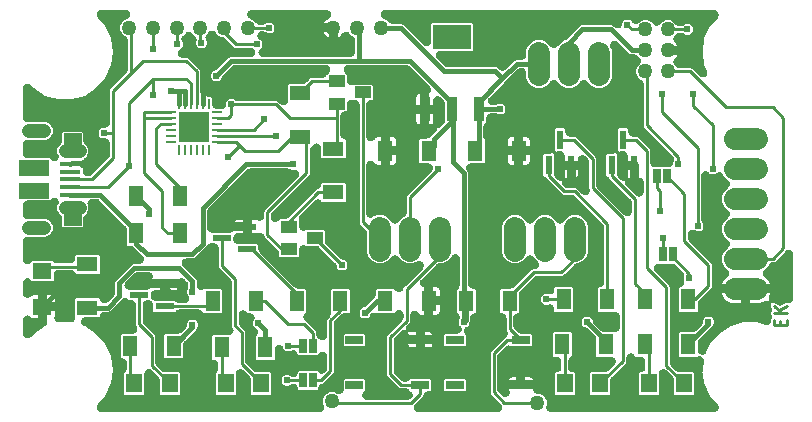
<source format=gbr>
G04 EAGLE Gerber RS-274X export*
G75*
%MOMM*%
%FSLAX34Y34*%
%LPD*%
%INTop Copper*%
%IPPOS*%
%AMOC8*
5,1,8,0,0,1.08239X$1,22.5*%
G01*
%ADD10C,0.228600*%
%ADD11R,1.300000X1.800000*%
%ADD12R,1.600000X1.400000*%
%ADD13R,1.800000X1.300000*%
%ADD14R,1.524000X0.762000*%
%ADD15C,1.270000*%
%ADD16R,0.254000X0.914400*%
%ADD17R,0.914400X0.254000*%
%ADD18R,2.540000X2.540000*%
%ADD19R,1.400000X1.000000*%
%ADD20R,0.901600X2.066000*%
%ADD21R,3.201600X2.066000*%
%ADD22R,1.750000X0.400000*%
%ADD23R,2.500000X1.375000*%
%ADD24C,1.158000*%
%ADD25C,1.208000*%
%ADD26C,1.879600*%
%ADD27R,0.635000X1.270000*%
%ADD28R,1.625600X0.609600*%
%ADD29R,1.400000X1.600000*%
%ADD30R,0.609600X1.625600*%
%ADD31C,0.381000*%
%ADD32C,0.604800*%
%ADD33C,0.254000*%
%ADD34C,0.654800*%

G36*
X407381Y5092D02*
X407381Y5092D01*
X407541Y5094D01*
X407655Y5112D01*
X407771Y5121D01*
X407928Y5155D01*
X408086Y5180D01*
X408197Y5215D01*
X408310Y5240D01*
X408460Y5297D01*
X408613Y5344D01*
X408717Y5394D01*
X408825Y5435D01*
X408966Y5513D01*
X409111Y5583D01*
X409207Y5647D01*
X409308Y5703D01*
X409435Y5801D01*
X409568Y5890D01*
X409654Y5968D01*
X409746Y6038D01*
X409858Y6153D01*
X409977Y6261D01*
X410051Y6350D01*
X410131Y6433D01*
X410226Y6563D01*
X410328Y6687D01*
X410388Y6786D01*
X410456Y6879D01*
X410530Y7021D01*
X410614Y7159D01*
X410659Y7265D01*
X410712Y7367D01*
X410766Y7519D01*
X410828Y7667D01*
X410857Y7779D01*
X410896Y7888D01*
X410927Y8045D01*
X410967Y8201D01*
X410980Y8316D01*
X411002Y8429D01*
X411010Y8589D01*
X411027Y8749D01*
X411023Y8865D01*
X411029Y8980D01*
X411013Y9140D01*
X411008Y9300D01*
X410987Y9414D01*
X410976Y9529D01*
X410938Y9685D01*
X410909Y9843D01*
X410872Y9953D01*
X410844Y10065D01*
X410784Y10214D01*
X410732Y10366D01*
X410680Y10469D01*
X410636Y10576D01*
X410555Y10715D01*
X410482Y10858D01*
X410416Y10952D01*
X410357Y11052D01*
X410256Y11177D01*
X410164Y11308D01*
X410056Y11427D01*
X410012Y11482D01*
X409975Y11517D01*
X409914Y11584D01*
X402813Y18685D01*
X402812Y18685D01*
X401491Y20007D01*
X401065Y21034D01*
X401065Y55166D01*
X401491Y56193D01*
X402812Y57515D01*
X402813Y57515D01*
X412385Y67087D01*
X412385Y67088D01*
X413888Y68591D01*
X414063Y68708D01*
X414088Y68731D01*
X414116Y68751D01*
X414293Y68916D01*
X414472Y69079D01*
X414493Y69105D01*
X414518Y69129D01*
X414668Y69318D01*
X414822Y69505D01*
X414840Y69534D01*
X414861Y69561D01*
X414982Y69769D01*
X415108Y69977D01*
X415121Y70009D01*
X415138Y70038D01*
X415228Y70263D01*
X415322Y70485D01*
X415330Y70518D01*
X415343Y70550D01*
X415400Y70786D01*
X415461Y71019D01*
X415464Y71053D01*
X415472Y71086D01*
X415494Y71328D01*
X415521Y71568D01*
X415519Y71602D01*
X415522Y71636D01*
X415509Y71877D01*
X415501Y72119D01*
X415495Y72153D01*
X415493Y72187D01*
X415445Y72423D01*
X415401Y72662D01*
X415391Y72694D01*
X415384Y72727D01*
X415302Y72956D01*
X415225Y73184D01*
X415209Y73215D01*
X415198Y73247D01*
X415117Y73399D01*
X414485Y74924D01*
X414485Y84726D01*
X414482Y84771D01*
X414484Y84816D01*
X414462Y85046D01*
X414445Y85276D01*
X414436Y85320D01*
X414431Y85365D01*
X414376Y85589D01*
X414326Y85815D01*
X414310Y85857D01*
X414300Y85901D01*
X414213Y86115D01*
X414131Y86331D01*
X414109Y86370D01*
X414092Y86412D01*
X413975Y86611D01*
X413863Y86813D01*
X413835Y86849D01*
X413812Y86888D01*
X413668Y87068D01*
X413528Y87251D01*
X413496Y87283D01*
X413467Y87318D01*
X413298Y87476D01*
X413133Y87637D01*
X413097Y87663D01*
X413064Y87694D01*
X412873Y87826D01*
X412687Y87961D01*
X412647Y87982D01*
X412610Y88008D01*
X412402Y88111D01*
X412199Y88218D01*
X412156Y88233D01*
X412116Y88253D01*
X411896Y88324D01*
X411678Y88401D01*
X411634Y88410D01*
X411591Y88424D01*
X411363Y88463D01*
X411137Y88507D01*
X411092Y88509D01*
X411047Y88517D01*
X410676Y88535D01*
X410148Y88535D01*
X409255Y89428D01*
X409255Y108692D01*
X410148Y109585D01*
X418465Y109585D01*
X418670Y109600D01*
X418875Y109607D01*
X418944Y109620D01*
X419015Y109625D01*
X419216Y109669D01*
X419418Y109706D01*
X419484Y109728D01*
X419553Y109744D01*
X419746Y109817D01*
X419940Y109882D01*
X420004Y109914D01*
X420069Y109939D01*
X420249Y110039D01*
X420432Y110132D01*
X420490Y110173D01*
X420552Y110207D01*
X420715Y110332D01*
X420883Y110451D01*
X420950Y110511D01*
X420990Y110542D01*
X421039Y110593D01*
X421158Y110700D01*
X434695Y124237D01*
X434695Y124238D01*
X436017Y125559D01*
X437044Y125985D01*
X438144Y125985D01*
X438304Y125996D01*
X438465Y125998D01*
X438579Y126016D01*
X438694Y126025D01*
X438851Y126059D01*
X439010Y126084D01*
X439120Y126119D01*
X439233Y126144D01*
X439383Y126201D01*
X439536Y126248D01*
X439641Y126298D01*
X439749Y126339D01*
X439889Y126417D01*
X440034Y126487D01*
X440130Y126551D01*
X440231Y126607D01*
X440358Y126705D01*
X440492Y126794D01*
X440577Y126872D01*
X440669Y126942D01*
X440781Y127057D01*
X440900Y127165D01*
X440974Y127254D01*
X441055Y127337D01*
X441149Y127467D01*
X441251Y127591D01*
X441311Y127690D01*
X441379Y127783D01*
X441454Y127925D01*
X441537Y128063D01*
X441582Y128169D01*
X441636Y128271D01*
X441689Y128423D01*
X441751Y128571D01*
X441780Y128683D01*
X441819Y128792D01*
X441850Y128949D01*
X441890Y129105D01*
X441903Y129220D01*
X441925Y129333D01*
X441933Y129493D01*
X441951Y129653D01*
X441946Y129769D01*
X441952Y129884D01*
X441937Y130044D01*
X441931Y130204D01*
X441910Y130318D01*
X441899Y130433D01*
X441861Y130589D01*
X441832Y130747D01*
X441795Y130857D01*
X441767Y130969D01*
X441707Y131118D01*
X441656Y131270D01*
X441603Y131373D01*
X441560Y131480D01*
X441478Y131619D01*
X441406Y131762D01*
X441339Y131856D01*
X441280Y131956D01*
X441180Y132081D01*
X441087Y132212D01*
X440979Y132331D01*
X440935Y132386D01*
X440898Y132421D01*
X440837Y132488D01*
X437757Y135568D01*
X437724Y135645D01*
X437664Y135744D01*
X437612Y135847D01*
X437520Y135979D01*
X437436Y136115D01*
X437362Y136204D01*
X437296Y136299D01*
X437186Y136416D01*
X437083Y136539D01*
X436997Y136617D01*
X436918Y136701D01*
X436792Y136800D01*
X436672Y136908D01*
X436576Y136972D01*
X436485Y137044D01*
X436347Y137124D01*
X436213Y137213D01*
X436108Y137262D01*
X436008Y137320D01*
X435859Y137380D01*
X435714Y137449D01*
X435603Y137483D01*
X435496Y137526D01*
X435340Y137563D01*
X435186Y137610D01*
X435072Y137627D01*
X434960Y137654D01*
X434800Y137669D01*
X434641Y137693D01*
X434525Y137694D01*
X434410Y137705D01*
X434250Y137696D01*
X434089Y137697D01*
X433975Y137681D01*
X433859Y137675D01*
X433702Y137643D01*
X433543Y137621D01*
X433432Y137589D01*
X433319Y137566D01*
X433168Y137512D01*
X433013Y137467D01*
X432908Y137419D01*
X432799Y137380D01*
X432658Y137304D01*
X432511Y137238D01*
X432414Y137175D01*
X432312Y137121D01*
X432183Y137026D01*
X432048Y136938D01*
X431961Y136862D01*
X431868Y136794D01*
X431754Y136681D01*
X431632Y136575D01*
X431557Y136488D01*
X431475Y136407D01*
X431378Y136278D01*
X431274Y136156D01*
X431212Y136059D01*
X431142Y135966D01*
X431065Y135826D01*
X430979Y135690D01*
X430921Y135566D01*
X427827Y132472D01*
X423813Y130809D01*
X419467Y130809D01*
X415453Y132472D01*
X412380Y135545D01*
X410717Y139559D01*
X410717Y162701D01*
X412380Y166715D01*
X415453Y169788D01*
X419467Y171451D01*
X423813Y171451D01*
X427827Y169788D01*
X430923Y166692D01*
X430956Y166615D01*
X431016Y166517D01*
X431068Y166413D01*
X431160Y166282D01*
X431244Y166145D01*
X431318Y166056D01*
X431384Y165961D01*
X431494Y165844D01*
X431597Y165721D01*
X431683Y165643D01*
X431762Y165559D01*
X431888Y165460D01*
X432008Y165352D01*
X432104Y165288D01*
X432194Y165217D01*
X432333Y165136D01*
X432467Y165047D01*
X432572Y164998D01*
X432672Y164940D01*
X432820Y164880D01*
X432966Y164811D01*
X433076Y164777D01*
X433184Y164735D01*
X433340Y164697D01*
X433493Y164650D01*
X433608Y164633D01*
X433720Y164606D01*
X433880Y164591D01*
X434039Y164567D01*
X434154Y164566D01*
X434269Y164555D01*
X434430Y164564D01*
X434590Y164563D01*
X434705Y164579D01*
X434820Y164585D01*
X434978Y164617D01*
X435137Y164639D01*
X435248Y164671D01*
X435361Y164694D01*
X435512Y164748D01*
X435667Y164793D01*
X435772Y164841D01*
X435880Y164880D01*
X436022Y164955D01*
X436168Y165022D01*
X436266Y165085D01*
X436368Y165139D01*
X436497Y165234D01*
X436632Y165321D01*
X436719Y165397D01*
X436812Y165466D01*
X436926Y165579D01*
X437047Y165684D01*
X437122Y165772D01*
X437205Y165853D01*
X437302Y165982D01*
X437406Y166104D01*
X437468Y166201D01*
X437537Y166293D01*
X437615Y166434D01*
X437700Y166570D01*
X437759Y166694D01*
X440853Y169788D01*
X444867Y171451D01*
X449213Y171451D01*
X453227Y169788D01*
X456323Y166692D01*
X456356Y166615D01*
X456416Y166517D01*
X456468Y166413D01*
X456560Y166282D01*
X456644Y166145D01*
X456718Y166056D01*
X456784Y165961D01*
X456894Y165844D01*
X456997Y165721D01*
X457083Y165643D01*
X457162Y165559D01*
X457288Y165460D01*
X457408Y165352D01*
X457504Y165288D01*
X457594Y165217D01*
X457733Y165136D01*
X457867Y165047D01*
X457972Y164998D01*
X458072Y164940D01*
X458220Y164880D01*
X458366Y164811D01*
X458476Y164777D01*
X458584Y164735D01*
X458740Y164697D01*
X458893Y164650D01*
X459008Y164633D01*
X459120Y164606D01*
X459280Y164591D01*
X459439Y164567D01*
X459554Y164566D01*
X459669Y164555D01*
X459830Y164564D01*
X459990Y164563D01*
X460105Y164579D01*
X460220Y164585D01*
X460378Y164617D01*
X460537Y164639D01*
X460648Y164671D01*
X460761Y164694D01*
X460912Y164748D01*
X461067Y164793D01*
X461172Y164841D01*
X461280Y164880D01*
X461422Y164955D01*
X461568Y165022D01*
X461666Y165085D01*
X461768Y165139D01*
X461897Y165234D01*
X462032Y165321D01*
X462119Y165397D01*
X462212Y165466D01*
X462326Y165579D01*
X462447Y165684D01*
X462522Y165772D01*
X462605Y165853D01*
X462702Y165982D01*
X462806Y166104D01*
X462868Y166201D01*
X462937Y166293D01*
X463015Y166434D01*
X463100Y166570D01*
X463159Y166694D01*
X466253Y169788D01*
X470267Y171451D01*
X474613Y171451D01*
X478627Y169788D01*
X481700Y166715D01*
X483363Y162701D01*
X483363Y139559D01*
X481700Y135545D01*
X478627Y132472D01*
X474613Y130809D01*
X474159Y130809D01*
X473954Y130794D01*
X473749Y130787D01*
X473680Y130774D01*
X473609Y130769D01*
X473408Y130725D01*
X473206Y130688D01*
X473140Y130666D01*
X473071Y130650D01*
X472878Y130577D01*
X472684Y130512D01*
X472620Y130480D01*
X472555Y130455D01*
X472375Y130355D01*
X472192Y130262D01*
X472134Y130221D01*
X472072Y130187D01*
X471909Y130062D01*
X471741Y129943D01*
X471674Y129883D01*
X471634Y129852D01*
X471613Y129830D01*
X471611Y129829D01*
X471580Y129797D01*
X471466Y129694D01*
X463915Y122143D01*
X463915Y122142D01*
X462593Y120821D01*
X461566Y120395D01*
X440335Y120395D01*
X440130Y120380D01*
X439925Y120373D01*
X439856Y120360D01*
X439785Y120355D01*
X439584Y120311D01*
X439382Y120274D01*
X439316Y120252D01*
X439247Y120236D01*
X439054Y120163D01*
X438860Y120098D01*
X438797Y120066D01*
X438731Y120041D01*
X438551Y119941D01*
X438368Y119848D01*
X438310Y119807D01*
X438249Y119773D01*
X438085Y119648D01*
X437917Y119529D01*
X437850Y119469D01*
X437810Y119438D01*
X437761Y119387D01*
X437642Y119280D01*
X426420Y108058D01*
X426286Y107903D01*
X426146Y107752D01*
X426106Y107694D01*
X426060Y107641D01*
X425949Y107467D01*
X425832Y107298D01*
X425801Y107235D01*
X425763Y107176D01*
X425678Y106988D01*
X425587Y106804D01*
X425565Y106737D01*
X425536Y106673D01*
X425480Y106475D01*
X425416Y106280D01*
X425404Y106210D01*
X425385Y106142D01*
X425358Y105938D01*
X425323Y105736D01*
X425318Y105646D01*
X425312Y105595D01*
X425313Y105525D01*
X425305Y105365D01*
X425305Y89428D01*
X424412Y88535D01*
X423884Y88535D01*
X423839Y88532D01*
X423794Y88534D01*
X423564Y88512D01*
X423334Y88495D01*
X423290Y88486D01*
X423245Y88481D01*
X423021Y88426D01*
X422795Y88376D01*
X422753Y88360D01*
X422709Y88350D01*
X422495Y88263D01*
X422279Y88181D01*
X422240Y88159D01*
X422198Y88142D01*
X421999Y88025D01*
X421797Y87913D01*
X421761Y87885D01*
X421722Y87862D01*
X421542Y87718D01*
X421359Y87578D01*
X421327Y87546D01*
X421292Y87517D01*
X421134Y87347D01*
X420973Y87183D01*
X420947Y87147D01*
X420916Y87114D01*
X420783Y86922D01*
X420649Y86737D01*
X420628Y86697D01*
X420602Y86660D01*
X420499Y86451D01*
X420392Y86249D01*
X420377Y86206D01*
X420357Y86166D01*
X420286Y85946D01*
X420209Y85728D01*
X420200Y85684D01*
X420186Y85641D01*
X420147Y85413D01*
X420103Y85187D01*
X420101Y85142D01*
X420093Y85097D01*
X420075Y84726D01*
X420075Y78215D01*
X420090Y78010D01*
X420097Y77805D01*
X420110Y77736D01*
X420115Y77665D01*
X420159Y77464D01*
X420196Y77262D01*
X420218Y77196D01*
X420234Y77127D01*
X420307Y76934D01*
X420372Y76740D01*
X420404Y76676D01*
X420429Y76611D01*
X420529Y76431D01*
X420622Y76248D01*
X420663Y76190D01*
X420697Y76128D01*
X420822Y75965D01*
X420941Y75797D01*
X421001Y75730D01*
X421032Y75690D01*
X421083Y75641D01*
X421190Y75522D01*
X424222Y72490D01*
X424377Y72357D01*
X424528Y72216D01*
X424586Y72176D01*
X424639Y72130D01*
X424812Y72019D01*
X424982Y71902D01*
X425045Y71871D01*
X425104Y71833D01*
X425292Y71749D01*
X425476Y71657D01*
X425543Y71635D01*
X425607Y71606D01*
X425805Y71550D01*
X426000Y71486D01*
X426070Y71474D01*
X426138Y71455D01*
X426341Y71428D01*
X426544Y71393D01*
X426634Y71388D01*
X426685Y71382D01*
X426755Y71383D01*
X426915Y71375D01*
X434972Y71375D01*
X435865Y70482D01*
X435865Y61598D01*
X434972Y60705D01*
X418392Y60705D01*
X418391Y60706D01*
X418194Y60825D01*
X417999Y60950D01*
X417958Y60968D01*
X417919Y60992D01*
X417707Y61081D01*
X417496Y61176D01*
X417453Y61189D01*
X417411Y61206D01*
X417188Y61264D01*
X416966Y61328D01*
X416921Y61334D01*
X416877Y61345D01*
X416648Y61370D01*
X416419Y61401D01*
X416374Y61400D01*
X416329Y61405D01*
X416098Y61397D01*
X415867Y61394D01*
X415823Y61387D01*
X415778Y61386D01*
X415550Y61344D01*
X415322Y61308D01*
X415279Y61295D01*
X415235Y61287D01*
X415016Y61213D01*
X414796Y61144D01*
X414755Y61125D01*
X414712Y61110D01*
X414506Y61006D01*
X414298Y60906D01*
X414261Y60881D01*
X414220Y60860D01*
X414032Y60727D01*
X413840Y60598D01*
X413807Y60568D01*
X413770Y60542D01*
X413494Y60292D01*
X407770Y54568D01*
X407636Y54413D01*
X407496Y54262D01*
X407456Y54204D01*
X407410Y54151D01*
X407299Y53978D01*
X407182Y53808D01*
X407151Y53745D01*
X407113Y53686D01*
X407029Y53499D01*
X406937Y53314D01*
X406915Y53247D01*
X406886Y53183D01*
X406830Y52985D01*
X406766Y52790D01*
X406754Y52720D01*
X406735Y52652D01*
X406708Y52449D01*
X406673Y52246D01*
X406668Y52156D01*
X406662Y52105D01*
X406663Y52035D01*
X406655Y51875D01*
X406655Y24325D01*
X406670Y24120D01*
X406677Y23915D01*
X406690Y23846D01*
X406695Y23775D01*
X406739Y23574D01*
X406776Y23372D01*
X406798Y23306D01*
X406814Y23237D01*
X406887Y23044D01*
X406952Y22850D01*
X406984Y22787D01*
X407009Y22721D01*
X407109Y22541D01*
X407202Y22358D01*
X407243Y22300D01*
X407277Y22239D01*
X407402Y22075D01*
X407521Y21907D01*
X407581Y21840D01*
X407612Y21800D01*
X407663Y21751D01*
X407770Y21632D01*
X410642Y18761D01*
X410702Y18708D01*
X410758Y18650D01*
X410911Y18528D01*
X411059Y18400D01*
X411127Y18357D01*
X411190Y18307D01*
X411359Y18209D01*
X411524Y18103D01*
X411598Y18070D01*
X411667Y18030D01*
X411848Y17957D01*
X412027Y17877D01*
X412104Y17855D01*
X412179Y17825D01*
X412369Y17779D01*
X412557Y17725D01*
X412637Y17715D01*
X412715Y17696D01*
X412910Y17678D01*
X413104Y17652D01*
X413185Y17653D01*
X413265Y17646D01*
X413460Y17656D01*
X413656Y17659D01*
X413735Y17671D01*
X413816Y17675D01*
X414008Y17714D01*
X414201Y17745D01*
X414278Y17769D01*
X414356Y17784D01*
X414541Y17850D01*
X414728Y17909D01*
X414800Y17943D01*
X414876Y17970D01*
X415049Y18062D01*
X415225Y18147D01*
X415292Y18192D01*
X415363Y18229D01*
X415521Y18346D01*
X415683Y18455D01*
X415742Y18508D01*
X415807Y18556D01*
X415947Y18694D01*
X416092Y18825D01*
X416143Y18887D01*
X416200Y18944D01*
X416318Y19100D01*
X416443Y19251D01*
X416484Y19320D01*
X416533Y19384D01*
X416627Y19555D01*
X416728Y19723D01*
X416759Y19797D01*
X416798Y19867D01*
X416867Y20051D01*
X416943Y20231D01*
X416963Y20309D01*
X416991Y20384D01*
X417032Y20575D01*
X417082Y20765D01*
X417090Y20845D01*
X417107Y20924D01*
X417120Y21118D01*
X417142Y21313D01*
X417139Y21394D01*
X417144Y21474D01*
X417129Y21669D01*
X417122Y21865D01*
X417108Y21944D01*
X417102Y22024D01*
X417058Y22215D01*
X417023Y22407D01*
X416998Y22483D01*
X416980Y22562D01*
X416854Y22912D01*
X416657Y23389D01*
X416559Y23880D01*
X416559Y24131D01*
X426720Y24131D01*
X436898Y24131D01*
X436904Y24064D01*
X436921Y23834D01*
X436930Y23790D01*
X436935Y23745D01*
X436990Y23521D01*
X437040Y23295D01*
X437056Y23253D01*
X437066Y23209D01*
X437153Y22995D01*
X437235Y22779D01*
X437257Y22740D01*
X437274Y22698D01*
X437391Y22499D01*
X437503Y22297D01*
X437531Y22261D01*
X437554Y22222D01*
X437698Y22042D01*
X437838Y21859D01*
X437870Y21827D01*
X437899Y21792D01*
X438069Y21634D01*
X438233Y21473D01*
X438269Y21447D01*
X438302Y21416D01*
X438493Y21284D01*
X438679Y21149D01*
X438719Y21128D01*
X438756Y21102D01*
X438964Y20999D01*
X439167Y20892D01*
X439210Y20877D01*
X439250Y20857D01*
X439470Y20786D01*
X439688Y20709D01*
X439732Y20700D01*
X439775Y20686D01*
X440003Y20647D01*
X440229Y20603D01*
X440274Y20601D01*
X440319Y20593D01*
X440690Y20575D01*
X442256Y20575D01*
X445151Y19376D01*
X447366Y17161D01*
X448565Y14266D01*
X448565Y11134D01*
X448239Y10348D01*
X448163Y10118D01*
X448083Y9892D01*
X448077Y9858D01*
X448066Y9824D01*
X448023Y9587D01*
X447977Y9351D01*
X447976Y9316D01*
X447969Y9281D01*
X447962Y9040D01*
X447950Y8800D01*
X447954Y8765D01*
X447953Y8729D01*
X447980Y8490D01*
X448003Y8251D01*
X448012Y8217D01*
X448016Y8181D01*
X448078Y7948D01*
X448135Y7715D01*
X448148Y7682D01*
X448157Y7648D01*
X448252Y7427D01*
X448343Y7204D01*
X448361Y7174D01*
X448374Y7141D01*
X448500Y6936D01*
X448622Y6728D01*
X448644Y6701D01*
X448663Y6671D01*
X448816Y6486D01*
X448967Y6298D01*
X448993Y6274D01*
X449016Y6247D01*
X449193Y6087D01*
X449371Y5922D01*
X449400Y5902D01*
X449426Y5878D01*
X449626Y5746D01*
X449825Y5608D01*
X449856Y5592D01*
X449886Y5573D01*
X450103Y5470D01*
X450319Y5363D01*
X450353Y5352D01*
X450384Y5337D01*
X450615Y5267D01*
X450843Y5192D01*
X450878Y5186D01*
X450912Y5176D01*
X451149Y5140D01*
X451387Y5099D01*
X451431Y5097D01*
X451457Y5093D01*
X451523Y5092D01*
X451758Y5081D01*
X590324Y5081D01*
X590349Y5083D01*
X590374Y5081D01*
X590624Y5102D01*
X590875Y5121D01*
X590899Y5126D01*
X590923Y5128D01*
X591167Y5185D01*
X591413Y5240D01*
X591437Y5248D01*
X591460Y5254D01*
X591694Y5346D01*
X591929Y5435D01*
X591951Y5447D01*
X591974Y5456D01*
X592192Y5581D01*
X592411Y5703D01*
X592431Y5718D01*
X592452Y5730D01*
X592650Y5885D01*
X592850Y6038D01*
X592867Y6056D01*
X592886Y6071D01*
X593060Y6253D01*
X593235Y6433D01*
X593250Y6453D01*
X593267Y6471D01*
X593413Y6677D01*
X593560Y6879D01*
X593571Y6901D01*
X593585Y6921D01*
X593700Y7146D01*
X593816Y7367D01*
X593824Y7391D01*
X593836Y7413D01*
X593916Y7650D01*
X594000Y7888D01*
X594004Y7912D01*
X594012Y7935D01*
X594057Y8183D01*
X594106Y8429D01*
X594107Y8454D01*
X594111Y8478D01*
X594120Y8727D01*
X594133Y8980D01*
X594130Y9005D01*
X594131Y9029D01*
X594104Y9278D01*
X594080Y9529D01*
X594074Y9553D01*
X594071Y9578D01*
X594008Y9821D01*
X593948Y10065D01*
X593939Y10088D01*
X593933Y10112D01*
X593835Y10343D01*
X593740Y10576D01*
X593728Y10597D01*
X593718Y10620D01*
X593588Y10835D01*
X593461Y11052D01*
X593446Y11071D01*
X593433Y11092D01*
X593203Y11385D01*
X586874Y18689D01*
X582073Y29201D01*
X581014Y36564D01*
X581014Y36568D01*
X581013Y36572D01*
X580953Y36846D01*
X580897Y37103D01*
X580895Y37107D01*
X580894Y37111D01*
X580800Y37360D01*
X580702Y37619D01*
X580700Y37623D01*
X580699Y37627D01*
X580567Y37864D01*
X580435Y38102D01*
X580433Y38105D01*
X580431Y38109D01*
X580264Y38328D01*
X580159Y38466D01*
X580197Y38543D01*
X580235Y38657D01*
X580281Y38767D01*
X580320Y38918D01*
X580369Y39067D01*
X580390Y39185D01*
X580420Y39301D01*
X580437Y39456D01*
X580464Y39611D01*
X580467Y39730D01*
X580480Y39849D01*
X580475Y40006D01*
X580479Y40162D01*
X580463Y40329D01*
X580461Y40400D01*
X580452Y40448D01*
X580444Y40532D01*
X580428Y40640D01*
X581478Y47942D01*
X581489Y48099D01*
X581510Y48254D01*
X581509Y48373D01*
X581517Y48493D01*
X581505Y48649D01*
X581504Y48805D01*
X581485Y48923D01*
X581476Y49043D01*
X581442Y49196D01*
X581417Y49350D01*
X581382Y49465D01*
X581356Y49581D01*
X581300Y49728D01*
X581253Y49877D01*
X581202Y49985D01*
X581159Y50097D01*
X581083Y50234D01*
X581015Y50375D01*
X580949Y50474D01*
X580890Y50578D01*
X580795Y50703D01*
X580707Y50832D01*
X580627Y50921D01*
X580554Y51016D01*
X580442Y51125D01*
X580337Y51241D01*
X580244Y51317D01*
X580159Y51401D01*
X580032Y51492D01*
X579911Y51592D01*
X579809Y51654D01*
X579712Y51724D01*
X579573Y51796D01*
X579439Y51878D01*
X579329Y51924D01*
X579223Y51980D01*
X579075Y52031D01*
X578931Y52092D01*
X578815Y52122D01*
X578702Y52162D01*
X578549Y52192D01*
X578397Y52231D01*
X578278Y52244D01*
X578161Y52267D01*
X578004Y52274D01*
X577849Y52291D01*
X577729Y52287D01*
X577610Y52292D01*
X577454Y52277D01*
X577297Y52272D01*
X577180Y52250D01*
X577061Y52238D01*
X576909Y52201D01*
X576755Y52173D01*
X576641Y52134D01*
X576525Y52105D01*
X576380Y52046D01*
X576232Y51996D01*
X576125Y51942D01*
X576015Y51897D01*
X575880Y51817D01*
X575740Y51746D01*
X575682Y51705D01*
X561278Y51705D01*
X560385Y52598D01*
X560385Y71862D01*
X561278Y72755D01*
X572507Y72755D01*
X572712Y72770D01*
X572917Y72777D01*
X572986Y72790D01*
X573057Y72795D01*
X573258Y72839D01*
X573460Y72876D01*
X573526Y72898D01*
X573595Y72914D01*
X573788Y72987D01*
X573982Y73052D01*
X574045Y73084D01*
X574111Y73109D01*
X574291Y73209D01*
X574474Y73302D01*
X574532Y73343D01*
X574593Y73377D01*
X574757Y73502D01*
X574925Y73621D01*
X574992Y73681D01*
X575032Y73712D01*
X575081Y73763D01*
X575200Y73870D01*
X579806Y78476D01*
X579939Y78631D01*
X580080Y78782D01*
X580120Y78840D01*
X580166Y78893D01*
X580277Y79066D01*
X580394Y79236D01*
X580425Y79299D01*
X580463Y79358D01*
X580547Y79546D01*
X580639Y79730D01*
X580661Y79797D01*
X580690Y79861D01*
X580746Y80059D01*
X580810Y80254D01*
X580822Y80324D01*
X580841Y80392D01*
X580868Y80595D01*
X580903Y80798D01*
X580908Y80888D01*
X580914Y80939D01*
X580913Y81009D01*
X580921Y81169D01*
X580921Y82185D01*
X581614Y83857D01*
X582893Y85136D01*
X584565Y85829D01*
X586375Y85829D01*
X588047Y85136D01*
X589326Y83857D01*
X590019Y82185D01*
X590019Y80375D01*
X589326Y78703D01*
X589202Y78579D01*
X589195Y78571D01*
X589188Y78565D01*
X589014Y78362D01*
X588841Y78161D01*
X588835Y78153D01*
X588829Y78145D01*
X588686Y77919D01*
X588544Y77696D01*
X588540Y77687D01*
X588535Y77679D01*
X588378Y77348D01*
X577550Y66520D01*
X577416Y66365D01*
X577276Y66214D01*
X577236Y66156D01*
X577190Y66103D01*
X577079Y65930D01*
X576962Y65760D01*
X576931Y65697D01*
X576893Y65638D01*
X576809Y65450D01*
X576717Y65266D01*
X576695Y65199D01*
X576666Y65135D01*
X576610Y64937D01*
X576546Y64742D01*
X576534Y64672D01*
X576515Y64604D01*
X576488Y64401D01*
X576453Y64198D01*
X576448Y64108D01*
X576442Y64057D01*
X576443Y63987D01*
X576435Y63827D01*
X576435Y57243D01*
X576436Y57231D01*
X576435Y57219D01*
X576456Y56955D01*
X576475Y56693D01*
X576477Y56681D01*
X576478Y56669D01*
X576537Y56413D01*
X576594Y56154D01*
X576598Y56143D01*
X576601Y56131D01*
X576696Y55884D01*
X576789Y55639D01*
X576795Y55628D01*
X576800Y55616D01*
X576929Y55387D01*
X577057Y55156D01*
X577065Y55146D01*
X577071Y55136D01*
X577232Y54928D01*
X577392Y54718D01*
X577401Y54709D01*
X577408Y54700D01*
X577599Y54516D01*
X577787Y54333D01*
X577797Y54325D01*
X577806Y54317D01*
X578021Y54163D01*
X578233Y54008D01*
X578244Y54002D01*
X578254Y53995D01*
X578490Y53873D01*
X578721Y53752D01*
X578733Y53748D01*
X578744Y53742D01*
X578996Y53655D01*
X579242Y53568D01*
X579254Y53566D01*
X579265Y53562D01*
X579526Y53512D01*
X579783Y53462D01*
X579795Y53461D01*
X579808Y53459D01*
X580072Y53448D01*
X580334Y53435D01*
X580346Y53436D01*
X580359Y53436D01*
X580622Y53463D01*
X580883Y53488D01*
X580895Y53491D01*
X580907Y53492D01*
X581164Y53557D01*
X581419Y53620D01*
X581430Y53624D01*
X581442Y53627D01*
X581684Y53728D01*
X581930Y53827D01*
X581941Y53834D01*
X581952Y53838D01*
X582176Y53972D01*
X582406Y54107D01*
X582415Y54115D01*
X582426Y54121D01*
X582627Y54285D01*
X582836Y54452D01*
X582845Y54461D01*
X582854Y54469D01*
X583030Y54660D01*
X583212Y54856D01*
X583219Y54866D01*
X583227Y54875D01*
X583375Y55092D01*
X583526Y55309D01*
X583531Y55321D01*
X583538Y55331D01*
X583709Y55661D01*
X586874Y62591D01*
X594442Y71325D01*
X604163Y77572D01*
X615252Y80828D01*
X626808Y80828D01*
X633673Y78813D01*
X633709Y78805D01*
X633744Y78793D01*
X633978Y78747D01*
X634212Y78696D01*
X634249Y78693D01*
X634285Y78686D01*
X634524Y78675D01*
X634762Y78658D01*
X634799Y78661D01*
X634836Y78659D01*
X635074Y78682D01*
X635312Y78701D01*
X635349Y78709D01*
X635385Y78712D01*
X635616Y78769D01*
X635851Y78822D01*
X635885Y78835D01*
X635921Y78844D01*
X636143Y78934D01*
X636366Y79020D01*
X636398Y79038D01*
X636432Y79052D01*
X636639Y79173D01*
X636847Y79290D01*
X636876Y79312D01*
X636908Y79331D01*
X637094Y79481D01*
X637284Y79627D01*
X637309Y79653D01*
X637338Y79676D01*
X637501Y79852D01*
X637667Y80023D01*
X637689Y80053D01*
X637714Y80080D01*
X637850Y80277D01*
X637990Y80471D01*
X638007Y80503D01*
X638028Y80534D01*
X638134Y80748D01*
X638244Y80960D01*
X638256Y80995D01*
X638273Y81028D01*
X638347Y81256D01*
X638425Y81481D01*
X638432Y81517D01*
X638444Y81553D01*
X638484Y81788D01*
X638529Y82023D01*
X638531Y82060D01*
X638537Y82096D01*
X638555Y82468D01*
X638555Y83772D01*
X638874Y84542D01*
X638939Y84737D01*
X639011Y84929D01*
X639026Y84998D01*
X639048Y85065D01*
X639084Y85268D01*
X639127Y85469D01*
X639132Y85539D01*
X639144Y85609D01*
X639150Y85814D01*
X639164Y86019D01*
X639158Y86089D01*
X639161Y86160D01*
X639137Y86365D01*
X639121Y86569D01*
X639106Y86638D01*
X639098Y86708D01*
X639045Y86907D01*
X638999Y87107D01*
X638969Y87192D01*
X638956Y87241D01*
X638928Y87306D01*
X638874Y87457D01*
X638555Y88227D01*
X638555Y89288D01*
X638937Y90210D01*
X638943Y90229D01*
X638952Y90247D01*
X639031Y90492D01*
X639111Y90734D01*
X639114Y90753D01*
X639120Y90773D01*
X639163Y91026D01*
X639207Y91277D01*
X639208Y91297D01*
X639211Y91317D01*
X639216Y91572D01*
X639224Y91828D01*
X639221Y91848D01*
X639222Y91869D01*
X639190Y92120D01*
X639161Y92376D01*
X639155Y92396D01*
X639153Y92416D01*
X639085Y92661D01*
X639019Y92909D01*
X639011Y92928D01*
X639006Y92948D01*
X638864Y93291D01*
X638584Y93886D01*
X638521Y95196D01*
X638548Y95367D01*
X638549Y95424D01*
X638556Y95480D01*
X638552Y95699D01*
X638555Y95919D01*
X638548Y95975D01*
X638547Y96031D01*
X638511Y96248D01*
X638482Y96466D01*
X638467Y96520D01*
X638458Y96576D01*
X638391Y96785D01*
X638331Y96996D01*
X638308Y97048D01*
X638291Y97102D01*
X638195Y97299D01*
X638105Y97500D01*
X638075Y97547D01*
X638050Y97598D01*
X637927Y97780D01*
X637857Y97889D01*
X637907Y97857D01*
X637963Y97813D01*
X638141Y97712D01*
X638315Y97603D01*
X638380Y97575D01*
X638442Y97539D01*
X638632Y97464D01*
X638820Y97382D01*
X638889Y97363D01*
X638955Y97337D01*
X639155Y97290D01*
X639352Y97236D01*
X639423Y97228D01*
X639492Y97211D01*
X639697Y97194D01*
X639900Y97169D01*
X639991Y97169D01*
X640042Y97164D01*
X640112Y97169D01*
X640272Y97168D01*
X641626Y97233D01*
X642625Y96874D01*
X643512Y96068D01*
X643699Y95921D01*
X643883Y95771D01*
X643915Y95751D01*
X643946Y95727D01*
X644152Y95609D01*
X644356Y95487D01*
X644391Y95472D01*
X644424Y95453D01*
X644645Y95366D01*
X644865Y95274D01*
X644902Y95265D01*
X644937Y95251D01*
X645169Y95196D01*
X645399Y95137D01*
X645437Y95133D01*
X645474Y95125D01*
X645712Y95104D01*
X645948Y95079D01*
X645986Y95081D01*
X646024Y95077D01*
X646261Y95092D01*
X646499Y95101D01*
X646537Y95108D01*
X646575Y95110D01*
X646807Y95158D01*
X647041Y95202D01*
X647078Y95214D01*
X647115Y95222D01*
X647339Y95304D01*
X647563Y95380D01*
X647606Y95401D01*
X647633Y95411D01*
X647693Y95443D01*
X647898Y95542D01*
X650825Y97139D01*
X651881Y97252D01*
X652215Y97154D01*
X652252Y97146D01*
X652288Y97133D01*
X652521Y97087D01*
X652754Y97037D01*
X652792Y97034D01*
X652829Y97027D01*
X653067Y97015D01*
X653305Y96999D01*
X653342Y97002D01*
X653380Y97000D01*
X653617Y97023D01*
X653855Y97041D01*
X653892Y97049D01*
X653929Y97053D01*
X654160Y97110D01*
X654393Y97162D01*
X654428Y97176D01*
X654465Y97185D01*
X654686Y97274D01*
X654908Y97360D01*
X654941Y97378D01*
X654976Y97392D01*
X655182Y97513D01*
X655389Y97629D01*
X655419Y97652D01*
X655452Y97672D01*
X655638Y97821D01*
X655826Y97966D01*
X655853Y97993D01*
X655882Y98017D01*
X656045Y98192D01*
X656210Y98362D01*
X656232Y98393D01*
X656258Y98420D01*
X656394Y98617D01*
X656533Y98810D01*
X656550Y98843D01*
X656572Y98874D01*
X656678Y99088D01*
X656788Y99299D01*
X656800Y99335D01*
X656817Y99369D01*
X656891Y99595D01*
X656969Y99820D01*
X656976Y99857D01*
X656988Y99893D01*
X657028Y100128D01*
X657073Y100362D01*
X657075Y100399D01*
X657081Y100437D01*
X657099Y100808D01*
X657099Y138491D01*
X657088Y138651D01*
X657086Y138811D01*
X657068Y138926D01*
X657059Y139041D01*
X657025Y139198D01*
X657000Y139356D01*
X656965Y139467D01*
X656940Y139580D01*
X656883Y139730D01*
X656836Y139883D01*
X656786Y139987D01*
X656745Y140095D01*
X656667Y140236D01*
X656597Y140381D01*
X656533Y140476D01*
X656477Y140578D01*
X656379Y140705D01*
X656290Y140839D01*
X656212Y140924D01*
X656142Y141016D01*
X656027Y141128D01*
X655919Y141247D01*
X655830Y141321D01*
X655747Y141401D01*
X655618Y141496D01*
X655493Y141598D01*
X655394Y141658D01*
X655301Y141726D01*
X655159Y141800D01*
X655021Y141884D01*
X654915Y141929D01*
X654813Y141982D01*
X654661Y142036D01*
X654513Y142098D01*
X654401Y142127D01*
X654292Y142166D01*
X654135Y142197D01*
X653979Y142237D01*
X653864Y142250D01*
X653751Y142272D01*
X653591Y142280D01*
X653431Y142297D01*
X653315Y142293D01*
X653200Y142299D01*
X653040Y142283D01*
X652879Y142278D01*
X652766Y142257D01*
X652651Y142246D01*
X652495Y142207D01*
X652337Y142179D01*
X652227Y142142D01*
X652115Y142114D01*
X651966Y142054D01*
X651814Y142002D01*
X651711Y141950D01*
X651604Y141906D01*
X651465Y141825D01*
X651322Y141752D01*
X651228Y141686D01*
X651128Y141627D01*
X651003Y141526D01*
X650872Y141434D01*
X650753Y141326D01*
X650698Y141282D01*
X650663Y141245D01*
X650596Y141184D01*
X650017Y140605D01*
X641663Y132251D01*
X640636Y131825D01*
X639828Y131825D01*
X639703Y131816D01*
X639578Y131817D01*
X639429Y131796D01*
X639278Y131785D01*
X639156Y131758D01*
X639031Y131741D01*
X638887Y131699D01*
X638739Y131666D01*
X638622Y131622D01*
X638502Y131587D01*
X638364Y131524D01*
X638224Y131471D01*
X638114Y131410D01*
X638000Y131358D01*
X637873Y131276D01*
X637741Y131203D01*
X637642Y131127D01*
X637536Y131059D01*
X637423Y130959D01*
X637303Y130868D01*
X637215Y130778D01*
X637121Y130696D01*
X637023Y130581D01*
X636918Y130473D01*
X636844Y130372D01*
X636762Y130276D01*
X636682Y130149D01*
X636593Y130027D01*
X636535Y129916D01*
X636468Y129810D01*
X636367Y129597D01*
X636337Y129539D01*
X636328Y129513D01*
X636309Y129474D01*
X635878Y128433D01*
X632554Y125109D01*
X632510Y125058D01*
X632460Y125011D01*
X632329Y124849D01*
X632193Y124692D01*
X632157Y124634D01*
X632114Y124581D01*
X632008Y124402D01*
X631897Y124227D01*
X631869Y124165D01*
X631834Y124106D01*
X631756Y123913D01*
X631670Y123724D01*
X631651Y123658D01*
X631626Y123595D01*
X631576Y123393D01*
X631519Y123193D01*
X631510Y123125D01*
X631493Y123059D01*
X631473Y122853D01*
X631446Y122647D01*
X631446Y122578D01*
X631440Y122510D01*
X631450Y122303D01*
X631452Y122095D01*
X631463Y122027D01*
X631466Y121959D01*
X631506Y121755D01*
X631538Y121550D01*
X631559Y121485D01*
X631572Y121418D01*
X631640Y121222D01*
X631702Y121023D01*
X631732Y120962D01*
X631754Y120897D01*
X631851Y120713D01*
X631940Y120526D01*
X631979Y120469D01*
X632010Y120409D01*
X632132Y120240D01*
X632248Y120068D01*
X632294Y120017D01*
X632334Y119962D01*
X632480Y119813D01*
X632619Y119659D01*
X632671Y119616D01*
X632719Y119567D01*
X633009Y119334D01*
X634396Y118326D01*
X635724Y116998D01*
X636829Y115477D01*
X637682Y113803D01*
X637933Y113029D01*
X617220Y113029D01*
X596507Y113029D01*
X596758Y113803D01*
X597611Y115477D01*
X598716Y116998D01*
X600044Y118326D01*
X601431Y119334D01*
X601483Y119378D01*
X601540Y119416D01*
X601694Y119556D01*
X601853Y119690D01*
X601898Y119741D01*
X601949Y119787D01*
X602081Y119947D01*
X602219Y120102D01*
X602256Y120160D01*
X602300Y120212D01*
X602407Y120390D01*
X602521Y120564D01*
X602550Y120626D01*
X602585Y120684D01*
X602666Y120875D01*
X602754Y121064D01*
X602773Y121130D01*
X602800Y121193D01*
X602852Y121393D01*
X602912Y121593D01*
X602921Y121660D01*
X602939Y121726D01*
X602961Y121933D01*
X602991Y122139D01*
X602991Y122207D01*
X602999Y122275D01*
X602991Y122483D01*
X602992Y122690D01*
X602982Y122758D01*
X602979Y122826D01*
X602942Y123031D01*
X602912Y123236D01*
X602893Y123302D01*
X602880Y123369D01*
X602814Y123566D01*
X602754Y123765D01*
X602726Y123827D01*
X602704Y123892D01*
X602610Y124077D01*
X602522Y124265D01*
X602485Y124322D01*
X602454Y124383D01*
X602334Y124553D01*
X602220Y124727D01*
X602175Y124778D01*
X602135Y124834D01*
X601886Y125109D01*
X598562Y128433D01*
X596899Y132447D01*
X596899Y136793D01*
X598562Y140807D01*
X601658Y143903D01*
X601735Y143936D01*
X601833Y143996D01*
X601937Y144048D01*
X602069Y144140D01*
X602206Y144224D01*
X602294Y144298D01*
X602389Y144364D01*
X602506Y144474D01*
X602629Y144577D01*
X602707Y144663D01*
X602791Y144742D01*
X602890Y144868D01*
X602998Y144988D01*
X603062Y145084D01*
X603134Y145174D01*
X603214Y145314D01*
X603303Y145447D01*
X603352Y145552D01*
X603410Y145652D01*
X603470Y145801D01*
X603539Y145946D01*
X603573Y146057D01*
X603616Y146164D01*
X603653Y146320D01*
X603700Y146474D01*
X603718Y146588D01*
X603744Y146700D01*
X603759Y146860D01*
X603783Y147019D01*
X603784Y147135D01*
X603795Y147250D01*
X603786Y147410D01*
X603787Y147571D01*
X603771Y147685D01*
X603765Y147800D01*
X603733Y147958D01*
X603711Y148117D01*
X603679Y148228D01*
X603656Y148341D01*
X603602Y148493D01*
X603557Y148647D01*
X603509Y148752D01*
X603470Y148861D01*
X603394Y149002D01*
X603328Y149149D01*
X603265Y149246D01*
X603211Y149348D01*
X603116Y149477D01*
X603028Y149612D01*
X602952Y149699D01*
X602884Y149792D01*
X602771Y149906D01*
X602665Y150028D01*
X602578Y150103D01*
X602497Y150185D01*
X602368Y150282D01*
X602246Y150386D01*
X602149Y150448D01*
X602056Y150517D01*
X601915Y150595D01*
X601780Y150681D01*
X601656Y150739D01*
X598562Y153833D01*
X596899Y157847D01*
X596899Y162193D01*
X598562Y166207D01*
X601658Y169303D01*
X601735Y169336D01*
X601833Y169396D01*
X601937Y169448D01*
X602069Y169540D01*
X602206Y169624D01*
X602294Y169698D01*
X602389Y169764D01*
X602506Y169874D01*
X602629Y169977D01*
X602707Y170063D01*
X602791Y170142D01*
X602890Y170268D01*
X602998Y170388D01*
X603062Y170484D01*
X603134Y170574D01*
X603214Y170714D01*
X603303Y170847D01*
X603352Y170952D01*
X603410Y171052D01*
X603470Y171201D01*
X603539Y171346D01*
X603573Y171456D01*
X603616Y171564D01*
X603653Y171720D01*
X603700Y171874D01*
X603718Y171988D01*
X603744Y172100D01*
X603759Y172260D01*
X603783Y172419D01*
X603784Y172535D01*
X603795Y172650D01*
X603786Y172810D01*
X603787Y172971D01*
X603771Y173085D01*
X603765Y173200D01*
X603733Y173358D01*
X603711Y173517D01*
X603679Y173628D01*
X603656Y173741D01*
X603602Y173893D01*
X603557Y174047D01*
X603509Y174152D01*
X603470Y174261D01*
X603394Y174402D01*
X603328Y174549D01*
X603265Y174646D01*
X603211Y174748D01*
X603116Y174877D01*
X603028Y175012D01*
X602952Y175099D01*
X602884Y175192D01*
X602771Y175306D01*
X602665Y175428D01*
X602578Y175503D01*
X602497Y175585D01*
X602368Y175682D01*
X602246Y175786D01*
X602149Y175848D01*
X602056Y175917D01*
X601915Y175995D01*
X601780Y176081D01*
X601656Y176139D01*
X598562Y179233D01*
X596899Y183247D01*
X596899Y187593D01*
X598562Y191607D01*
X601658Y194703D01*
X601735Y194736D01*
X601833Y194796D01*
X601937Y194848D01*
X602069Y194940D01*
X602206Y195024D01*
X602294Y195098D01*
X602389Y195164D01*
X602506Y195274D01*
X602629Y195377D01*
X602707Y195463D01*
X602791Y195542D01*
X602890Y195668D01*
X602998Y195788D01*
X603062Y195884D01*
X603134Y195974D01*
X603214Y196114D01*
X603303Y196247D01*
X603352Y196352D01*
X603410Y196452D01*
X603470Y196601D01*
X603539Y196746D01*
X603573Y196857D01*
X603616Y196964D01*
X603653Y197120D01*
X603700Y197274D01*
X603718Y197388D01*
X603744Y197500D01*
X603759Y197660D01*
X603783Y197819D01*
X603784Y197935D01*
X603795Y198050D01*
X603786Y198210D01*
X603787Y198371D01*
X603771Y198485D01*
X603765Y198600D01*
X603733Y198758D01*
X603711Y198917D01*
X603679Y199028D01*
X603656Y199141D01*
X603602Y199293D01*
X603557Y199447D01*
X603509Y199552D01*
X603470Y199661D01*
X603394Y199802D01*
X603328Y199949D01*
X603265Y200046D01*
X603211Y200148D01*
X603116Y200277D01*
X603028Y200412D01*
X602952Y200499D01*
X602884Y200592D01*
X602771Y200706D01*
X602665Y200828D01*
X602578Y200903D01*
X602497Y200985D01*
X602368Y201082D01*
X602246Y201186D01*
X602149Y201248D01*
X602056Y201317D01*
X601915Y201395D01*
X601780Y201481D01*
X601656Y201539D01*
X598562Y204633D01*
X598097Y205756D01*
X597989Y205971D01*
X597885Y206188D01*
X597865Y206217D01*
X597850Y206249D01*
X597712Y206446D01*
X597577Y206646D01*
X597554Y206672D01*
X597534Y206701D01*
X597369Y206876D01*
X597207Y207054D01*
X597180Y207077D01*
X597155Y207102D01*
X596968Y207252D01*
X596781Y207405D01*
X596751Y207424D01*
X596723Y207445D01*
X596516Y207566D01*
X596309Y207691D01*
X596277Y207705D01*
X596246Y207722D01*
X596023Y207812D01*
X595801Y207905D01*
X595767Y207914D01*
X595734Y207927D01*
X595500Y207984D01*
X595267Y208044D01*
X595232Y208048D01*
X595198Y208056D01*
X594959Y208078D01*
X594719Y208105D01*
X594683Y208103D01*
X594648Y208106D01*
X594408Y208093D01*
X594167Y208085D01*
X594133Y208079D01*
X594097Y208077D01*
X593861Y208029D01*
X593625Y207986D01*
X593591Y207975D01*
X593557Y207968D01*
X593329Y207886D01*
X593102Y207810D01*
X593071Y207794D01*
X593037Y207782D01*
X592824Y207668D01*
X592610Y207559D01*
X592581Y207539D01*
X592550Y207523D01*
X592356Y207380D01*
X592160Y207241D01*
X592128Y207212D01*
X592106Y207196D01*
X592058Y207149D01*
X591884Y206991D01*
X591857Y206964D01*
X590185Y206271D01*
X588375Y206271D01*
X586703Y206964D01*
X585878Y207790D01*
X585756Y207895D01*
X585641Y208007D01*
X585548Y208075D01*
X585460Y208150D01*
X585325Y208237D01*
X585195Y208331D01*
X585093Y208385D01*
X584995Y208447D01*
X584849Y208513D01*
X584707Y208588D01*
X584598Y208626D01*
X584492Y208674D01*
X584338Y208718D01*
X584186Y208771D01*
X584073Y208793D01*
X583962Y208825D01*
X583802Y208846D01*
X583645Y208877D01*
X583530Y208883D01*
X583415Y208898D01*
X583254Y208896D01*
X583094Y208904D01*
X582979Y208893D01*
X582863Y208892D01*
X582705Y208867D01*
X582545Y208851D01*
X582433Y208824D01*
X582318Y208806D01*
X582165Y208758D01*
X582009Y208720D01*
X581902Y208676D01*
X581792Y208642D01*
X581647Y208572D01*
X581498Y208512D01*
X581398Y208453D01*
X581294Y208403D01*
X581161Y208314D01*
X581022Y208233D01*
X580932Y208160D01*
X580836Y208096D01*
X580717Y207988D01*
X580592Y207887D01*
X580513Y207803D01*
X580427Y207725D01*
X580325Y207601D01*
X580216Y207484D01*
X580150Y207389D01*
X580077Y207299D01*
X579994Y207162D01*
X579902Y207030D01*
X579851Y206926D01*
X579791Y206828D01*
X579729Y206680D01*
X579657Y206536D01*
X579621Y206426D01*
X579576Y206319D01*
X579536Y206164D01*
X579486Y206011D01*
X579467Y205897D01*
X579438Y205785D01*
X579420Y205626D01*
X579393Y205467D01*
X579385Y205307D01*
X579377Y205237D01*
X579379Y205186D01*
X579375Y205096D01*
X579375Y167776D01*
X579390Y167571D01*
X579397Y167365D01*
X579410Y167296D01*
X579415Y167226D01*
X579459Y167025D01*
X579496Y166823D01*
X579518Y166756D01*
X579534Y166687D01*
X579607Y166495D01*
X579672Y166300D01*
X579704Y166237D01*
X579729Y166171D01*
X579829Y165991D01*
X579922Y165808D01*
X579963Y165751D01*
X579997Y165689D01*
X580122Y165525D01*
X580241Y165358D01*
X580301Y165291D01*
X580332Y165251D01*
X580382Y165201D01*
X580432Y165147D01*
X581129Y163465D01*
X581129Y161655D01*
X580436Y159983D01*
X579157Y158704D01*
X577485Y158011D01*
X575675Y158011D01*
X573753Y158807D01*
X573663Y158855D01*
X573566Y158917D01*
X573419Y158983D01*
X573277Y159058D01*
X573168Y159096D01*
X573063Y159143D01*
X572908Y159188D01*
X572756Y159241D01*
X572643Y159263D01*
X572532Y159295D01*
X572372Y159316D01*
X572215Y159347D01*
X572100Y159353D01*
X571986Y159368D01*
X571824Y159366D01*
X571664Y159374D01*
X571549Y159363D01*
X571434Y159362D01*
X571275Y159337D01*
X571115Y159321D01*
X571003Y159294D01*
X570889Y159276D01*
X570735Y159228D01*
X570579Y159190D01*
X570472Y159146D01*
X570362Y159112D01*
X570217Y159043D01*
X570068Y158982D01*
X569969Y158923D01*
X569865Y158874D01*
X569731Y158784D01*
X569592Y158703D01*
X569502Y158630D01*
X569407Y158566D01*
X569288Y158458D01*
X569162Y158357D01*
X569083Y158273D01*
X568998Y158196D01*
X568896Y158072D01*
X568786Y157954D01*
X568720Y157859D01*
X568647Y157770D01*
X568564Y157632D01*
X568472Y157500D01*
X568421Y157397D01*
X568361Y157298D01*
X568299Y157150D01*
X568227Y157006D01*
X568192Y156896D01*
X568147Y156790D01*
X568106Y156634D01*
X568056Y156481D01*
X568037Y156367D01*
X568008Y156256D01*
X567990Y156096D01*
X567963Y155937D01*
X567955Y155777D01*
X567947Y155708D01*
X567949Y155657D01*
X567945Y155566D01*
X567945Y152595D01*
X567960Y152390D01*
X567967Y152185D01*
X567980Y152116D01*
X567985Y152045D01*
X568029Y151844D01*
X568066Y151642D01*
X568088Y151576D01*
X568104Y151507D01*
X568177Y151314D01*
X568242Y151120D01*
X568274Y151056D01*
X568299Y150991D01*
X568399Y150811D01*
X568492Y150628D01*
X568533Y150570D01*
X568567Y150508D01*
X568692Y150345D01*
X568811Y150177D01*
X568871Y150110D01*
X568902Y150070D01*
X568953Y150021D01*
X569060Y149902D01*
X586517Y132445D01*
X586518Y132445D01*
X587839Y131123D01*
X588265Y130096D01*
X588265Y111204D01*
X587839Y110177D01*
X577550Y99888D01*
X577417Y99733D01*
X577276Y99582D01*
X577236Y99524D01*
X577190Y99471D01*
X577079Y99298D01*
X576962Y99128D01*
X576931Y99065D01*
X576893Y99006D01*
X576809Y98818D01*
X576717Y98634D01*
X576695Y98567D01*
X576666Y98503D01*
X576610Y98305D01*
X576546Y98110D01*
X576534Y98040D01*
X576515Y97972D01*
X576488Y97769D01*
X576453Y97566D01*
X576448Y97476D01*
X576442Y97425D01*
X576443Y97355D01*
X576435Y97195D01*
X576435Y90698D01*
X575542Y89805D01*
X561278Y89805D01*
X560385Y90698D01*
X560385Y109962D01*
X561278Y110855D01*
X561341Y110855D01*
X561582Y110872D01*
X561821Y110885D01*
X561856Y110892D01*
X561891Y110895D01*
X562127Y110947D01*
X562362Y110994D01*
X562395Y111006D01*
X562430Y111014D01*
X562655Y111099D01*
X562881Y111180D01*
X562913Y111197D01*
X562946Y111209D01*
X563156Y111326D01*
X563368Y111439D01*
X563397Y111460D01*
X563428Y111477D01*
X563620Y111624D01*
X563813Y111766D01*
X563838Y111791D01*
X563866Y111812D01*
X564034Y111984D01*
X564206Y112153D01*
X564227Y112182D01*
X564252Y112207D01*
X564393Y112401D01*
X564538Y112594D01*
X564555Y112624D01*
X564576Y112653D01*
X564688Y112865D01*
X564804Y113077D01*
X564816Y113110D01*
X564833Y113141D01*
X564912Y113368D01*
X564997Y113594D01*
X565004Y113629D01*
X565016Y113662D01*
X565062Y113897D01*
X565113Y114133D01*
X565115Y114169D01*
X565122Y114203D01*
X565134Y114444D01*
X565150Y114684D01*
X565147Y114719D01*
X565149Y114754D01*
X565126Y114993D01*
X565107Y115234D01*
X565099Y115268D01*
X565096Y115303D01*
X565039Y115536D01*
X564985Y115772D01*
X564971Y115813D01*
X564964Y115839D01*
X564939Y115900D01*
X564860Y116122D01*
X564411Y117205D01*
X564411Y119015D01*
X564537Y119319D01*
X564577Y119438D01*
X564625Y119554D01*
X564663Y119699D01*
X564711Y119842D01*
X564733Y119966D01*
X564764Y120087D01*
X564781Y120237D01*
X564807Y120386D01*
X564811Y120511D01*
X564825Y120636D01*
X564819Y120787D01*
X564824Y120937D01*
X564809Y121062D01*
X564805Y121187D01*
X564778Y121335D01*
X564761Y121485D01*
X564729Y121607D01*
X564706Y121730D01*
X564658Y121873D01*
X564619Y122018D01*
X564570Y122134D01*
X564530Y122253D01*
X564461Y122387D01*
X564402Y122526D01*
X564336Y122633D01*
X564280Y122744D01*
X564193Y122867D01*
X564114Y122996D01*
X564034Y123092D01*
X563961Y123195D01*
X563803Y123369D01*
X563761Y123420D01*
X563740Y123438D01*
X563711Y123470D01*
X557742Y129440D01*
X557587Y129573D01*
X557436Y129714D01*
X557378Y129754D01*
X557325Y129800D01*
X557152Y129911D01*
X556982Y130028D01*
X556919Y130059D01*
X556860Y130097D01*
X556672Y130181D01*
X556488Y130273D01*
X556421Y130295D01*
X556357Y130324D01*
X556159Y130380D01*
X555964Y130444D01*
X555894Y130456D01*
X555826Y130475D01*
X555623Y130502D01*
X555420Y130537D01*
X555330Y130542D01*
X555279Y130548D01*
X555209Y130547D01*
X555049Y130555D01*
X542993Y130555D01*
X542833Y130544D01*
X542673Y130542D01*
X542559Y130524D01*
X542443Y130515D01*
X542286Y130481D01*
X542128Y130456D01*
X542017Y130421D01*
X541904Y130396D01*
X541754Y130339D01*
X541601Y130292D01*
X541497Y130242D01*
X541389Y130201D01*
X541248Y130123D01*
X541103Y130053D01*
X541007Y129989D01*
X540906Y129933D01*
X540779Y129835D01*
X540646Y129746D01*
X540560Y129668D01*
X540468Y129598D01*
X540356Y129483D01*
X540237Y129375D01*
X540163Y129286D01*
X540083Y129203D01*
X539988Y129074D01*
X539886Y128949D01*
X539826Y128850D01*
X539758Y128757D01*
X539683Y128615D01*
X539600Y128477D01*
X539555Y128371D01*
X539502Y128269D01*
X539448Y128117D01*
X539386Y127969D01*
X539357Y127857D01*
X539318Y127748D01*
X539287Y127591D01*
X539247Y127435D01*
X539234Y127320D01*
X539212Y127207D01*
X539204Y127047D01*
X539187Y126887D01*
X539191Y126771D01*
X539185Y126656D01*
X539201Y126496D01*
X539206Y126336D01*
X539227Y126222D01*
X539238Y126107D01*
X539276Y125951D01*
X539305Y125793D01*
X539342Y125683D01*
X539370Y125571D01*
X539430Y125422D01*
X539482Y125270D01*
X539534Y125167D01*
X539578Y125060D01*
X539659Y124921D01*
X539732Y124778D01*
X539798Y124684D01*
X539857Y124584D01*
X539958Y124459D01*
X540050Y124328D01*
X540158Y124209D01*
X540202Y124154D01*
X540239Y124119D01*
X540300Y124052D01*
X550957Y113395D01*
X550958Y113395D01*
X552279Y112073D01*
X552705Y111046D01*
X552705Y46945D01*
X552707Y46915D01*
X552706Y46892D01*
X552717Y46775D01*
X552720Y46740D01*
X552727Y46535D01*
X552740Y46466D01*
X552745Y46395D01*
X552789Y46194D01*
X552826Y45992D01*
X552848Y45926D01*
X552864Y45857D01*
X552937Y45664D01*
X553002Y45470D01*
X553034Y45406D01*
X553059Y45341D01*
X553159Y45161D01*
X553252Y44978D01*
X553293Y44920D01*
X553327Y44858D01*
X553452Y44695D01*
X553571Y44527D01*
X553631Y44460D01*
X553662Y44420D01*
X553713Y44371D01*
X553820Y44252D01*
X558222Y39850D01*
X558377Y39717D01*
X558528Y39576D01*
X558586Y39536D01*
X558639Y39490D01*
X558812Y39379D01*
X558982Y39262D01*
X559045Y39231D01*
X559104Y39193D01*
X559292Y39109D01*
X559476Y39017D01*
X559543Y38995D01*
X559607Y38966D01*
X559805Y38910D01*
X560000Y38846D01*
X560070Y38834D01*
X560138Y38815D01*
X560341Y38788D01*
X560544Y38753D01*
X560634Y38748D01*
X560685Y38742D01*
X560755Y38743D01*
X560915Y38735D01*
X572542Y38735D01*
X573749Y37527D01*
X573720Y37469D01*
X573719Y37465D01*
X573717Y37462D01*
X573633Y37202D01*
X573548Y36945D01*
X573548Y36941D01*
X573546Y36937D01*
X573500Y36667D01*
X573454Y36402D01*
X573454Y36398D01*
X573453Y36393D01*
X573435Y36022D01*
X573435Y20578D01*
X572542Y19685D01*
X557278Y19685D01*
X556385Y20578D01*
X556385Y32205D01*
X556370Y32410D01*
X556363Y32615D01*
X556350Y32684D01*
X556345Y32755D01*
X556301Y32956D01*
X556264Y33158D01*
X556242Y33224D01*
X556226Y33293D01*
X556153Y33486D01*
X556088Y33680D01*
X556056Y33744D01*
X556031Y33809D01*
X555931Y33989D01*
X555838Y34172D01*
X555797Y34230D01*
X555763Y34292D01*
X555638Y34455D01*
X555519Y34623D01*
X555459Y34690D01*
X555428Y34730D01*
X555377Y34779D01*
X555270Y34898D01*
X549938Y40230D01*
X549816Y40335D01*
X549701Y40447D01*
X549608Y40515D01*
X549520Y40591D01*
X549385Y40677D01*
X549255Y40772D01*
X549153Y40825D01*
X549055Y40888D01*
X548909Y40954D01*
X548767Y41028D01*
X548658Y41067D01*
X548552Y41114D01*
X548398Y41158D01*
X548246Y41212D01*
X548133Y41234D01*
X548022Y41266D01*
X547862Y41287D01*
X547705Y41318D01*
X547590Y41323D01*
X547475Y41339D01*
X547314Y41337D01*
X547154Y41345D01*
X547039Y41334D01*
X546923Y41332D01*
X546764Y41307D01*
X546605Y41292D01*
X546493Y41264D01*
X546378Y41246D01*
X546225Y41198D01*
X546069Y41160D01*
X545962Y41117D01*
X545852Y41082D01*
X545707Y41013D01*
X545558Y40952D01*
X545458Y40894D01*
X545354Y40844D01*
X545221Y40754D01*
X545082Y40673D01*
X544992Y40601D01*
X544896Y40536D01*
X544777Y40428D01*
X544652Y40328D01*
X544573Y40243D01*
X544487Y40166D01*
X544385Y40042D01*
X544276Y39924D01*
X544210Y39829D01*
X544137Y39740D01*
X544053Y39603D01*
X543962Y39470D01*
X543911Y39367D01*
X543851Y39268D01*
X543789Y39120D01*
X543717Y38976D01*
X543681Y38866D01*
X543636Y38760D01*
X543596Y38604D01*
X543546Y38452D01*
X543527Y38338D01*
X543498Y38226D01*
X543480Y38066D01*
X543453Y37908D01*
X543445Y37748D01*
X543437Y37677D01*
X543439Y37627D01*
X543435Y37537D01*
X543435Y20578D01*
X542542Y19685D01*
X527278Y19685D01*
X526385Y20578D01*
X526385Y37842D01*
X527278Y38735D01*
X528306Y38735D01*
X528351Y38738D01*
X528396Y38736D01*
X528626Y38758D01*
X528856Y38775D01*
X528900Y38784D01*
X528945Y38789D01*
X529169Y38844D01*
X529395Y38894D01*
X529437Y38910D01*
X529481Y38920D01*
X529695Y39007D01*
X529911Y39089D01*
X529950Y39111D01*
X529992Y39128D01*
X530191Y39245D01*
X530393Y39357D01*
X530429Y39385D01*
X530468Y39408D01*
X530648Y39552D01*
X530831Y39692D01*
X530863Y39724D01*
X530898Y39753D01*
X531056Y39923D01*
X531217Y40087D01*
X531243Y40123D01*
X531274Y40156D01*
X531406Y40347D01*
X531541Y40533D01*
X531562Y40573D01*
X531588Y40610D01*
X531690Y40817D01*
X531798Y41021D01*
X531813Y41064D01*
X531833Y41104D01*
X531904Y41324D01*
X531981Y41542D01*
X531990Y41586D01*
X532004Y41629D01*
X532043Y41857D01*
X532087Y42083D01*
X532089Y42128D01*
X532097Y42173D01*
X532115Y42544D01*
X532115Y47896D01*
X532112Y47941D01*
X532114Y47986D01*
X532092Y48215D01*
X532075Y48446D01*
X532066Y48490D01*
X532061Y48535D01*
X532006Y48759D01*
X531956Y48985D01*
X531940Y49027D01*
X531930Y49071D01*
X531843Y49285D01*
X531761Y49501D01*
X531739Y49540D01*
X531722Y49582D01*
X531605Y49781D01*
X531493Y49983D01*
X531465Y50019D01*
X531442Y50058D01*
X531298Y50238D01*
X531158Y50421D01*
X531126Y50453D01*
X531097Y50488D01*
X530927Y50646D01*
X530763Y50807D01*
X530727Y50833D01*
X530694Y50864D01*
X530503Y50996D01*
X530317Y51131D01*
X530277Y51152D01*
X530240Y51178D01*
X530032Y51281D01*
X529829Y51388D01*
X529786Y51403D01*
X529746Y51423D01*
X529526Y51494D01*
X529308Y51571D01*
X529264Y51580D01*
X529221Y51594D01*
X528993Y51633D01*
X528767Y51677D01*
X528722Y51679D01*
X528677Y51687D01*
X528306Y51705D01*
X524278Y51705D01*
X522378Y53606D01*
X522256Y53711D01*
X522141Y53823D01*
X522048Y53891D01*
X521960Y53967D01*
X521825Y54053D01*
X521695Y54148D01*
X521593Y54201D01*
X521495Y54264D01*
X521348Y54330D01*
X521207Y54404D01*
X521098Y54443D01*
X520992Y54490D01*
X520837Y54534D01*
X520686Y54588D01*
X520573Y54610D01*
X520462Y54642D01*
X520302Y54663D01*
X520145Y54694D01*
X520030Y54700D01*
X519915Y54715D01*
X519754Y54713D01*
X519594Y54721D01*
X519479Y54710D01*
X519363Y54708D01*
X519204Y54683D01*
X519045Y54668D01*
X518933Y54640D01*
X518818Y54622D01*
X518665Y54574D01*
X518509Y54536D01*
X518402Y54493D01*
X518292Y54458D01*
X518147Y54389D01*
X517998Y54328D01*
X517898Y54270D01*
X517794Y54220D01*
X517661Y54130D01*
X517522Y54049D01*
X517432Y53977D01*
X517336Y53912D01*
X517217Y53805D01*
X517092Y53704D01*
X517013Y53619D01*
X516927Y53542D01*
X516826Y53418D01*
X516716Y53300D01*
X516650Y53205D01*
X516577Y53116D01*
X516494Y52979D01*
X516402Y52846D01*
X516351Y52743D01*
X516291Y52644D01*
X516229Y52496D01*
X516157Y52352D01*
X516121Y52242D01*
X516076Y52136D01*
X516036Y51980D01*
X515986Y51828D01*
X515967Y51714D01*
X515938Y51602D01*
X515920Y51442D01*
X515893Y51284D01*
X515885Y51124D01*
X515877Y51054D01*
X515879Y51003D01*
X515875Y50913D01*
X515875Y47944D01*
X515449Y46917D01*
X503430Y34898D01*
X503297Y34743D01*
X503156Y34592D01*
X503116Y34534D01*
X503070Y34481D01*
X502959Y34308D01*
X502842Y34138D01*
X502811Y34075D01*
X502773Y34016D01*
X502689Y33828D01*
X502597Y33644D01*
X502575Y33577D01*
X502546Y33513D01*
X502490Y33315D01*
X502426Y33120D01*
X502414Y33050D01*
X502395Y32982D01*
X502368Y32779D01*
X502333Y32576D01*
X502328Y32486D01*
X502322Y32435D01*
X502323Y32365D01*
X502315Y32205D01*
X502315Y20578D01*
X501422Y19685D01*
X486158Y19685D01*
X485265Y20578D01*
X485265Y37842D01*
X486158Y38735D01*
X497785Y38735D01*
X497990Y38750D01*
X498195Y38757D01*
X498264Y38770D01*
X498335Y38775D01*
X498536Y38819D01*
X498738Y38856D01*
X498804Y38878D01*
X498873Y38894D01*
X499066Y38967D01*
X499260Y39032D01*
X499323Y39064D01*
X499389Y39089D01*
X499569Y39189D01*
X499752Y39282D01*
X499810Y39323D01*
X499871Y39357D01*
X500035Y39482D01*
X500203Y39601D01*
X500270Y39661D01*
X500310Y39692D01*
X500359Y39743D01*
X500478Y39850D01*
X505830Y45202D01*
X505935Y45324D01*
X506047Y45439D01*
X506115Y45532D01*
X506191Y45620D01*
X506277Y45755D01*
X506372Y45885D01*
X506425Y45987D01*
X506488Y46085D01*
X506554Y46232D01*
X506628Y46373D01*
X506667Y46482D01*
X506714Y46588D01*
X506758Y46742D01*
X506812Y46894D01*
X506834Y47007D01*
X506866Y47118D01*
X506887Y47278D01*
X506918Y47435D01*
X506923Y47550D01*
X506939Y47665D01*
X506937Y47826D01*
X506945Y47986D01*
X506934Y48101D01*
X506932Y48217D01*
X506907Y48376D01*
X506892Y48535D01*
X506864Y48647D01*
X506846Y48762D01*
X506798Y48915D01*
X506760Y49071D01*
X506717Y49178D01*
X506682Y49288D01*
X506613Y49433D01*
X506552Y49582D01*
X506494Y49682D01*
X506444Y49786D01*
X506354Y49919D01*
X506273Y50058D01*
X506201Y50148D01*
X506136Y50244D01*
X506029Y50363D01*
X505928Y50488D01*
X505843Y50567D01*
X505766Y50653D01*
X505642Y50754D01*
X505524Y50864D01*
X505429Y50930D01*
X505340Y51003D01*
X505203Y51086D01*
X505070Y51178D01*
X504967Y51229D01*
X504868Y51289D01*
X504720Y51351D01*
X504576Y51423D01*
X504466Y51459D01*
X504360Y51504D01*
X504204Y51544D01*
X504052Y51594D01*
X503938Y51613D01*
X503826Y51642D01*
X503666Y51660D01*
X503508Y51687D01*
X503348Y51695D01*
X503277Y51703D01*
X503227Y51701D01*
X503137Y51705D01*
X491428Y51705D01*
X490535Y52598D01*
X490535Y66917D01*
X490520Y67122D01*
X490513Y67327D01*
X490500Y67396D01*
X490495Y67467D01*
X490451Y67668D01*
X490414Y67870D01*
X490392Y67936D01*
X490376Y68005D01*
X490303Y68198D01*
X490238Y68392D01*
X490206Y68455D01*
X490181Y68521D01*
X490081Y68701D01*
X489988Y68884D01*
X489947Y68942D01*
X489913Y69003D01*
X489788Y69167D01*
X489669Y69335D01*
X489609Y69402D01*
X489578Y69442D01*
X489527Y69491D01*
X489420Y69610D01*
X483261Y75769D01*
X483253Y75776D01*
X483247Y75783D01*
X483045Y75955D01*
X482843Y76130D01*
X482835Y76135D01*
X482828Y76142D01*
X482604Y76282D01*
X482378Y76427D01*
X482369Y76431D01*
X482361Y76436D01*
X482025Y76595D01*
X480023Y77424D01*
X478744Y78703D01*
X478051Y80375D01*
X478051Y82185D01*
X478744Y83857D01*
X480023Y85136D01*
X481695Y85829D01*
X483505Y85829D01*
X485177Y85136D01*
X486456Y83857D01*
X487285Y81855D01*
X487290Y81846D01*
X487293Y81837D01*
X487414Y81598D01*
X487533Y81362D01*
X487538Y81354D01*
X487543Y81345D01*
X487697Y81127D01*
X487849Y80910D01*
X487856Y80903D01*
X487861Y80895D01*
X488111Y80619D01*
X494860Y73870D01*
X495015Y73736D01*
X495166Y73596D01*
X495224Y73556D01*
X495277Y73510D01*
X495450Y73399D01*
X495620Y73282D01*
X495683Y73251D01*
X495742Y73213D01*
X495929Y73129D01*
X496114Y73037D01*
X496181Y73015D01*
X496245Y72986D01*
X496443Y72930D01*
X496638Y72866D01*
X496708Y72854D01*
X496776Y72835D01*
X496979Y72808D01*
X497182Y72773D01*
X497272Y72768D01*
X497323Y72762D01*
X497393Y72763D01*
X497553Y72755D01*
X506476Y72755D01*
X506521Y72758D01*
X506566Y72756D01*
X506796Y72778D01*
X507026Y72795D01*
X507070Y72804D01*
X507115Y72809D01*
X507339Y72864D01*
X507565Y72914D01*
X507607Y72930D01*
X507651Y72940D01*
X507865Y73027D01*
X508081Y73109D01*
X508120Y73131D01*
X508162Y73148D01*
X508361Y73265D01*
X508563Y73377D01*
X508599Y73405D01*
X508638Y73428D01*
X508818Y73572D01*
X509001Y73712D01*
X509033Y73744D01*
X509068Y73773D01*
X509226Y73943D01*
X509387Y74107D01*
X509413Y74143D01*
X509444Y74176D01*
X509576Y74367D01*
X509711Y74553D01*
X509732Y74593D01*
X509758Y74630D01*
X509860Y74837D01*
X509968Y75041D01*
X509983Y75084D01*
X510003Y75124D01*
X510074Y75344D01*
X510151Y75562D01*
X510160Y75606D01*
X510174Y75649D01*
X510213Y75877D01*
X510257Y76103D01*
X510259Y76148D01*
X510267Y76193D01*
X510285Y76564D01*
X510285Y85996D01*
X510282Y86041D01*
X510284Y86086D01*
X510262Y86316D01*
X510245Y86546D01*
X510236Y86590D01*
X510231Y86635D01*
X510176Y86859D01*
X510126Y87085D01*
X510110Y87127D01*
X510100Y87171D01*
X510013Y87385D01*
X509931Y87601D01*
X509909Y87640D01*
X509892Y87682D01*
X509775Y87881D01*
X509663Y88083D01*
X509635Y88119D01*
X509612Y88158D01*
X509468Y88338D01*
X509328Y88521D01*
X509296Y88553D01*
X509267Y88588D01*
X509097Y88746D01*
X508933Y88907D01*
X508897Y88933D01*
X508864Y88964D01*
X508673Y89096D01*
X508487Y89231D01*
X508447Y89252D01*
X508410Y89278D01*
X508202Y89381D01*
X507999Y89488D01*
X507956Y89503D01*
X507916Y89523D01*
X507696Y89594D01*
X507478Y89671D01*
X507434Y89680D01*
X507391Y89694D01*
X507163Y89733D01*
X506937Y89777D01*
X506892Y89779D01*
X506847Y89787D01*
X506476Y89805D01*
X492698Y89805D01*
X491805Y90698D01*
X491805Y109962D01*
X492698Y110855D01*
X493226Y110855D01*
X493271Y110858D01*
X493316Y110856D01*
X493546Y110878D01*
X493776Y110895D01*
X493820Y110904D01*
X493865Y110909D01*
X494089Y110964D01*
X494315Y111014D01*
X494357Y111030D01*
X494401Y111040D01*
X494615Y111127D01*
X494831Y111209D01*
X494870Y111231D01*
X494912Y111248D01*
X495111Y111365D01*
X495313Y111477D01*
X495349Y111505D01*
X495388Y111528D01*
X495568Y111672D01*
X495751Y111812D01*
X495783Y111844D01*
X495818Y111873D01*
X495976Y112043D01*
X496137Y112207D01*
X496163Y112243D01*
X496194Y112276D01*
X496326Y112467D01*
X496461Y112653D01*
X496482Y112693D01*
X496508Y112730D01*
X496611Y112938D01*
X496718Y113141D01*
X496733Y113184D01*
X496753Y113224D01*
X496824Y113444D01*
X496901Y113662D01*
X496910Y113706D01*
X496924Y113749D01*
X496963Y113977D01*
X497007Y114203D01*
X497009Y114248D01*
X497017Y114293D01*
X497035Y114664D01*
X497035Y161645D01*
X497020Y161850D01*
X497013Y162055D01*
X497000Y162124D01*
X496995Y162195D01*
X496951Y162396D01*
X496914Y162598D01*
X496892Y162664D01*
X496876Y162733D01*
X496803Y162926D01*
X496738Y163120D01*
X496706Y163183D01*
X496681Y163249D01*
X496581Y163429D01*
X496488Y163612D01*
X496447Y163670D01*
X496413Y163731D01*
X496288Y163895D01*
X496169Y164063D01*
X496109Y164130D01*
X496078Y164170D01*
X496027Y164219D01*
X495920Y164338D01*
X472398Y187860D01*
X472243Y187993D01*
X472092Y188134D01*
X472034Y188174D01*
X471981Y188220D01*
X471808Y188331D01*
X471638Y188448D01*
X471575Y188479D01*
X471516Y188517D01*
X471328Y188601D01*
X471144Y188693D01*
X471077Y188715D01*
X471013Y188744D01*
X470815Y188800D01*
X470620Y188864D01*
X470550Y188876D01*
X470482Y188895D01*
X470279Y188922D01*
X470076Y188957D01*
X469986Y188962D01*
X469935Y188968D01*
X469865Y188967D01*
X469705Y188975D01*
X462994Y188975D01*
X461967Y189401D01*
X448014Y203354D01*
X447859Y203487D01*
X447708Y203628D01*
X447650Y203668D01*
X447597Y203714D01*
X447424Y203825D01*
X447254Y203942D01*
X447191Y203973D01*
X447132Y204011D01*
X446944Y204095D01*
X446875Y204130D01*
X445642Y205362D01*
X445642Y222882D01*
X446535Y223775D01*
X451358Y223775D01*
X451403Y223778D01*
X451448Y223776D01*
X451678Y223798D01*
X451908Y223815D01*
X451952Y223824D01*
X451997Y223829D01*
X452221Y223884D01*
X452447Y223934D01*
X452489Y223950D01*
X452533Y223960D01*
X452747Y224047D01*
X452963Y224129D01*
X453002Y224151D01*
X453044Y224168D01*
X453243Y224285D01*
X453445Y224397D01*
X453481Y224425D01*
X453520Y224448D01*
X453700Y224592D01*
X453883Y224732D01*
X453915Y224764D01*
X453950Y224793D01*
X454108Y224963D01*
X454269Y225127D01*
X454295Y225163D01*
X454326Y225196D01*
X454458Y225387D01*
X454593Y225573D01*
X454614Y225613D01*
X454640Y225650D01*
X454743Y225858D01*
X454850Y226061D01*
X454865Y226104D01*
X454885Y226144D01*
X454956Y226364D01*
X455033Y226582D01*
X455042Y226626D01*
X455056Y226669D01*
X455095Y226897D01*
X455139Y227123D01*
X455141Y227168D01*
X455149Y227213D01*
X455167Y227584D01*
X455167Y244218D01*
X456060Y245111D01*
X463420Y245111D01*
X464313Y244218D01*
X464313Y242062D01*
X464316Y242017D01*
X464314Y241972D01*
X464336Y241742D01*
X464353Y241512D01*
X464362Y241468D01*
X464367Y241423D01*
X464422Y241199D01*
X464472Y240973D01*
X464488Y240931D01*
X464498Y240887D01*
X464585Y240673D01*
X464667Y240457D01*
X464689Y240418D01*
X464706Y240376D01*
X464823Y240177D01*
X464935Y239975D01*
X464963Y239939D01*
X464986Y239900D01*
X465130Y239720D01*
X465270Y239537D01*
X465302Y239505D01*
X465331Y239470D01*
X465501Y239312D01*
X465665Y239151D01*
X465701Y239125D01*
X465734Y239094D01*
X465925Y238962D01*
X466111Y238827D01*
X466151Y238806D01*
X466188Y238780D01*
X466396Y238677D01*
X466599Y238570D01*
X466642Y238555D01*
X466682Y238535D01*
X466902Y238464D01*
X467120Y238387D01*
X467164Y238378D01*
X467207Y238364D01*
X467435Y238325D01*
X467661Y238281D01*
X467706Y238279D01*
X467751Y238271D01*
X468122Y238253D01*
X471885Y238253D01*
X472913Y237827D01*
X489748Y220992D01*
X490173Y219965D01*
X490173Y197347D01*
X490188Y197142D01*
X490196Y196936D01*
X490208Y196867D01*
X490213Y196797D01*
X490258Y196595D01*
X490295Y196394D01*
X490317Y196327D01*
X490332Y196258D01*
X490405Y196066D01*
X490471Y195871D01*
X490503Y195808D01*
X490528Y195742D01*
X490628Y195562D01*
X490721Y195379D01*
X490762Y195322D01*
X490796Y195260D01*
X490921Y195096D01*
X491039Y194929D01*
X491100Y194862D01*
X491131Y194821D01*
X491181Y194772D01*
X491289Y194653D01*
X513942Y172000D01*
X514064Y171895D01*
X514179Y171783D01*
X514272Y171715D01*
X514360Y171639D01*
X514496Y171552D01*
X514625Y171458D01*
X514727Y171405D01*
X514825Y171342D01*
X514971Y171276D01*
X515113Y171202D01*
X515222Y171163D01*
X515328Y171116D01*
X515482Y171072D01*
X515634Y171018D01*
X515747Y170996D01*
X515858Y170964D01*
X516018Y170943D01*
X516175Y170912D01*
X516290Y170907D01*
X516405Y170891D01*
X516566Y170893D01*
X516726Y170885D01*
X516841Y170896D01*
X516957Y170898D01*
X517116Y170923D01*
X517275Y170938D01*
X517387Y170966D01*
X517502Y170984D01*
X517655Y171032D01*
X517811Y171070D01*
X517918Y171113D01*
X518028Y171148D01*
X518173Y171217D01*
X518322Y171278D01*
X518422Y171336D01*
X518526Y171386D01*
X518659Y171476D01*
X518798Y171557D01*
X518888Y171629D01*
X518984Y171694D01*
X519103Y171801D01*
X519228Y171902D01*
X519307Y171987D01*
X519393Y172064D01*
X519495Y172188D01*
X519604Y172306D01*
X519670Y172401D01*
X519743Y172490D01*
X519827Y172627D01*
X519918Y172760D01*
X519969Y172863D01*
X520029Y172962D01*
X520091Y173110D01*
X520163Y173254D01*
X520199Y173364D01*
X520244Y173470D01*
X520284Y173626D01*
X520334Y173778D01*
X520353Y173892D01*
X520382Y174004D01*
X520400Y174164D01*
X520427Y174322D01*
X520435Y174482D01*
X520443Y174553D01*
X520441Y174603D01*
X520445Y174693D01*
X520445Y182685D01*
X520430Y182890D01*
X520423Y183095D01*
X520410Y183164D01*
X520405Y183235D01*
X520361Y183436D01*
X520324Y183638D01*
X520302Y183704D01*
X520286Y183773D01*
X520213Y183966D01*
X520148Y184160D01*
X520116Y184223D01*
X520091Y184289D01*
X519991Y184469D01*
X519898Y184652D01*
X519857Y184710D01*
X519823Y184771D01*
X519698Y184935D01*
X519579Y185103D01*
X519519Y185170D01*
X519488Y185210D01*
X519437Y185259D01*
X519330Y185378D01*
X502508Y202200D01*
X502507Y202200D01*
X501354Y203354D01*
X501199Y203487D01*
X501048Y203628D01*
X500990Y203668D01*
X500937Y203714D01*
X500764Y203825D01*
X500594Y203942D01*
X500531Y203973D01*
X500472Y204011D01*
X500284Y204095D01*
X500215Y204130D01*
X498982Y205362D01*
X498982Y222882D01*
X499875Y223775D01*
X504698Y223775D01*
X504743Y223778D01*
X504788Y223776D01*
X505018Y223798D01*
X505248Y223815D01*
X505292Y223824D01*
X505337Y223829D01*
X505561Y223884D01*
X505787Y223934D01*
X505829Y223950D01*
X505873Y223960D01*
X506087Y224047D01*
X506303Y224129D01*
X506342Y224151D01*
X506384Y224168D01*
X506583Y224285D01*
X506785Y224397D01*
X506821Y224425D01*
X506860Y224448D01*
X507040Y224592D01*
X507223Y224732D01*
X507255Y224764D01*
X507290Y224793D01*
X507448Y224963D01*
X507609Y225127D01*
X507635Y225163D01*
X507666Y225196D01*
X507798Y225387D01*
X507933Y225573D01*
X507954Y225613D01*
X507980Y225650D01*
X508083Y225858D01*
X508190Y226061D01*
X508205Y226104D01*
X508225Y226144D01*
X508296Y226364D01*
X508373Y226582D01*
X508382Y226626D01*
X508396Y226669D01*
X508435Y226897D01*
X508479Y227123D01*
X508481Y227168D01*
X508489Y227213D01*
X508507Y227584D01*
X508507Y244218D01*
X509400Y245111D01*
X516760Y245111D01*
X517653Y244218D01*
X517653Y242062D01*
X517656Y242017D01*
X517654Y241972D01*
X517676Y241742D01*
X517693Y241512D01*
X517702Y241468D01*
X517707Y241423D01*
X517762Y241199D01*
X517812Y240973D01*
X517828Y240931D01*
X517838Y240887D01*
X517925Y240673D01*
X518007Y240457D01*
X518029Y240418D01*
X518046Y240376D01*
X518163Y240177D01*
X518275Y239975D01*
X518303Y239939D01*
X518326Y239900D01*
X518470Y239720D01*
X518610Y239537D01*
X518642Y239505D01*
X518671Y239470D01*
X518841Y239312D01*
X519005Y239151D01*
X519041Y239125D01*
X519074Y239094D01*
X519265Y238962D01*
X519451Y238827D01*
X519491Y238806D01*
X519528Y238780D01*
X519736Y238677D01*
X519939Y238570D01*
X519982Y238555D01*
X520022Y238535D01*
X520242Y238464D01*
X520460Y238387D01*
X520504Y238378D01*
X520547Y238364D01*
X520775Y238325D01*
X521001Y238281D01*
X521046Y238279D01*
X521091Y238271D01*
X521462Y238253D01*
X524558Y238253D01*
X525585Y237827D01*
X535769Y227643D01*
X536195Y226616D01*
X536195Y216154D01*
X536198Y216109D01*
X536196Y216064D01*
X536218Y215834D01*
X536235Y215604D01*
X536244Y215560D01*
X536249Y215515D01*
X536304Y215291D01*
X536354Y215065D01*
X536370Y215023D01*
X536380Y214979D01*
X536467Y214765D01*
X536549Y214549D01*
X536571Y214510D01*
X536588Y214468D01*
X536705Y214269D01*
X536817Y214067D01*
X536845Y214031D01*
X536868Y213992D01*
X537012Y213812D01*
X537152Y213629D01*
X537184Y213597D01*
X537213Y213562D01*
X537383Y213404D01*
X537547Y213243D01*
X537583Y213217D01*
X537616Y213186D01*
X537807Y213054D01*
X537993Y212919D01*
X538033Y212898D01*
X538070Y212872D01*
X538278Y212769D01*
X538481Y212662D01*
X538524Y212647D01*
X538564Y212627D01*
X538784Y212556D01*
X539002Y212479D01*
X539046Y212470D01*
X539089Y212456D01*
X539317Y212417D01*
X539543Y212373D01*
X539588Y212371D01*
X539633Y212363D01*
X540004Y212345D01*
X551712Y212345D01*
X551757Y212348D01*
X551802Y212346D01*
X552032Y212368D01*
X552262Y212385D01*
X552306Y212394D01*
X552351Y212399D01*
X552575Y212454D01*
X552801Y212504D01*
X552843Y212520D01*
X552887Y212530D01*
X553101Y212617D01*
X553317Y212699D01*
X553356Y212721D01*
X553398Y212738D01*
X553597Y212855D01*
X553799Y212967D01*
X553835Y212995D01*
X553874Y213018D01*
X554054Y213162D01*
X554237Y213302D01*
X554269Y213334D01*
X554304Y213363D01*
X554462Y213533D01*
X554623Y213697D01*
X554649Y213733D01*
X554680Y213766D01*
X554812Y213957D01*
X554947Y214143D01*
X554968Y214183D01*
X554994Y214220D01*
X555097Y214428D01*
X555204Y214631D01*
X555219Y214674D01*
X555239Y214714D01*
X555310Y214934D01*
X555387Y215152D01*
X555396Y215196D01*
X555410Y215239D01*
X555418Y215284D01*
X556317Y217455D01*
X556356Y217575D01*
X556405Y217690D01*
X556443Y217836D01*
X556490Y217979D01*
X556512Y218103D01*
X556544Y218224D01*
X556560Y218374D01*
X556587Y218522D01*
X556590Y218647D01*
X556604Y218772D01*
X556599Y218923D01*
X556603Y219074D01*
X556589Y219198D01*
X556585Y219324D01*
X556558Y219472D01*
X556540Y219622D01*
X556508Y219743D01*
X556486Y219866D01*
X556437Y220009D01*
X556399Y220155D01*
X556349Y220270D01*
X556309Y220389D01*
X556241Y220523D01*
X556182Y220662D01*
X556116Y220769D01*
X556059Y220881D01*
X555972Y221004D01*
X555893Y221132D01*
X555813Y221229D01*
X555741Y221331D01*
X555582Y221506D01*
X555540Y221556D01*
X555520Y221574D01*
X555491Y221607D01*
X532353Y244745D01*
X532352Y244745D01*
X531031Y246067D01*
X530605Y247094D01*
X530605Y282933D01*
X530596Y283058D01*
X530597Y283183D01*
X530576Y283332D01*
X530565Y283483D01*
X530538Y283606D01*
X530521Y283730D01*
X530479Y283874D01*
X530446Y284022D01*
X530402Y284139D01*
X530367Y284259D01*
X530304Y284397D01*
X530251Y284538D01*
X530190Y284647D01*
X530138Y284761D01*
X530056Y284888D01*
X529983Y285020D01*
X529906Y285120D01*
X529839Y285225D01*
X529739Y285338D01*
X529648Y285458D01*
X529558Y285546D01*
X529476Y285640D01*
X529361Y285738D01*
X529253Y285844D01*
X529152Y285917D01*
X529056Y285999D01*
X528929Y286079D01*
X528807Y286168D01*
X528696Y286226D01*
X528590Y286293D01*
X528377Y286394D01*
X528319Y286424D01*
X528293Y286433D01*
X528254Y286452D01*
X527669Y286694D01*
X525454Y288909D01*
X524255Y291804D01*
X524255Y294936D01*
X525454Y297831D01*
X527190Y299566D01*
X527219Y299601D01*
X527253Y299631D01*
X527334Y299729D01*
X527349Y299745D01*
X527368Y299770D01*
X527400Y299809D01*
X527551Y299984D01*
X527575Y300022D01*
X527604Y300057D01*
X527723Y300254D01*
X527847Y300449D01*
X527866Y300490D01*
X527889Y300529D01*
X527979Y300742D01*
X528074Y300952D01*
X528086Y300995D01*
X528104Y301037D01*
X528162Y301260D01*
X528225Y301482D01*
X528231Y301527D01*
X528243Y301571D01*
X528268Y301800D01*
X528299Y302029D01*
X528298Y302074D01*
X528303Y302119D01*
X528295Y302350D01*
X528292Y302581D01*
X528285Y302625D01*
X528283Y302671D01*
X528242Y302897D01*
X528206Y303126D01*
X528193Y303169D01*
X528184Y303213D01*
X528111Y303432D01*
X528042Y303652D01*
X528022Y303693D01*
X528008Y303736D01*
X527904Y303941D01*
X527804Y304150D01*
X527779Y304187D01*
X527758Y304228D01*
X527625Y304416D01*
X527496Y304608D01*
X527466Y304641D01*
X527440Y304678D01*
X527190Y304954D01*
X525539Y306605D01*
X525384Y306739D01*
X525233Y306879D01*
X525175Y306919D01*
X525122Y306965D01*
X524949Y307076D01*
X524779Y307193D01*
X524716Y307224D01*
X524656Y307262D01*
X524469Y307346D01*
X524285Y307438D01*
X524218Y307460D01*
X524153Y307489D01*
X523956Y307545D01*
X523760Y307609D01*
X523691Y307621D01*
X523623Y307640D01*
X523419Y307667D01*
X523217Y307702D01*
X523126Y307707D01*
X523076Y307713D01*
X523006Y307712D01*
X522845Y307720D01*
X520018Y307720D01*
X518757Y308242D01*
X508720Y318279D01*
X508659Y318332D01*
X508604Y318390D01*
X508451Y318512D01*
X508303Y318640D01*
X508235Y318684D01*
X508172Y318733D01*
X508003Y318831D01*
X507838Y318937D01*
X507765Y318970D01*
X507695Y319010D01*
X507514Y319083D01*
X507335Y319163D01*
X507257Y319186D01*
X507183Y319215D01*
X506993Y319261D01*
X506804Y319315D01*
X506725Y319326D01*
X506647Y319344D01*
X506452Y319362D01*
X506258Y319388D01*
X506177Y319387D01*
X506097Y319394D01*
X505902Y319384D01*
X505706Y319382D01*
X505627Y319369D01*
X505546Y319365D01*
X505354Y319326D01*
X505161Y319295D01*
X505084Y319272D01*
X505006Y319256D01*
X504821Y319190D01*
X504634Y319131D01*
X504562Y319097D01*
X504486Y319070D01*
X504313Y318978D01*
X504137Y318893D01*
X504070Y318848D01*
X503999Y318811D01*
X503841Y318694D01*
X503679Y318585D01*
X503619Y318532D01*
X503555Y318484D01*
X503415Y318346D01*
X503270Y318215D01*
X503219Y318153D01*
X503162Y318096D01*
X503044Y317941D01*
X502919Y317789D01*
X502878Y317720D01*
X502829Y317656D01*
X502735Y317485D01*
X502634Y317317D01*
X502602Y317243D01*
X502564Y317173D01*
X502495Y316989D01*
X502419Y316809D01*
X502399Y316731D01*
X502371Y316656D01*
X502330Y316464D01*
X502280Y316275D01*
X502272Y316195D01*
X502255Y316117D01*
X502241Y315922D01*
X502220Y315727D01*
X502223Y315646D01*
X502218Y315566D01*
X502233Y315371D01*
X502240Y315175D01*
X502254Y315096D01*
X502260Y315016D01*
X502304Y314825D01*
X502339Y314633D01*
X502364Y314556D01*
X502382Y314478D01*
X502507Y314128D01*
X503683Y311291D01*
X503683Y288149D01*
X502020Y284135D01*
X498947Y281062D01*
X494933Y279399D01*
X490587Y279399D01*
X486573Y281062D01*
X483477Y284158D01*
X483444Y284235D01*
X483384Y284333D01*
X483332Y284437D01*
X483240Y284568D01*
X483156Y284705D01*
X483082Y284794D01*
X483016Y284889D01*
X482906Y285006D01*
X482803Y285129D01*
X482717Y285207D01*
X482638Y285291D01*
X482512Y285390D01*
X482392Y285498D01*
X482296Y285562D01*
X482206Y285633D01*
X482067Y285714D01*
X481933Y285803D01*
X481828Y285852D01*
X481728Y285910D01*
X481580Y285970D01*
X481434Y286039D01*
X481324Y286073D01*
X481216Y286115D01*
X481060Y286153D01*
X480907Y286200D01*
X480792Y286217D01*
X480680Y286244D01*
X480520Y286259D01*
X480361Y286283D01*
X480246Y286284D01*
X480131Y286295D01*
X479970Y286286D01*
X479810Y286287D01*
X479695Y286271D01*
X479580Y286265D01*
X479422Y286233D01*
X479263Y286211D01*
X479152Y286179D01*
X479039Y286156D01*
X478888Y286102D01*
X478733Y286057D01*
X478628Y286009D01*
X478520Y285970D01*
X478378Y285895D01*
X478232Y285828D01*
X478134Y285765D01*
X478032Y285711D01*
X477903Y285616D01*
X477768Y285529D01*
X477681Y285453D01*
X477588Y285384D01*
X477474Y285271D01*
X477353Y285166D01*
X477278Y285078D01*
X477195Y284997D01*
X477098Y284868D01*
X476994Y284746D01*
X476932Y284649D01*
X476863Y284557D01*
X476785Y284416D01*
X476700Y284280D01*
X476641Y284156D01*
X473547Y281062D01*
X469533Y279399D01*
X465187Y279399D01*
X461173Y281062D01*
X458077Y284158D01*
X458044Y284235D01*
X457984Y284333D01*
X457932Y284437D01*
X457840Y284569D01*
X457756Y284706D01*
X457682Y284794D01*
X457616Y284889D01*
X457506Y285006D01*
X457403Y285129D01*
X457317Y285207D01*
X457238Y285291D01*
X457112Y285390D01*
X456992Y285498D01*
X456896Y285562D01*
X456806Y285634D01*
X456666Y285714D01*
X456533Y285803D01*
X456428Y285852D01*
X456328Y285910D01*
X456179Y285970D01*
X456034Y286039D01*
X455923Y286073D01*
X455816Y286116D01*
X455660Y286153D01*
X455506Y286200D01*
X455392Y286218D01*
X455280Y286244D01*
X455120Y286259D01*
X454961Y286283D01*
X454845Y286284D01*
X454730Y286295D01*
X454570Y286286D01*
X454409Y286287D01*
X454295Y286271D01*
X454180Y286265D01*
X454022Y286233D01*
X453863Y286211D01*
X453752Y286179D01*
X453639Y286156D01*
X453487Y286102D01*
X453333Y286057D01*
X453228Y286009D01*
X453119Y285970D01*
X452978Y285894D01*
X452831Y285828D01*
X452734Y285765D01*
X452632Y285711D01*
X452503Y285616D01*
X452368Y285528D01*
X452281Y285452D01*
X452188Y285384D01*
X452074Y285271D01*
X451952Y285165D01*
X451877Y285078D01*
X451795Y284997D01*
X451698Y284868D01*
X451594Y284746D01*
X451532Y284649D01*
X451463Y284556D01*
X451385Y284415D01*
X451299Y284280D01*
X451241Y284156D01*
X448147Y281062D01*
X444133Y279399D01*
X439787Y279399D01*
X435773Y281062D01*
X432700Y284135D01*
X431037Y288149D01*
X431037Y292481D01*
X431034Y292526D01*
X431036Y292571D01*
X431014Y292801D01*
X430997Y293031D01*
X430988Y293075D01*
X430983Y293120D01*
X430928Y293344D01*
X430878Y293570D01*
X430862Y293612D01*
X430852Y293656D01*
X430765Y293870D01*
X430683Y294086D01*
X430661Y294125D01*
X430644Y294167D01*
X430527Y294366D01*
X430415Y294568D01*
X430387Y294604D01*
X430364Y294643D01*
X430220Y294823D01*
X430080Y295006D01*
X430048Y295038D01*
X430019Y295073D01*
X429849Y295231D01*
X429685Y295392D01*
X429649Y295418D01*
X429616Y295449D01*
X429425Y295581D01*
X429239Y295716D01*
X429199Y295737D01*
X429162Y295763D01*
X428954Y295866D01*
X428751Y295973D01*
X428708Y295988D01*
X428668Y296008D01*
X428448Y296079D01*
X428230Y296156D01*
X428186Y296165D01*
X428143Y296179D01*
X427915Y296218D01*
X427689Y296262D01*
X427644Y296264D01*
X427599Y296272D01*
X427228Y296290D01*
X426326Y296290D01*
X426121Y296275D01*
X425916Y296268D01*
X425847Y296255D01*
X425776Y296250D01*
X425575Y296206D01*
X425373Y296169D01*
X425307Y296147D01*
X425238Y296131D01*
X425045Y296058D01*
X424851Y295993D01*
X424788Y295961D01*
X424722Y295936D01*
X424542Y295836D01*
X424359Y295743D01*
X424301Y295702D01*
X424240Y295668D01*
X424076Y295543D01*
X423908Y295424D01*
X423841Y295364D01*
X423801Y295333D01*
X423752Y295282D01*
X423633Y295175D01*
X412461Y284003D01*
X399733Y271275D01*
X399628Y271153D01*
X399516Y271038D01*
X399448Y270945D01*
X399372Y270857D01*
X399285Y270721D01*
X399191Y270592D01*
X399138Y270490D01*
X399075Y270392D01*
X399009Y270245D01*
X398935Y270104D01*
X398896Y269995D01*
X398849Y269889D01*
X398805Y269735D01*
X398751Y269583D01*
X398729Y269470D01*
X398697Y269359D01*
X398676Y269199D01*
X398645Y269042D01*
X398640Y268927D01*
X398624Y268812D01*
X398626Y268651D01*
X398618Y268491D01*
X398629Y268376D01*
X398631Y268260D01*
X398656Y268101D01*
X398671Y267942D01*
X398699Y267830D01*
X398717Y267715D01*
X398765Y267562D01*
X398803Y267406D01*
X398846Y267299D01*
X398881Y267189D01*
X398950Y267044D01*
X399011Y266895D01*
X399069Y266795D01*
X399119Y266691D01*
X399209Y266558D01*
X399290Y266419D01*
X399362Y266329D01*
X399427Y266233D01*
X399534Y266114D01*
X399635Y265989D01*
X399720Y265910D01*
X399797Y265824D01*
X399921Y265722D01*
X400039Y265613D01*
X400134Y265547D01*
X400223Y265474D01*
X400360Y265390D01*
X400493Y265299D01*
X400596Y265248D01*
X400695Y265188D01*
X400843Y265126D01*
X400987Y265054D01*
X401097Y265018D01*
X401203Y264973D01*
X401359Y264933D01*
X401511Y264883D01*
X401625Y264864D01*
X401737Y264835D01*
X401897Y264817D01*
X402055Y264790D01*
X402216Y264782D01*
X402286Y264774D01*
X402336Y264776D01*
X402426Y264772D01*
X404081Y264772D01*
X404286Y264787D01*
X404491Y264794D01*
X404561Y264807D01*
X404631Y264812D01*
X404832Y264856D01*
X405034Y264893D01*
X405101Y264915D01*
X405170Y264931D01*
X405362Y265004D01*
X405557Y265069D01*
X405620Y265101D01*
X405686Y265126D01*
X405865Y265226D01*
X406049Y265319D01*
X406106Y265360D01*
X406168Y265394D01*
X406171Y265397D01*
X408035Y266169D01*
X409845Y266169D01*
X411517Y265476D01*
X412796Y264197D01*
X413489Y262525D01*
X413489Y260715D01*
X412796Y259043D01*
X411517Y257764D01*
X409845Y257071D01*
X408035Y257071D01*
X406705Y257622D01*
X406696Y257625D01*
X406687Y257630D01*
X406433Y257712D01*
X406181Y257796D01*
X406172Y257798D01*
X406162Y257801D01*
X405897Y257846D01*
X405638Y257892D01*
X405628Y257892D01*
X405618Y257894D01*
X405247Y257912D01*
X401142Y257912D01*
X401097Y257909D01*
X401052Y257911D01*
X400822Y257889D01*
X400592Y257872D01*
X400548Y257863D01*
X400503Y257858D01*
X400279Y257803D01*
X400053Y257753D01*
X400011Y257737D01*
X399967Y257727D01*
X399753Y257640D01*
X399537Y257558D01*
X399498Y257536D01*
X399456Y257519D01*
X399257Y257402D01*
X399055Y257290D01*
X399019Y257262D01*
X398980Y257239D01*
X398800Y257095D01*
X398617Y256955D01*
X398585Y256923D01*
X398550Y256894D01*
X398392Y256724D01*
X398231Y256560D01*
X398205Y256524D01*
X398174Y256491D01*
X398042Y256300D01*
X397907Y256114D01*
X397886Y256074D01*
X397860Y256037D01*
X397757Y255829D01*
X397650Y255626D01*
X397635Y255583D01*
X397615Y255543D01*
X397544Y255323D01*
X397467Y255105D01*
X397458Y255061D01*
X397444Y255018D01*
X397405Y254790D01*
X397361Y254564D01*
X397359Y254519D01*
X397351Y254474D01*
X397333Y254103D01*
X397333Y250380D01*
X395845Y248893D01*
X395712Y248738D01*
X395571Y248587D01*
X395531Y248529D01*
X395485Y248476D01*
X395374Y248303D01*
X395257Y248133D01*
X395226Y248070D01*
X395188Y248011D01*
X395104Y247823D01*
X395012Y247639D01*
X394990Y247572D01*
X394961Y247508D01*
X394905Y247310D01*
X394841Y247115D01*
X394829Y247045D01*
X394810Y246977D01*
X394783Y246773D01*
X394748Y246571D01*
X394743Y246481D01*
X394737Y246430D01*
X394738Y246360D01*
X394730Y246200D01*
X394730Y238464D01*
X394745Y238259D01*
X394752Y238054D01*
X394765Y237985D01*
X394770Y237914D01*
X394814Y237713D01*
X394851Y237511D01*
X394873Y237445D01*
X394889Y237376D01*
X394962Y237183D01*
X395027Y236989D01*
X395059Y236925D01*
X395084Y236860D01*
X395184Y236680D01*
X395277Y236497D01*
X395318Y236439D01*
X395352Y236377D01*
X395477Y236214D01*
X395596Y236046D01*
X395656Y235979D01*
X395687Y235939D01*
X395738Y235890D01*
X395845Y235771D01*
X395925Y235692D01*
X395925Y216428D01*
X395032Y215535D01*
X384130Y215535D01*
X383970Y215524D01*
X383809Y215522D01*
X383695Y215504D01*
X383580Y215495D01*
X383423Y215461D01*
X383264Y215436D01*
X383154Y215401D01*
X383041Y215376D01*
X382891Y215319D01*
X382738Y215272D01*
X382633Y215222D01*
X382525Y215181D01*
X382385Y215103D01*
X382240Y215033D01*
X382144Y214969D01*
X382043Y214913D01*
X381915Y214815D01*
X381782Y214726D01*
X381697Y214648D01*
X381605Y214578D01*
X381492Y214463D01*
X381374Y214355D01*
X381300Y214266D01*
X381219Y214183D01*
X381125Y214053D01*
X381023Y213929D01*
X380963Y213830D01*
X380895Y213737D01*
X380820Y213595D01*
X380737Y213457D01*
X380692Y213351D01*
X380638Y213249D01*
X380585Y213097D01*
X380523Y212949D01*
X380493Y212837D01*
X380455Y212728D01*
X380424Y212571D01*
X380384Y212415D01*
X380371Y212300D01*
X380349Y212187D01*
X380341Y212027D01*
X380323Y211867D01*
X380328Y211751D01*
X380322Y211636D01*
X380337Y211476D01*
X380343Y211315D01*
X380364Y211202D01*
X380375Y211087D01*
X380413Y210931D01*
X380442Y210773D01*
X380479Y210663D01*
X380507Y210551D01*
X380567Y210402D01*
X380618Y210250D01*
X380671Y210147D01*
X380714Y210040D01*
X380796Y209901D01*
X380868Y209758D01*
X380935Y209664D01*
X380994Y209564D01*
X381094Y209439D01*
X381187Y209308D01*
X381295Y209189D01*
X381339Y209134D01*
X381364Y209111D01*
X381890Y207841D01*
X381890Y113394D01*
X381893Y113349D01*
X381891Y113304D01*
X381913Y113074D01*
X381930Y112844D01*
X381939Y112800D01*
X381944Y112755D01*
X381999Y112531D01*
X382049Y112305D01*
X382065Y112263D01*
X382075Y112219D01*
X382162Y112005D01*
X382244Y111789D01*
X382266Y111750D01*
X382283Y111708D01*
X382400Y111509D01*
X382512Y111307D01*
X382540Y111271D01*
X382563Y111232D01*
X382707Y111052D01*
X382847Y110869D01*
X382879Y110837D01*
X382908Y110802D01*
X383078Y110644D01*
X383242Y110483D01*
X383278Y110457D01*
X383311Y110426D01*
X383502Y110294D01*
X383688Y110159D01*
X383728Y110138D01*
X383765Y110112D01*
X383973Y110009D01*
X384176Y109902D01*
X384219Y109887D01*
X384259Y109867D01*
X384479Y109796D01*
X384697Y109719D01*
X384741Y109710D01*
X384784Y109696D01*
X385012Y109657D01*
X385238Y109613D01*
X385283Y109611D01*
X385328Y109603D01*
X385699Y109585D01*
X387412Y109585D01*
X388305Y108692D01*
X388305Y89428D01*
X387409Y88532D01*
X387199Y88512D01*
X386969Y88495D01*
X386925Y88486D01*
X386880Y88481D01*
X386656Y88426D01*
X386430Y88376D01*
X386388Y88360D01*
X386344Y88350D01*
X386130Y88263D01*
X385914Y88181D01*
X385875Y88159D01*
X385833Y88142D01*
X385634Y88025D01*
X385432Y87913D01*
X385396Y87885D01*
X385357Y87862D01*
X385177Y87718D01*
X384994Y87578D01*
X384962Y87546D01*
X384927Y87517D01*
X384769Y87347D01*
X384608Y87183D01*
X384582Y87147D01*
X384551Y87114D01*
X384418Y86922D01*
X384284Y86737D01*
X384263Y86697D01*
X384237Y86660D01*
X384134Y86451D01*
X384027Y86249D01*
X384012Y86206D01*
X383992Y86166D01*
X383921Y85946D01*
X383844Y85728D01*
X383835Y85684D01*
X383821Y85641D01*
X383782Y85413D01*
X383738Y85187D01*
X383736Y85142D01*
X383728Y85097D01*
X383710Y84726D01*
X383710Y82418D01*
X383299Y81425D01*
X383296Y81416D01*
X383291Y81407D01*
X383208Y81152D01*
X383125Y80902D01*
X383123Y80892D01*
X383120Y80883D01*
X383075Y80618D01*
X383049Y80472D01*
X382316Y78703D01*
X381037Y77424D01*
X380651Y77264D01*
X380436Y77156D01*
X380219Y77052D01*
X380189Y77032D01*
X380158Y77017D01*
X379961Y76879D01*
X379761Y76744D01*
X379735Y76721D01*
X379706Y76700D01*
X379531Y76536D01*
X379352Y76374D01*
X379330Y76347D01*
X379304Y76322D01*
X379155Y76134D01*
X379001Y75948D01*
X378983Y75918D01*
X378961Y75890D01*
X378840Y75682D01*
X378716Y75476D01*
X378702Y75444D01*
X378684Y75413D01*
X378595Y75190D01*
X378501Y74968D01*
X378492Y74934D01*
X378479Y74901D01*
X378423Y74667D01*
X378362Y74434D01*
X378358Y74399D01*
X378350Y74365D01*
X378328Y74125D01*
X378302Y73886D01*
X378303Y73850D01*
X378300Y73815D01*
X378313Y73575D01*
X378322Y73334D01*
X378328Y73300D01*
X378330Y73264D01*
X378377Y73028D01*
X378421Y72792D01*
X378432Y72758D01*
X378439Y72724D01*
X378520Y72497D01*
X378597Y72269D01*
X378613Y72237D01*
X378625Y72204D01*
X378738Y71991D01*
X378847Y71777D01*
X378867Y71748D01*
X378884Y71717D01*
X379027Y71523D01*
X379165Y71327D01*
X379195Y71294D01*
X379211Y71273D01*
X379257Y71225D01*
X379415Y71051D01*
X379985Y70482D01*
X379985Y61598D01*
X379092Y60705D01*
X362588Y60705D01*
X361695Y61598D01*
X361695Y70482D01*
X362588Y71375D01*
X372736Y71375D01*
X372896Y71386D01*
X373057Y71388D01*
X373171Y71406D01*
X373286Y71415D01*
X373443Y71449D01*
X373602Y71474D01*
X373712Y71509D01*
X373825Y71534D01*
X373975Y71591D01*
X374129Y71638D01*
X374233Y71688D01*
X374341Y71729D01*
X374481Y71807D01*
X374626Y71877D01*
X374722Y71941D01*
X374823Y71997D01*
X374951Y72095D01*
X375084Y72184D01*
X375170Y72262D01*
X375261Y72332D01*
X375374Y72447D01*
X375493Y72555D01*
X375566Y72644D01*
X375647Y72727D01*
X375741Y72857D01*
X375843Y72981D01*
X375903Y73080D01*
X375971Y73173D01*
X376046Y73315D01*
X376129Y73453D01*
X376174Y73559D01*
X376228Y73661D01*
X376281Y73813D01*
X376344Y73961D01*
X376373Y74073D01*
X376411Y74182D01*
X376442Y74339D01*
X376482Y74495D01*
X376495Y74610D01*
X376517Y74723D01*
X376525Y74883D01*
X376543Y75043D01*
X376539Y75159D01*
X376544Y75274D01*
X376529Y75434D01*
X376523Y75595D01*
X376502Y75708D01*
X376491Y75823D01*
X376453Y75979D01*
X376424Y76137D01*
X376387Y76247D01*
X376360Y76359D01*
X376299Y76508D01*
X376248Y76660D01*
X376195Y76763D01*
X376152Y76870D01*
X376070Y77009D01*
X375998Y77152D01*
X375931Y77246D01*
X375873Y77346D01*
X375772Y77471D01*
X375679Y77602D01*
X375572Y77721D01*
X375527Y77776D01*
X375490Y77811D01*
X375430Y77878D01*
X374604Y78703D01*
X373911Y80375D01*
X373911Y82185D01*
X374574Y83784D01*
X374613Y83903D01*
X374662Y84019D01*
X374700Y84165D01*
X374747Y84308D01*
X374769Y84432D01*
X374801Y84553D01*
X374817Y84703D01*
X374844Y84851D01*
X374847Y84976D01*
X374861Y85101D01*
X374856Y85252D01*
X374860Y85403D01*
X374846Y85527D01*
X374842Y85653D01*
X374815Y85801D01*
X374797Y85951D01*
X374765Y86072D01*
X374743Y86195D01*
X374694Y86338D01*
X374656Y86484D01*
X374606Y86599D01*
X374566Y86718D01*
X374498Y86852D01*
X374439Y86991D01*
X374373Y87098D01*
X374316Y87210D01*
X374229Y87333D01*
X374150Y87461D01*
X374070Y87558D01*
X373998Y87660D01*
X373840Y87835D01*
X373797Y87885D01*
X373777Y87903D01*
X373748Y87936D01*
X372255Y89428D01*
X372255Y108692D01*
X373915Y110351D01*
X374048Y110506D01*
X374189Y110657D01*
X374229Y110715D01*
X374275Y110768D01*
X374386Y110941D01*
X374503Y111111D01*
X374534Y111174D01*
X374572Y111233D01*
X374657Y111421D01*
X374748Y111605D01*
X374770Y111672D01*
X374799Y111736D01*
X374855Y111934D01*
X374919Y112129D01*
X374931Y112199D01*
X374950Y112267D01*
X374977Y112470D01*
X375012Y112673D01*
X375017Y112763D01*
X375023Y112814D01*
X375022Y112884D01*
X375030Y113044D01*
X375030Y134816D01*
X375024Y134896D01*
X375027Y134976D01*
X375005Y135171D01*
X374990Y135366D01*
X374973Y135445D01*
X374964Y135524D01*
X374914Y135713D01*
X374871Y135905D01*
X374843Y135980D01*
X374822Y136058D01*
X374745Y136238D01*
X374676Y136421D01*
X374637Y136491D01*
X374605Y136565D01*
X374503Y136732D01*
X374408Y136903D01*
X374359Y136967D01*
X374317Y137035D01*
X374192Y137186D01*
X374073Y137341D01*
X374015Y137397D01*
X373964Y137459D01*
X373818Y137590D01*
X373678Y137727D01*
X373613Y137774D01*
X373553Y137828D01*
X373390Y137936D01*
X373232Y138051D01*
X373161Y138088D01*
X373094Y138133D01*
X372917Y138217D01*
X372744Y138308D01*
X372668Y138334D01*
X372595Y138369D01*
X372408Y138426D01*
X372223Y138491D01*
X372145Y138506D01*
X372067Y138530D01*
X371873Y138560D01*
X371682Y138597D01*
X371602Y138601D01*
X371522Y138613D01*
X371326Y138615D01*
X371131Y138624D01*
X371051Y138616D01*
X370970Y138617D01*
X370777Y138590D01*
X370582Y138571D01*
X370504Y138552D01*
X370424Y138541D01*
X370236Y138486D01*
X370046Y138439D01*
X369972Y138409D01*
X369894Y138387D01*
X369716Y138305D01*
X369535Y138232D01*
X369465Y138191D01*
X369393Y138158D01*
X369228Y138052D01*
X369059Y137952D01*
X368997Y137902D01*
X368929Y137858D01*
X368782Y137730D01*
X368629Y137607D01*
X368574Y137548D01*
X368514Y137495D01*
X368386Y137347D01*
X368253Y137203D01*
X368207Y137137D01*
X368155Y137076D01*
X368050Y136911D01*
X367939Y136750D01*
X367903Y136678D01*
X367861Y136610D01*
X367702Y136274D01*
X367400Y135545D01*
X364327Y132472D01*
X360313Y130809D01*
X357319Y130809D01*
X357114Y130794D01*
X356909Y130787D01*
X356840Y130774D01*
X356769Y130769D01*
X356568Y130725D01*
X356366Y130688D01*
X356300Y130666D01*
X356231Y130650D01*
X356038Y130577D01*
X355844Y130512D01*
X355780Y130480D01*
X355715Y130455D01*
X355535Y130355D01*
X355352Y130262D01*
X355294Y130221D01*
X355232Y130187D01*
X355069Y130062D01*
X354901Y129943D01*
X354834Y129883D01*
X354794Y129852D01*
X354773Y129830D01*
X354771Y129829D01*
X354740Y129797D01*
X354626Y129694D01*
X342036Y117104D01*
X341931Y116982D01*
X341819Y116867D01*
X341751Y116774D01*
X341675Y116686D01*
X341589Y116551D01*
X341494Y116421D01*
X341441Y116319D01*
X341378Y116221D01*
X341312Y116075D01*
X341238Y115933D01*
X341199Y115824D01*
X341152Y115718D01*
X341108Y115564D01*
X341054Y115412D01*
X341032Y115299D01*
X341000Y115188D01*
X340979Y115028D01*
X340948Y114871D01*
X340943Y114756D01*
X340927Y114641D01*
X340929Y114480D01*
X340921Y114320D01*
X340932Y114205D01*
X340934Y114089D01*
X340959Y113930D01*
X340974Y113771D01*
X341002Y113659D01*
X341020Y113544D01*
X341068Y113391D01*
X341106Y113235D01*
X341149Y113128D01*
X341184Y113018D01*
X341253Y112873D01*
X341314Y112724D01*
X341372Y112624D01*
X341422Y112520D01*
X341512Y112387D01*
X341593Y112248D01*
X341665Y112158D01*
X341730Y112062D01*
X341838Y111943D01*
X341938Y111818D01*
X342023Y111739D01*
X342100Y111653D01*
X342224Y111551D01*
X342342Y111442D01*
X342437Y111376D01*
X342526Y111303D01*
X342663Y111219D01*
X342796Y111128D01*
X342899Y111077D01*
X342998Y111017D01*
X343146Y110955D01*
X343290Y110883D01*
X343400Y110847D01*
X343506Y110802D01*
X343662Y110762D01*
X343814Y110712D01*
X343928Y110693D01*
X344040Y110664D01*
X344200Y110646D01*
X344358Y110619D01*
X344518Y110611D01*
X344589Y110603D01*
X344639Y110605D01*
X344729Y110601D01*
X344891Y110601D01*
X344891Y99060D01*
X344891Y87519D01*
X341950Y87519D01*
X341459Y87617D01*
X340996Y87808D01*
X340580Y88087D01*
X340227Y88440D01*
X339830Y89034D01*
X339672Y89236D01*
X339515Y89443D01*
X339502Y89455D01*
X339491Y89469D01*
X339306Y89646D01*
X339120Y89828D01*
X339106Y89838D01*
X339093Y89851D01*
X338882Y90001D01*
X338674Y90152D01*
X338658Y90161D01*
X338644Y90171D01*
X338414Y90289D01*
X338185Y90409D01*
X338169Y90415D01*
X338153Y90423D01*
X337908Y90507D01*
X337665Y90592D01*
X337648Y90596D01*
X337631Y90601D01*
X337375Y90649D01*
X337124Y90698D01*
X337106Y90699D01*
X337089Y90703D01*
X336830Y90713D01*
X336573Y90725D01*
X336555Y90724D01*
X336538Y90724D01*
X336281Y90697D01*
X336024Y90672D01*
X336007Y90668D01*
X335989Y90666D01*
X335738Y90602D01*
X335488Y90541D01*
X335472Y90534D01*
X335454Y90530D01*
X335216Y90430D01*
X334977Y90333D01*
X334961Y90324D01*
X334945Y90317D01*
X334726Y90185D01*
X334501Y90054D01*
X334487Y90043D01*
X334472Y90034D01*
X334274Y89871D01*
X334071Y89709D01*
X334059Y89696D01*
X334045Y89684D01*
X333872Y89495D01*
X333695Y89305D01*
X333685Y89290D01*
X333673Y89277D01*
X333528Y89063D01*
X333381Y88851D01*
X333373Y88835D01*
X333363Y88821D01*
X333251Y88588D01*
X333136Y88357D01*
X333131Y88340D01*
X333123Y88324D01*
X333045Y88077D01*
X332965Y87832D01*
X332962Y87815D01*
X332957Y87798D01*
X332915Y87541D01*
X332872Y87289D01*
X332871Y87267D01*
X332868Y87253D01*
X332868Y87207D01*
X332854Y86917D01*
X332854Y81853D01*
X332428Y80826D01*
X330447Y78845D01*
X330279Y78650D01*
X330108Y78456D01*
X330098Y78441D01*
X330087Y78428D01*
X329947Y78210D01*
X329807Y77994D01*
X329799Y77978D01*
X329790Y77963D01*
X329683Y77725D01*
X329576Y77493D01*
X329571Y77476D01*
X329563Y77460D01*
X329492Y77210D01*
X329419Y76964D01*
X329417Y76946D01*
X329412Y76929D01*
X329377Y76671D01*
X329341Y76417D01*
X329341Y76400D01*
X329339Y76382D01*
X329342Y76123D01*
X329342Y75866D01*
X329345Y75848D01*
X329345Y75831D01*
X329386Y75575D01*
X329424Y75320D01*
X329429Y75303D01*
X329431Y75286D01*
X329509Y75037D01*
X329583Y74792D01*
X329590Y74776D01*
X329595Y74759D01*
X329707Y74526D01*
X329816Y74292D01*
X329826Y74277D01*
X329834Y74262D01*
X329977Y74049D01*
X330120Y73831D01*
X330132Y73818D01*
X330141Y73804D01*
X330314Y73613D01*
X330487Y73419D01*
X330500Y73408D01*
X330512Y73395D01*
X330711Y73231D01*
X330909Y73065D01*
X330924Y73055D01*
X330938Y73044D01*
X331158Y72911D01*
X331378Y72775D01*
X331394Y72768D01*
X331410Y72758D01*
X331647Y72658D01*
X331885Y72555D01*
X331902Y72551D01*
X331918Y72544D01*
X332168Y72479D01*
X332417Y72412D01*
X332435Y72410D01*
X332452Y72405D01*
X332709Y72377D01*
X332965Y72346D01*
X332982Y72347D01*
X333000Y72345D01*
X333259Y72354D01*
X333516Y72361D01*
X333537Y72364D01*
X333551Y72364D01*
X333598Y72373D01*
X333718Y72391D01*
X337821Y72391D01*
X337821Y69849D01*
X331469Y69849D01*
X331469Y70174D01*
X331477Y70233D01*
X331511Y70488D01*
X331511Y70506D01*
X331513Y70523D01*
X331507Y70781D01*
X331504Y71040D01*
X331501Y71057D01*
X331501Y71075D01*
X331459Y71327D01*
X331418Y71585D01*
X331413Y71602D01*
X331410Y71619D01*
X331332Y71863D01*
X331254Y72112D01*
X331246Y72127D01*
X331241Y72144D01*
X331127Y72377D01*
X331016Y72609D01*
X331006Y72623D01*
X330998Y72640D01*
X330851Y72854D01*
X330708Y73067D01*
X330696Y73080D01*
X330686Y73095D01*
X330511Y73284D01*
X330338Y73476D01*
X330324Y73487D01*
X330312Y73500D01*
X330112Y73661D01*
X329912Y73826D01*
X329897Y73836D01*
X329883Y73847D01*
X329660Y73979D01*
X329440Y74112D01*
X329424Y74119D01*
X329408Y74128D01*
X329169Y74226D01*
X328932Y74327D01*
X328915Y74331D01*
X328898Y74338D01*
X328646Y74401D01*
X328398Y74465D01*
X328380Y74467D01*
X328363Y74472D01*
X328106Y74498D01*
X327849Y74526D01*
X327832Y74525D01*
X327814Y74527D01*
X327556Y74515D01*
X327298Y74506D01*
X327281Y74503D01*
X327263Y74502D01*
X327009Y74453D01*
X326755Y74407D01*
X326739Y74401D01*
X326721Y74398D01*
X326477Y74313D01*
X326233Y74231D01*
X326217Y74223D01*
X326200Y74217D01*
X325970Y74098D01*
X325741Y73981D01*
X325726Y73971D01*
X325711Y73962D01*
X325500Y73811D01*
X325290Y73662D01*
X325275Y73648D01*
X325263Y73640D01*
X325229Y73607D01*
X325015Y73413D01*
X320140Y68538D01*
X320006Y68383D01*
X319866Y68232D01*
X319826Y68174D01*
X319780Y68121D01*
X319669Y67948D01*
X319552Y67778D01*
X319521Y67715D01*
X319483Y67656D01*
X319399Y67469D01*
X319307Y67284D01*
X319285Y67217D01*
X319256Y67153D01*
X319200Y66955D01*
X319136Y66760D01*
X319124Y66690D01*
X319105Y66622D01*
X319078Y66419D01*
X319043Y66216D01*
X319038Y66126D01*
X319032Y66075D01*
X319033Y66005D01*
X319025Y65845D01*
X319025Y39565D01*
X319040Y39360D01*
X319047Y39155D01*
X319060Y39086D01*
X319065Y39015D01*
X319109Y38813D01*
X319146Y38612D01*
X319168Y38546D01*
X319184Y38477D01*
X319257Y38284D01*
X319322Y38090D01*
X319354Y38027D01*
X319379Y37961D01*
X319479Y37781D01*
X319572Y37598D01*
X319613Y37540D01*
X319647Y37479D01*
X319772Y37315D01*
X319891Y37147D01*
X319951Y37080D01*
X319982Y37040D01*
X320033Y36991D01*
X320140Y36872D01*
X325162Y31850D01*
X325317Y31717D01*
X325468Y31576D01*
X325526Y31536D01*
X325579Y31490D01*
X325752Y31379D01*
X325922Y31262D01*
X325985Y31231D01*
X326044Y31193D01*
X326232Y31109D01*
X326416Y31017D01*
X326483Y30995D01*
X326547Y30966D01*
X326745Y30910D01*
X326940Y30846D01*
X327010Y30834D01*
X327078Y30815D01*
X327281Y30788D01*
X327484Y30753D01*
X327574Y30748D01*
X327625Y30742D01*
X327695Y30743D01*
X327855Y30735D01*
X329261Y30735D01*
X329466Y30750D01*
X329671Y30757D01*
X329740Y30770D01*
X329811Y30775D01*
X330012Y30819D01*
X330214Y30856D01*
X330280Y30878D01*
X330349Y30894D01*
X330542Y30967D01*
X330736Y31032D01*
X330800Y31064D01*
X330865Y31089D01*
X331045Y31189D01*
X331228Y31282D01*
X331286Y31323D01*
X331348Y31357D01*
X331511Y31482D01*
X331679Y31601D01*
X331746Y31661D01*
X331786Y31692D01*
X331835Y31743D01*
X331954Y31850D01*
X333378Y33275D01*
X349882Y33275D01*
X350775Y32382D01*
X350775Y23498D01*
X349882Y22605D01*
X348147Y22605D01*
X348022Y22596D01*
X347896Y22597D01*
X347747Y22576D01*
X347597Y22565D01*
X347474Y22538D01*
X347350Y22521D01*
X347205Y22479D01*
X347058Y22446D01*
X346941Y22402D01*
X346820Y22367D01*
X346683Y22304D01*
X346542Y22251D01*
X346432Y22190D01*
X346318Y22138D01*
X346192Y22056D01*
X346060Y21983D01*
X345960Y21906D01*
X345855Y21839D01*
X345742Y21740D01*
X345622Y21648D01*
X345534Y21558D01*
X345439Y21476D01*
X345341Y21361D01*
X345236Y21253D01*
X345162Y21152D01*
X345081Y21056D01*
X345000Y20929D01*
X344912Y20807D01*
X344853Y20696D01*
X344786Y20590D01*
X344686Y20377D01*
X344655Y20319D01*
X344646Y20293D01*
X344628Y20254D01*
X343999Y18737D01*
X336916Y11654D01*
X336916Y11653D01*
X336846Y11584D01*
X336741Y11462D01*
X336629Y11347D01*
X336561Y11254D01*
X336486Y11167D01*
X336399Y11031D01*
X336304Y10901D01*
X336251Y10799D01*
X336189Y10702D01*
X336122Y10555D01*
X336048Y10413D01*
X336009Y10304D01*
X335962Y10199D01*
X335918Y10044D01*
X335864Y9892D01*
X335842Y9779D01*
X335811Y9668D01*
X335789Y9509D01*
X335758Y9351D01*
X335753Y9236D01*
X335737Y9122D01*
X335739Y8961D01*
X335731Y8800D01*
X335742Y8685D01*
X335744Y8570D01*
X335769Y8411D01*
X335784Y8251D01*
X335812Y8139D01*
X335830Y8025D01*
X335878Y7871D01*
X335916Y7715D01*
X335959Y7609D01*
X335993Y7498D01*
X336063Y7353D01*
X336124Y7204D01*
X336182Y7105D01*
X336232Y7001D01*
X336321Y6867D01*
X336403Y6728D01*
X336475Y6638D01*
X336539Y6543D01*
X336647Y6424D01*
X336748Y6298D01*
X336832Y6219D01*
X336910Y6134D01*
X337034Y6032D01*
X337152Y5922D01*
X337247Y5856D01*
X337335Y5783D01*
X337473Y5700D01*
X337606Y5608D01*
X337709Y5557D01*
X337807Y5497D01*
X337956Y5435D01*
X338100Y5363D01*
X338209Y5327D01*
X338315Y5283D01*
X338471Y5242D01*
X338624Y5192D01*
X338738Y5173D01*
X338849Y5144D01*
X339009Y5126D01*
X339168Y5099D01*
X339328Y5091D01*
X339398Y5083D01*
X339449Y5085D01*
X339539Y5081D01*
X407221Y5081D01*
X407381Y5092D01*
G37*
G36*
X256398Y5098D02*
X256398Y5098D01*
X256638Y5111D01*
X256672Y5118D01*
X256708Y5121D01*
X256943Y5173D01*
X257179Y5220D01*
X257212Y5232D01*
X257246Y5240D01*
X257471Y5325D01*
X257698Y5406D01*
X257729Y5423D01*
X257762Y5435D01*
X257973Y5552D01*
X258185Y5665D01*
X258214Y5686D01*
X258245Y5703D01*
X258436Y5850D01*
X258630Y5992D01*
X258655Y6017D01*
X258683Y6038D01*
X258851Y6210D01*
X259022Y6379D01*
X259044Y6408D01*
X259068Y6433D01*
X259210Y6627D01*
X259355Y6820D01*
X259372Y6851D01*
X259393Y6879D01*
X259504Y7091D01*
X259621Y7303D01*
X259633Y7336D01*
X259649Y7367D01*
X259729Y7594D01*
X259813Y7820D01*
X259821Y7854D01*
X259833Y7888D01*
X259879Y8124D01*
X259930Y8359D01*
X259932Y8395D01*
X259939Y8429D01*
X259951Y8670D01*
X259967Y8910D01*
X259964Y8945D01*
X259966Y8980D01*
X259943Y9220D01*
X259924Y9460D01*
X259916Y9494D01*
X259913Y9529D01*
X259856Y9762D01*
X259802Y9998D01*
X259788Y10039D01*
X259781Y10065D01*
X259756Y10126D01*
X259677Y10348D01*
X258825Y12404D01*
X258825Y15536D01*
X260024Y18431D01*
X262239Y20646D01*
X265134Y21845D01*
X268266Y21845D01*
X271338Y20572D01*
X271567Y20496D01*
X271794Y20417D01*
X271828Y20410D01*
X271862Y20399D01*
X272099Y20357D01*
X272335Y20310D01*
X272370Y20309D01*
X272405Y20302D01*
X272646Y20295D01*
X272886Y20283D01*
X272921Y20287D01*
X272957Y20286D01*
X273196Y20313D01*
X273435Y20336D01*
X273469Y20345D01*
X273505Y20349D01*
X273738Y20411D01*
X273971Y20468D01*
X274003Y20481D01*
X274038Y20490D01*
X274260Y20585D01*
X274482Y20676D01*
X274512Y20694D01*
X274545Y20708D01*
X274750Y20833D01*
X274958Y20955D01*
X274985Y20977D01*
X275015Y20996D01*
X275199Y21149D01*
X275388Y21300D01*
X275412Y21326D01*
X275439Y21349D01*
X275599Y21527D01*
X275764Y21704D01*
X275784Y21733D01*
X275808Y21759D01*
X275941Y21959D01*
X276078Y22158D01*
X276094Y22190D01*
X276113Y22219D01*
X276215Y22435D01*
X276323Y22652D01*
X276334Y22686D01*
X276349Y22717D01*
X276419Y22948D01*
X276494Y23177D01*
X276500Y23211D01*
X276510Y23245D01*
X276546Y23482D01*
X276587Y23720D01*
X276589Y23764D01*
X276593Y23790D01*
X276594Y23856D01*
X276605Y24092D01*
X276605Y32382D01*
X277498Y33275D01*
X294002Y33275D01*
X294895Y32382D01*
X294895Y23498D01*
X293394Y21998D01*
X293289Y21876D01*
X293177Y21761D01*
X293109Y21668D01*
X293033Y21580D01*
X292947Y21445D01*
X292852Y21315D01*
X292799Y21213D01*
X292736Y21115D01*
X292670Y20968D01*
X292596Y20827D01*
X292557Y20718D01*
X292510Y20612D01*
X292466Y20457D01*
X292412Y20306D01*
X292390Y20193D01*
X292358Y20082D01*
X292337Y19922D01*
X292306Y19765D01*
X292300Y19650D01*
X292285Y19535D01*
X292287Y19374D01*
X292279Y19214D01*
X292290Y19099D01*
X292292Y18983D01*
X292317Y18824D01*
X292332Y18665D01*
X292360Y18553D01*
X292378Y18438D01*
X292426Y18285D01*
X292464Y18129D01*
X292507Y18022D01*
X292542Y17912D01*
X292611Y17767D01*
X292672Y17618D01*
X292730Y17518D01*
X292780Y17414D01*
X292870Y17281D01*
X292951Y17142D01*
X293023Y17052D01*
X293088Y16956D01*
X293195Y16837D01*
X293296Y16712D01*
X293381Y16633D01*
X293458Y16547D01*
X293582Y16446D01*
X293700Y16336D01*
X293795Y16270D01*
X293884Y16197D01*
X294021Y16114D01*
X294154Y16022D01*
X294257Y15971D01*
X294356Y15911D01*
X294504Y15849D01*
X294648Y15777D01*
X294758Y15741D01*
X294864Y15696D01*
X295020Y15656D01*
X295172Y15606D01*
X295286Y15587D01*
X295398Y15558D01*
X295558Y15540D01*
X295716Y15513D01*
X295876Y15505D01*
X295946Y15497D01*
X295997Y15499D01*
X296087Y15495D01*
X331275Y15495D01*
X331476Y15509D01*
X331678Y15516D01*
X331751Y15529D01*
X331825Y15535D01*
X332022Y15578D01*
X332221Y15614D01*
X332291Y15638D01*
X332363Y15654D01*
X332553Y15725D01*
X332744Y15790D01*
X332810Y15823D01*
X332879Y15849D01*
X333056Y15947D01*
X333126Y15983D01*
X333174Y16006D01*
X333181Y16011D01*
X333237Y16039D01*
X333297Y16081D01*
X333361Y16117D01*
X333521Y16239D01*
X333631Y16313D01*
X333649Y16330D01*
X333688Y16357D01*
X333758Y16420D01*
X333800Y16452D01*
X333849Y16502D01*
X333963Y16606D01*
X333972Y16615D01*
X334004Y16651D01*
X334040Y16684D01*
X334115Y16775D01*
X334185Y16847D01*
X334245Y16929D01*
X334334Y17032D01*
X334360Y17072D01*
X334391Y17110D01*
X334463Y17229D01*
X334510Y17293D01*
X334547Y17364D01*
X334632Y17496D01*
X334652Y17540D01*
X334677Y17582D01*
X334739Y17730D01*
X334766Y17781D01*
X334786Y17838D01*
X334859Y17999D01*
X334872Y18045D01*
X334891Y18090D01*
X334937Y18266D01*
X334950Y18302D01*
X334957Y18341D01*
X335011Y18529D01*
X335018Y18577D01*
X335030Y18624D01*
X335052Y18823D01*
X335056Y18843D01*
X335057Y18865D01*
X335085Y19076D01*
X335085Y19124D01*
X335090Y19172D01*
X335083Y19390D01*
X335083Y19394D01*
X335082Y19400D01*
X335080Y19627D01*
X335072Y19675D01*
X335071Y19724D01*
X335030Y19947D01*
X334995Y20172D01*
X334980Y20218D01*
X334972Y20266D01*
X334899Y20482D01*
X334832Y20699D01*
X334811Y20743D01*
X334795Y20789D01*
X334692Y20992D01*
X334594Y21197D01*
X334567Y21238D01*
X334545Y21281D01*
X334414Y21466D01*
X334287Y21656D01*
X334255Y21692D01*
X334227Y21731D01*
X333977Y22007D01*
X331954Y24030D01*
X331799Y24164D01*
X331648Y24304D01*
X331590Y24344D01*
X331537Y24390D01*
X331364Y24501D01*
X331194Y24618D01*
X331131Y24649D01*
X331072Y24687D01*
X330885Y24771D01*
X330700Y24863D01*
X330633Y24885D01*
X330569Y24914D01*
X330371Y24970D01*
X330176Y25034D01*
X330106Y25046D01*
X330038Y25065D01*
X329835Y25092D01*
X329632Y25127D01*
X329542Y25132D01*
X329491Y25138D01*
X329421Y25137D01*
X329261Y25145D01*
X324564Y25145D01*
X323537Y25571D01*
X313861Y35247D01*
X313435Y36274D01*
X313435Y69136D01*
X313861Y70163D01*
X326148Y82451D01*
X326266Y82587D01*
X326296Y82618D01*
X326306Y82631D01*
X326423Y82757D01*
X326463Y82815D01*
X326509Y82868D01*
X326620Y83041D01*
X326737Y83210D01*
X326768Y83274D01*
X326806Y83333D01*
X326890Y83520D01*
X326982Y83705D01*
X327004Y83772D01*
X327032Y83836D01*
X327089Y84034D01*
X327153Y84229D01*
X327165Y84299D01*
X327184Y84367D01*
X327211Y84570D01*
X327246Y84773D01*
X327250Y84863D01*
X327257Y84913D01*
X327256Y84984D01*
X327264Y85144D01*
X327264Y87772D01*
X327253Y87932D01*
X327251Y88092D01*
X327233Y88206D01*
X327224Y88322D01*
X327190Y88479D01*
X327164Y88637D01*
X327130Y88748D01*
X327105Y88860D01*
X327048Y89011D01*
X327001Y89164D01*
X326951Y89268D01*
X326910Y89376D01*
X326832Y89517D01*
X326762Y89661D01*
X326698Y89757D01*
X326642Y89858D01*
X326544Y89986D01*
X326455Y90119D01*
X326377Y90205D01*
X326307Y90297D01*
X326192Y90409D01*
X326084Y90528D01*
X325995Y90602D01*
X325912Y90682D01*
X325782Y90777D01*
X325658Y90879D01*
X325559Y90939D01*
X325466Y91007D01*
X325324Y91081D01*
X325186Y91165D01*
X325080Y91210D01*
X324977Y91263D01*
X324826Y91317D01*
X324678Y91379D01*
X324566Y91408D01*
X324457Y91447D01*
X324299Y91477D01*
X324144Y91518D01*
X324029Y91531D01*
X323916Y91553D01*
X323756Y91561D01*
X323596Y91578D01*
X323480Y91574D01*
X323365Y91580D01*
X323205Y91564D01*
X323044Y91559D01*
X322931Y91538D01*
X322816Y91527D01*
X322660Y91488D01*
X322502Y91460D01*
X322392Y91423D01*
X322280Y91395D01*
X322131Y91335D01*
X321979Y91283D01*
X321876Y91231D01*
X321769Y91187D01*
X321630Y91106D01*
X321487Y91033D01*
X321393Y90967D01*
X321293Y90908D01*
X321168Y90807D01*
X321037Y90715D01*
X320918Y90607D01*
X320863Y90563D01*
X320828Y90526D01*
X320761Y90465D01*
X318832Y88535D01*
X304498Y88535D01*
X304334Y88640D01*
X304133Y88773D01*
X304101Y88789D01*
X304071Y88808D01*
X303852Y88906D01*
X303634Y89009D01*
X303600Y89020D01*
X303568Y89034D01*
X303337Y89100D01*
X303107Y89170D01*
X303072Y89176D01*
X303038Y89185D01*
X302800Y89217D01*
X302561Y89254D01*
X302526Y89254D01*
X302491Y89259D01*
X302251Y89256D01*
X302010Y89257D01*
X301975Y89253D01*
X301939Y89252D01*
X301701Y89214D01*
X301463Y89181D01*
X301429Y89172D01*
X301395Y89166D01*
X301164Y89094D01*
X300934Y89027D01*
X300901Y89013D01*
X300868Y89002D01*
X300650Y88898D01*
X300432Y88798D01*
X300402Y88779D01*
X300370Y88764D01*
X300170Y88629D01*
X299968Y88499D01*
X299942Y88476D01*
X299912Y88456D01*
X299734Y88294D01*
X299553Y88136D01*
X299530Y88109D01*
X299504Y88085D01*
X299350Y87899D01*
X299194Y87717D01*
X299175Y87687D01*
X299153Y87660D01*
X299028Y87454D01*
X298900Y87250D01*
X298881Y87211D01*
X298867Y87188D01*
X298842Y87127D01*
X298741Y86914D01*
X298496Y86323D01*
X297217Y85044D01*
X295545Y84351D01*
X293735Y84351D01*
X292063Y85044D01*
X290784Y86323D01*
X290091Y87995D01*
X290091Y89805D01*
X290784Y91477D01*
X292063Y92756D01*
X294065Y93585D01*
X294073Y93590D01*
X294083Y93593D01*
X294323Y93715D01*
X294558Y93833D01*
X294566Y93838D01*
X294575Y93843D01*
X294794Y93998D01*
X295010Y94149D01*
X295017Y94155D01*
X295025Y94161D01*
X295301Y94411D01*
X302560Y101670D01*
X302693Y101825D01*
X302834Y101976D01*
X302874Y102034D01*
X302920Y102087D01*
X303031Y102260D01*
X303148Y102430D01*
X303179Y102493D01*
X303217Y102552D01*
X303301Y102740D01*
X303393Y102924D01*
X303415Y102991D01*
X303444Y103055D01*
X303500Y103253D01*
X303564Y103448D01*
X303576Y103518D01*
X303595Y103586D01*
X303622Y103789D01*
X303657Y103992D01*
X303662Y104082D01*
X303668Y104133D01*
X303667Y104203D01*
X303675Y104363D01*
X303675Y108692D01*
X304568Y109585D01*
X318832Y109585D01*
X320761Y107655D01*
X320883Y107550D01*
X320998Y107438D01*
X321091Y107370D01*
X321179Y107294D01*
X321314Y107208D01*
X321444Y107113D01*
X321546Y107060D01*
X321644Y106997D01*
X321790Y106931D01*
X321932Y106857D01*
X322041Y106818D01*
X322147Y106771D01*
X322301Y106727D01*
X322453Y106673D01*
X322566Y106651D01*
X322677Y106619D01*
X322837Y106598D01*
X322994Y106567D01*
X323109Y106562D01*
X323224Y106546D01*
X323385Y106548D01*
X323545Y106540D01*
X323660Y106551D01*
X323776Y106553D01*
X323934Y106578D01*
X324094Y106593D01*
X324206Y106621D01*
X324321Y106639D01*
X324474Y106687D01*
X324630Y106725D01*
X324737Y106768D01*
X324847Y106803D01*
X324992Y106872D01*
X325141Y106933D01*
X325241Y106991D01*
X325345Y107041D01*
X325478Y107131D01*
X325617Y107212D01*
X325707Y107284D01*
X325803Y107349D01*
X325921Y107456D01*
X326047Y107557D01*
X326126Y107642D01*
X326211Y107719D01*
X326313Y107843D01*
X326423Y107961D01*
X326489Y108056D01*
X326562Y108145D01*
X326645Y108282D01*
X326737Y108415D01*
X326788Y108518D01*
X326848Y108617D01*
X326910Y108765D01*
X326982Y108909D01*
X327017Y109019D01*
X327062Y109125D01*
X327078Y109186D01*
X327690Y110662D01*
X329011Y111984D01*
X329012Y111984D01*
X343434Y126407D01*
X343487Y126468D01*
X343546Y126523D01*
X343667Y126676D01*
X343795Y126824D01*
X343839Y126892D01*
X343888Y126955D01*
X343986Y127124D01*
X344092Y127289D01*
X344125Y127363D01*
X344165Y127432D01*
X344238Y127613D01*
X344318Y127792D01*
X344341Y127870D01*
X344370Y127944D01*
X344416Y128134D01*
X344470Y128323D01*
X344481Y128402D01*
X344499Y128480D01*
X344517Y128675D01*
X344543Y128869D01*
X344542Y128950D01*
X344549Y129030D01*
X344539Y129225D01*
X344537Y129421D01*
X344524Y129500D01*
X344520Y129581D01*
X344481Y129773D01*
X344450Y129966D01*
X344427Y130043D01*
X344411Y130122D01*
X344345Y130306D01*
X344287Y130493D01*
X344252Y130565D01*
X344225Y130641D01*
X344133Y130813D01*
X344048Y130990D01*
X344003Y131057D01*
X343966Y131128D01*
X343850Y131286D01*
X343741Y131448D01*
X343687Y131508D01*
X343639Y131572D01*
X343501Y131712D01*
X343370Y131857D01*
X343308Y131908D01*
X343251Y131965D01*
X343095Y132083D01*
X342944Y132208D01*
X342875Y132249D01*
X342811Y132298D01*
X342640Y132392D01*
X342472Y132493D01*
X342398Y132525D01*
X342328Y132563D01*
X342144Y132632D01*
X341964Y132708D01*
X341886Y132728D01*
X341811Y132756D01*
X341620Y132797D01*
X341430Y132847D01*
X341350Y132855D01*
X341272Y132872D01*
X341077Y132886D01*
X340882Y132907D01*
X340801Y132904D01*
X340721Y132909D01*
X340526Y132894D01*
X340330Y132887D01*
X340251Y132873D01*
X340171Y132867D01*
X339980Y132823D01*
X339788Y132788D01*
X339712Y132763D01*
X339633Y132745D01*
X339283Y132620D01*
X334913Y130809D01*
X330567Y130809D01*
X326553Y132472D01*
X323457Y135568D01*
X323424Y135645D01*
X323364Y135744D01*
X323312Y135847D01*
X323220Y135979D01*
X323136Y136115D01*
X323062Y136204D01*
X322996Y136299D01*
X322886Y136416D01*
X322783Y136539D01*
X322697Y136617D01*
X322618Y136701D01*
X322492Y136800D01*
X322372Y136908D01*
X322276Y136972D01*
X322185Y137044D01*
X322047Y137124D01*
X321913Y137213D01*
X321808Y137262D01*
X321708Y137320D01*
X321559Y137380D01*
X321414Y137449D01*
X321303Y137483D01*
X321196Y137526D01*
X321040Y137563D01*
X320886Y137610D01*
X320772Y137627D01*
X320660Y137654D01*
X320500Y137669D01*
X320341Y137693D01*
X320225Y137694D01*
X320110Y137705D01*
X319950Y137696D01*
X319789Y137697D01*
X319675Y137681D01*
X319559Y137675D01*
X319402Y137643D01*
X319243Y137621D01*
X319132Y137589D01*
X319019Y137566D01*
X318868Y137512D01*
X318713Y137467D01*
X318608Y137419D01*
X318499Y137380D01*
X318358Y137304D01*
X318211Y137238D01*
X318114Y137175D01*
X318012Y137121D01*
X317883Y137026D01*
X317748Y136938D01*
X317661Y136862D01*
X317568Y136794D01*
X317454Y136681D01*
X317332Y136575D01*
X317257Y136488D01*
X317175Y136407D01*
X317078Y136278D01*
X316974Y136156D01*
X316912Y136059D01*
X316842Y135966D01*
X316765Y135826D01*
X316679Y135690D01*
X316621Y135566D01*
X313527Y132472D01*
X309513Y130809D01*
X305167Y130809D01*
X301153Y132472D01*
X298080Y135545D01*
X296417Y139559D01*
X296417Y156523D01*
X296402Y156728D01*
X296395Y156933D01*
X296382Y157002D01*
X296377Y157073D01*
X296333Y157274D01*
X296296Y157476D01*
X296274Y157542D01*
X296258Y157611D01*
X296185Y157804D01*
X296120Y157998D01*
X296088Y158061D01*
X296063Y158127D01*
X295963Y158307D01*
X295870Y158490D01*
X295829Y158548D01*
X295795Y158609D01*
X295670Y158773D01*
X295551Y158941D01*
X295491Y159008D01*
X295460Y159048D01*
X295409Y159097D01*
X295302Y159216D01*
X290571Y163947D01*
X290145Y164974D01*
X290145Y265256D01*
X290142Y265301D01*
X290144Y265346D01*
X290122Y265576D01*
X290105Y265806D01*
X290096Y265850D01*
X290091Y265895D01*
X290036Y266119D01*
X289986Y266345D01*
X289970Y266387D01*
X289960Y266431D01*
X289873Y266645D01*
X289791Y266861D01*
X289769Y266900D01*
X289752Y266942D01*
X289635Y267141D01*
X289523Y267343D01*
X289495Y267379D01*
X289472Y267418D01*
X289328Y267598D01*
X289188Y267781D01*
X289156Y267813D01*
X289127Y267848D01*
X288957Y268006D01*
X288793Y268167D01*
X288757Y268193D01*
X288724Y268224D01*
X288533Y268356D01*
X288347Y268491D01*
X288307Y268512D01*
X288270Y268538D01*
X288062Y268641D01*
X287859Y268748D01*
X287816Y268763D01*
X287776Y268783D01*
X287556Y268854D01*
X287338Y268931D01*
X287294Y268940D01*
X287251Y268954D01*
X287023Y268993D01*
X286797Y269037D01*
X286752Y269039D01*
X286707Y269047D01*
X286336Y269065D01*
X285082Y269065D01*
X284939Y269130D01*
X284797Y269204D01*
X284688Y269243D01*
X284582Y269290D01*
X284428Y269334D01*
X284276Y269388D01*
X284163Y269410D01*
X284052Y269442D01*
X283892Y269463D01*
X283735Y269494D01*
X283620Y269500D01*
X283505Y269515D01*
X283344Y269513D01*
X283184Y269521D01*
X283069Y269510D01*
X282953Y269508D01*
X282795Y269483D01*
X282635Y269468D01*
X282523Y269440D01*
X282408Y269422D01*
X282255Y269374D01*
X282099Y269336D01*
X281992Y269293D01*
X281882Y269258D01*
X281737Y269189D01*
X281588Y269128D01*
X281488Y269070D01*
X281384Y269020D01*
X281251Y268930D01*
X281112Y268849D01*
X281022Y268777D01*
X280926Y268712D01*
X280807Y268605D01*
X280682Y268504D01*
X280603Y268419D01*
X280518Y268342D01*
X280416Y268218D01*
X280306Y268100D01*
X280240Y268005D01*
X280167Y267916D01*
X280084Y267779D01*
X279992Y267646D01*
X279941Y267543D01*
X279881Y267444D01*
X279819Y267296D01*
X279747Y267152D01*
X279711Y267042D01*
X279666Y266936D01*
X279626Y266780D01*
X279576Y266628D01*
X279557Y266514D01*
X279528Y266402D01*
X279510Y266242D01*
X279483Y266084D01*
X279475Y265923D01*
X279467Y265854D01*
X279469Y265803D01*
X279465Y265713D01*
X279465Y260458D01*
X278572Y259565D01*
X277544Y259565D01*
X277499Y259562D01*
X277454Y259564D01*
X277224Y259542D01*
X276994Y259525D01*
X276950Y259516D01*
X276905Y259511D01*
X276681Y259456D01*
X276455Y259406D01*
X276413Y259390D01*
X276369Y259380D01*
X276155Y259293D01*
X275939Y259211D01*
X275900Y259189D01*
X275858Y259172D01*
X275659Y259055D01*
X275457Y258943D01*
X275421Y258915D01*
X275382Y258892D01*
X275202Y258748D01*
X275019Y258608D01*
X274987Y258576D01*
X274952Y258547D01*
X274794Y258377D01*
X274633Y258213D01*
X274607Y258177D01*
X274576Y258144D01*
X274444Y257953D01*
X274309Y257767D01*
X274288Y257727D01*
X274262Y257690D01*
X274159Y257482D01*
X274052Y257279D01*
X274037Y257236D01*
X274017Y257196D01*
X273946Y256976D01*
X273869Y256758D01*
X273860Y256714D01*
X273846Y256671D01*
X273807Y256443D01*
X273763Y256217D01*
X273761Y256172D01*
X273753Y256127D01*
X273735Y255756D01*
X273735Y239884D01*
X273738Y239839D01*
X273736Y239794D01*
X273758Y239564D01*
X273775Y239334D01*
X273784Y239290D01*
X273789Y239245D01*
X273844Y239021D01*
X273894Y238795D01*
X273910Y238753D01*
X273920Y238709D01*
X274007Y238495D01*
X274089Y238279D01*
X274111Y238240D01*
X274128Y238198D01*
X274245Y237999D01*
X274357Y237797D01*
X274385Y237761D01*
X274408Y237722D01*
X274552Y237542D01*
X274692Y237359D01*
X274724Y237327D01*
X274753Y237292D01*
X274923Y237134D01*
X275087Y236973D01*
X275123Y236947D01*
X275156Y236916D01*
X275347Y236784D01*
X275533Y236649D01*
X275573Y236628D01*
X275610Y236602D01*
X275818Y236499D01*
X276021Y236392D01*
X276064Y236377D01*
X276104Y236357D01*
X276324Y236286D01*
X276542Y236209D01*
X276586Y236200D01*
X276629Y236186D01*
X276857Y236147D01*
X277083Y236103D01*
X277128Y236101D01*
X277173Y236093D01*
X277544Y236075D01*
X277602Y236075D01*
X278495Y235182D01*
X278495Y220918D01*
X277602Y220025D01*
X258338Y220025D01*
X257445Y220918D01*
X257445Y228603D01*
X257434Y228763D01*
X257432Y228923D01*
X257414Y229037D01*
X257405Y229153D01*
X257371Y229310D01*
X257346Y229468D01*
X257311Y229578D01*
X257286Y229692D01*
X257229Y229842D01*
X257182Y229995D01*
X257132Y230099D01*
X257091Y230207D01*
X257013Y230348D01*
X256943Y230493D01*
X256879Y230588D01*
X256823Y230690D01*
X256725Y230818D01*
X256636Y230951D01*
X256558Y231036D01*
X256488Y231128D01*
X256373Y231240D01*
X256265Y231359D01*
X256176Y231433D01*
X256093Y231513D01*
X255963Y231608D01*
X255839Y231710D01*
X255740Y231770D01*
X255647Y231838D01*
X255505Y231912D01*
X255367Y231996D01*
X255261Y232041D01*
X255159Y232094D01*
X255007Y232148D01*
X254859Y232210D01*
X254747Y232239D01*
X254638Y232278D01*
X254481Y232309D01*
X254325Y232349D01*
X254210Y232362D01*
X254097Y232384D01*
X253937Y232392D01*
X253777Y232409D01*
X253661Y232405D01*
X253546Y232411D01*
X253386Y232395D01*
X253226Y232390D01*
X253112Y232369D01*
X252997Y232358D01*
X252841Y232320D01*
X252683Y232291D01*
X252573Y232254D01*
X252461Y232226D01*
X252312Y232166D01*
X252160Y232114D01*
X252057Y232062D01*
X251950Y232018D01*
X251811Y231937D01*
X251668Y231864D01*
X251574Y231798D01*
X251474Y231739D01*
X251349Y231638D01*
X251218Y231546D01*
X251099Y231438D01*
X251044Y231394D01*
X251009Y231357D01*
X250942Y231296D01*
X249020Y229374D01*
X248886Y229219D01*
X248746Y229068D01*
X248706Y229010D01*
X248660Y228957D01*
X248549Y228784D01*
X248432Y228614D01*
X248401Y228551D01*
X248363Y228492D01*
X248279Y228305D01*
X248187Y228120D01*
X248165Y228053D01*
X248136Y227989D01*
X248080Y227791D01*
X248016Y227596D01*
X248004Y227526D01*
X247985Y227458D01*
X247958Y227255D01*
X247923Y227052D01*
X247918Y226962D01*
X247912Y226911D01*
X247913Y226841D01*
X247905Y226681D01*
X247905Y206454D01*
X247479Y205427D01*
X246158Y204105D01*
X246157Y204105D01*
X216000Y173948D01*
X215867Y173793D01*
X215726Y173642D01*
X215686Y173584D01*
X215640Y173531D01*
X215529Y173358D01*
X215412Y173188D01*
X215381Y173125D01*
X215343Y173066D01*
X215259Y172878D01*
X215167Y172694D01*
X215145Y172627D01*
X215116Y172563D01*
X215060Y172365D01*
X214996Y172170D01*
X214984Y172100D01*
X214965Y172032D01*
X214938Y171829D01*
X214903Y171626D01*
X214898Y171536D01*
X214892Y171485D01*
X214893Y171415D01*
X214885Y171255D01*
X214885Y169837D01*
X214896Y169677D01*
X214898Y169517D01*
X214916Y169403D01*
X214925Y169287D01*
X214959Y169130D01*
X214984Y168972D01*
X215019Y168862D01*
X215044Y168748D01*
X215101Y168598D01*
X215148Y168445D01*
X215198Y168341D01*
X215239Y168233D01*
X215317Y168092D01*
X215387Y167947D01*
X215451Y167852D01*
X215507Y167750D01*
X215605Y167623D01*
X215694Y167489D01*
X215772Y167404D01*
X215842Y167312D01*
X215957Y167200D01*
X216065Y167081D01*
X216154Y167007D01*
X216237Y166927D01*
X216367Y166832D01*
X216491Y166730D01*
X216590Y166670D01*
X216683Y166602D01*
X216825Y166528D01*
X216963Y166444D01*
X217069Y166399D01*
X217171Y166346D01*
X217323Y166292D01*
X217471Y166230D01*
X217583Y166201D01*
X217692Y166162D01*
X217849Y166131D01*
X218005Y166091D01*
X218120Y166078D01*
X218233Y166056D01*
X218393Y166048D01*
X218553Y166031D01*
X218669Y166035D01*
X218784Y166029D01*
X218944Y166045D01*
X219104Y166050D01*
X219218Y166071D01*
X219333Y166082D01*
X219489Y166120D01*
X219647Y166149D01*
X219757Y166186D01*
X219869Y166214D01*
X220018Y166274D01*
X220170Y166326D01*
X220273Y166378D01*
X220380Y166422D01*
X220519Y166503D01*
X220662Y166576D01*
X220756Y166642D01*
X220856Y166701D01*
X220981Y166802D01*
X221112Y166894D01*
X221231Y167002D01*
X221286Y167046D01*
X221321Y167083D01*
X221388Y167144D01*
X222668Y168425D01*
X227115Y168425D01*
X227320Y168440D01*
X227525Y168447D01*
X227594Y168460D01*
X227665Y168465D01*
X227866Y168509D01*
X228068Y168546D01*
X228134Y168568D01*
X228203Y168584D01*
X228396Y168657D01*
X228590Y168722D01*
X228654Y168754D01*
X228719Y168779D01*
X228899Y168879D01*
X229082Y168972D01*
X229140Y169013D01*
X229202Y169047D01*
X229365Y169172D01*
X229533Y169291D01*
X229600Y169351D01*
X229640Y169382D01*
X229689Y169432D01*
X229808Y169540D01*
X253687Y193419D01*
X255094Y194002D01*
X255206Y194058D01*
X255322Y194105D01*
X255452Y194182D01*
X255587Y194249D01*
X255689Y194321D01*
X255798Y194385D01*
X255915Y194479D01*
X256039Y194566D01*
X256130Y194651D01*
X256228Y194730D01*
X256331Y194840D01*
X256441Y194944D01*
X256518Y195042D01*
X256604Y195134D01*
X256690Y195258D01*
X256784Y195376D01*
X256846Y195484D01*
X256918Y195587D01*
X256985Y195723D01*
X257060Y195853D01*
X257107Y195969D01*
X257163Y196082D01*
X257210Y196225D01*
X257266Y196365D01*
X257295Y196487D01*
X257334Y196606D01*
X257359Y196755D01*
X257394Y196901D01*
X257406Y197026D01*
X257427Y197150D01*
X257439Y197385D01*
X257445Y197451D01*
X257443Y197478D01*
X257445Y197521D01*
X257445Y198182D01*
X258338Y199075D01*
X277602Y199075D01*
X278495Y198182D01*
X278495Y183918D01*
X277602Y183025D01*
X258338Y183025D01*
X257462Y183902D01*
X257427Y183932D01*
X257397Y183965D01*
X257218Y184112D01*
X257044Y184263D01*
X257006Y184287D01*
X256971Y184316D01*
X256773Y184436D01*
X256579Y184560D01*
X256538Y184578D01*
X256499Y184602D01*
X256287Y184691D01*
X256076Y184786D01*
X256033Y184799D01*
X255991Y184816D01*
X255768Y184874D01*
X255546Y184938D01*
X255501Y184944D01*
X255457Y184955D01*
X255228Y184980D01*
X254999Y185011D01*
X254954Y185010D01*
X254909Y185015D01*
X254678Y185007D01*
X254447Y185004D01*
X254403Y184997D01*
X254358Y184996D01*
X254131Y184954D01*
X253902Y184918D01*
X253859Y184905D01*
X253815Y184897D01*
X253596Y184823D01*
X253376Y184754D01*
X253335Y184735D01*
X253292Y184720D01*
X253086Y184616D01*
X252878Y184516D01*
X252841Y184491D01*
X252800Y184470D01*
X252612Y184337D01*
X252420Y184208D01*
X252387Y184178D01*
X252350Y184152D01*
X252074Y183902D01*
X239940Y171768D01*
X239807Y171613D01*
X239666Y171462D01*
X239626Y171404D01*
X239580Y171351D01*
X239469Y171178D01*
X239352Y171008D01*
X239321Y170945D01*
X239283Y170886D01*
X239199Y170698D01*
X239107Y170514D01*
X239085Y170447D01*
X239056Y170383D01*
X239000Y170185D01*
X238936Y169990D01*
X238924Y169920D01*
X238905Y169852D01*
X238878Y169649D01*
X238843Y169446D01*
X238838Y169356D01*
X238832Y169305D01*
X238833Y169235D01*
X238825Y169075D01*
X238825Y162277D01*
X238836Y162117D01*
X238838Y161956D01*
X238856Y161842D01*
X238865Y161727D01*
X238899Y161570D01*
X238924Y161412D01*
X238959Y161301D01*
X238984Y161188D01*
X239041Y161038D01*
X239088Y160885D01*
X239138Y160781D01*
X239179Y160673D01*
X239257Y160532D01*
X239327Y160387D01*
X239391Y160291D01*
X239447Y160190D01*
X239545Y160063D01*
X239634Y159929D01*
X239712Y159844D01*
X239782Y159752D01*
X239897Y159640D01*
X240005Y159521D01*
X240094Y159447D01*
X240177Y159367D01*
X240307Y159272D01*
X240431Y159170D01*
X240530Y159110D01*
X240623Y159042D01*
X240765Y158968D01*
X240903Y158884D01*
X241009Y158839D01*
X241111Y158786D01*
X241263Y158732D01*
X241411Y158670D01*
X241523Y158641D01*
X241632Y158602D01*
X241789Y158571D01*
X241945Y158531D01*
X242060Y158518D01*
X242173Y158496D01*
X242333Y158488D01*
X242493Y158471D01*
X242609Y158475D01*
X242724Y158469D01*
X242884Y158485D01*
X243045Y158490D01*
X243158Y158511D01*
X243273Y158522D01*
X243429Y158560D01*
X243587Y158589D01*
X243697Y158626D01*
X243809Y158654D01*
X243958Y158714D01*
X244110Y158766D01*
X244213Y158818D01*
X244320Y158862D01*
X244428Y158925D01*
X259932Y158925D01*
X260825Y158032D01*
X260825Y149405D01*
X260840Y149200D01*
X260847Y148995D01*
X260860Y148926D01*
X260865Y148855D01*
X260909Y148654D01*
X260946Y148452D01*
X260968Y148386D01*
X260984Y148317D01*
X261057Y148124D01*
X261122Y147930D01*
X261154Y147867D01*
X261179Y147801D01*
X261279Y147621D01*
X261372Y147438D01*
X261413Y147380D01*
X261447Y147319D01*
X261572Y147155D01*
X261691Y146987D01*
X261751Y146920D01*
X261782Y146880D01*
X261833Y146831D01*
X261940Y146712D01*
X273448Y135204D01*
X273603Y135071D01*
X273754Y134930D01*
X273812Y134890D01*
X273865Y134844D01*
X274038Y134733D01*
X274208Y134616D01*
X274271Y134585D01*
X274330Y134547D01*
X274518Y134463D01*
X274702Y134371D01*
X274769Y134349D01*
X274833Y134320D01*
X275031Y134264D01*
X275226Y134200D01*
X275296Y134188D01*
X275364Y134169D01*
X275567Y134142D01*
X275770Y134107D01*
X275860Y134102D01*
X275911Y134096D01*
X275981Y134097D01*
X276055Y134093D01*
X277737Y133396D01*
X279016Y132117D01*
X279709Y130445D01*
X279709Y128635D01*
X279016Y126963D01*
X277737Y125684D01*
X276065Y124991D01*
X274255Y124991D01*
X272583Y125684D01*
X271304Y126963D01*
X270605Y128651D01*
X270596Y128764D01*
X270589Y128969D01*
X270576Y129038D01*
X270571Y129109D01*
X270527Y129310D01*
X270490Y129512D01*
X270468Y129578D01*
X270452Y129647D01*
X270379Y129840D01*
X270314Y130034D01*
X270282Y130097D01*
X270257Y130163D01*
X270157Y130343D01*
X270064Y130526D01*
X270023Y130584D01*
X269989Y130645D01*
X269864Y130809D01*
X269745Y130977D01*
X269685Y131044D01*
X269654Y131084D01*
X269603Y131133D01*
X269496Y131252D01*
X255988Y144760D01*
X255833Y144893D01*
X255682Y145034D01*
X255624Y145074D01*
X255571Y145120D01*
X255398Y145231D01*
X255228Y145348D01*
X255165Y145379D01*
X255106Y145417D01*
X254918Y145501D01*
X254734Y145593D01*
X254667Y145615D01*
X254603Y145644D01*
X254405Y145700D01*
X254210Y145764D01*
X254140Y145776D01*
X254072Y145795D01*
X253869Y145822D01*
X253666Y145857D01*
X253576Y145862D01*
X253525Y145868D01*
X253455Y145867D01*
X253295Y145875D01*
X244442Y145875D01*
X244299Y145940D01*
X244157Y146014D01*
X244048Y146053D01*
X243942Y146100D01*
X243788Y146144D01*
X243636Y146198D01*
X243523Y146220D01*
X243412Y146252D01*
X243252Y146273D01*
X243095Y146304D01*
X242980Y146310D01*
X242865Y146325D01*
X242704Y146323D01*
X242544Y146331D01*
X242429Y146320D01*
X242313Y146318D01*
X242155Y146293D01*
X241995Y146278D01*
X241883Y146250D01*
X241768Y146232D01*
X241615Y146184D01*
X241459Y146146D01*
X241352Y146103D01*
X241242Y146068D01*
X241097Y145999D01*
X240948Y145938D01*
X240848Y145880D01*
X240744Y145830D01*
X240611Y145740D01*
X240472Y145659D01*
X240382Y145587D01*
X240286Y145522D01*
X240167Y145415D01*
X240042Y145314D01*
X239963Y145229D01*
X239878Y145152D01*
X239776Y145028D01*
X239666Y144910D01*
X239600Y144815D01*
X239527Y144726D01*
X239444Y144589D01*
X239352Y144456D01*
X239301Y144353D01*
X239241Y144254D01*
X239179Y144106D01*
X239107Y143962D01*
X239071Y143852D01*
X239026Y143746D01*
X238986Y143590D01*
X238936Y143438D01*
X238917Y143324D01*
X238888Y143212D01*
X238870Y143053D01*
X238843Y142894D01*
X238835Y142733D01*
X238827Y142664D01*
X238829Y142613D01*
X238825Y142523D01*
X238825Y137268D01*
X237932Y136375D01*
X222668Y136375D01*
X221775Y137268D01*
X221775Y139725D01*
X221760Y139930D01*
X221753Y140135D01*
X221740Y140204D01*
X221735Y140275D01*
X221691Y140476D01*
X221654Y140678D01*
X221632Y140744D01*
X221616Y140813D01*
X221543Y141006D01*
X221478Y141200D01*
X221446Y141263D01*
X221421Y141329D01*
X221321Y141509D01*
X221228Y141692D01*
X221187Y141750D01*
X221153Y141811D01*
X221028Y141975D01*
X220909Y142143D01*
X220849Y142210D01*
X220818Y142250D01*
X220767Y142299D01*
X220660Y142418D01*
X209721Y153357D01*
X209207Y154597D01*
X209187Y154637D01*
X209172Y154680D01*
X209063Y154885D01*
X208960Y155090D01*
X208934Y155127D01*
X208912Y155167D01*
X208775Y155354D01*
X208643Y155542D01*
X208612Y155575D01*
X208586Y155612D01*
X208424Y155776D01*
X208265Y155944D01*
X208230Y155972D01*
X208198Y156004D01*
X208014Y156144D01*
X207833Y156287D01*
X207794Y156310D01*
X207758Y156337D01*
X207555Y156448D01*
X207356Y156564D01*
X207314Y156581D01*
X207275Y156602D01*
X207058Y156683D01*
X206844Y156769D01*
X206800Y156780D01*
X206758Y156795D01*
X206533Y156844D01*
X206308Y156898D01*
X206262Y156902D01*
X206218Y156912D01*
X205989Y156927D01*
X205758Y156948D01*
X205713Y156946D01*
X205668Y156949D01*
X205438Y156931D01*
X205207Y156918D01*
X205163Y156909D01*
X205118Y156906D01*
X204893Y156855D01*
X204666Y156809D01*
X204624Y156794D01*
X204580Y156784D01*
X204230Y156659D01*
X203687Y156434D01*
X203196Y156336D01*
X198627Y156336D01*
X198627Y161925D01*
X198627Y167514D01*
X203196Y167514D01*
X203687Y167416D01*
X204028Y167275D01*
X204257Y167199D01*
X204484Y167119D01*
X204518Y167112D01*
X204552Y167101D01*
X204789Y167059D01*
X205025Y167013D01*
X205060Y167011D01*
X205095Y167005D01*
X205336Y166998D01*
X205576Y166986D01*
X205611Y166989D01*
X205646Y166988D01*
X205886Y167016D01*
X206125Y167039D01*
X206159Y167047D01*
X206195Y167051D01*
X206428Y167113D01*
X206661Y167171D01*
X206694Y167184D01*
X206728Y167193D01*
X206949Y167287D01*
X207172Y167378D01*
X207203Y167396D01*
X207235Y167410D01*
X207440Y167535D01*
X207648Y167658D01*
X207675Y167680D01*
X207705Y167698D01*
X207890Y167852D01*
X208078Y168003D01*
X208102Y168029D01*
X208129Y168051D01*
X208289Y168229D01*
X208454Y168406D01*
X208474Y168436D01*
X208498Y168462D01*
X208630Y168661D01*
X208768Y168860D01*
X208784Y168892D01*
X208803Y168921D01*
X208906Y169139D01*
X209013Y169355D01*
X209024Y169388D01*
X209039Y169420D01*
X209109Y169650D01*
X209184Y169879D01*
X209190Y169914D01*
X209200Y169947D01*
X209236Y170185D01*
X209277Y170423D01*
X209279Y170466D01*
X209283Y170493D01*
X209284Y170558D01*
X209295Y170794D01*
X209295Y174546D01*
X209721Y175573D01*
X211042Y176895D01*
X211043Y176895D01*
X237726Y203578D01*
X237831Y203700D01*
X237943Y203815D01*
X238011Y203908D01*
X238087Y203996D01*
X238173Y204131D01*
X238268Y204261D01*
X238321Y204363D01*
X238384Y204461D01*
X238450Y204607D01*
X238524Y204749D01*
X238563Y204858D01*
X238610Y204964D01*
X238654Y205118D01*
X238708Y205270D01*
X238730Y205383D01*
X238762Y205494D01*
X238783Y205654D01*
X238814Y205811D01*
X238819Y205926D01*
X238835Y206041D01*
X238833Y206202D01*
X238841Y206362D01*
X238830Y206477D01*
X238828Y206593D01*
X238803Y206752D01*
X238788Y206911D01*
X238760Y207023D01*
X238742Y207138D01*
X238694Y207291D01*
X238656Y207447D01*
X238613Y207554D01*
X238578Y207664D01*
X238509Y207809D01*
X238448Y207958D01*
X238390Y208058D01*
X238340Y208162D01*
X238250Y208295D01*
X238169Y208434D01*
X238097Y208524D01*
X238032Y208620D01*
X237924Y208739D01*
X237824Y208864D01*
X237739Y208943D01*
X237662Y209029D01*
X237538Y209131D01*
X237420Y209240D01*
X237325Y209306D01*
X237236Y209379D01*
X237099Y209463D01*
X236966Y209554D01*
X236863Y209605D01*
X236764Y209665D01*
X236616Y209727D01*
X236472Y209799D01*
X236362Y209835D01*
X236256Y209880D01*
X236100Y209920D01*
X235948Y209970D01*
X235834Y209989D01*
X235722Y210018D01*
X235562Y210036D01*
X235404Y210063D01*
X235244Y210071D01*
X235173Y210079D01*
X235123Y210077D01*
X235033Y210081D01*
X232775Y210081D01*
X230774Y210910D01*
X230764Y210913D01*
X230756Y210918D01*
X230502Y211000D01*
X230250Y211084D01*
X230240Y211086D01*
X230231Y211089D01*
X229966Y211134D01*
X229707Y211180D01*
X229697Y211180D01*
X229687Y211182D01*
X229316Y211200D01*
X197308Y211200D01*
X197103Y211185D01*
X196898Y211178D01*
X196829Y211165D01*
X196758Y211160D01*
X196557Y211116D01*
X196355Y211079D01*
X196289Y211057D01*
X196220Y211041D01*
X196027Y210968D01*
X195833Y210903D01*
X195770Y210871D01*
X195704Y210846D01*
X195524Y210746D01*
X195341Y210653D01*
X195283Y210612D01*
X195222Y210578D01*
X195058Y210453D01*
X194890Y210334D01*
X194823Y210274D01*
X194783Y210243D01*
X194734Y210192D01*
X194615Y210085D01*
X162025Y177495D01*
X161892Y177340D01*
X161751Y177189D01*
X161711Y177131D01*
X161665Y177078D01*
X161554Y176905D01*
X161437Y176735D01*
X161406Y176672D01*
X161368Y176613D01*
X161284Y176425D01*
X161192Y176241D01*
X161170Y176174D01*
X161141Y176110D01*
X161085Y175912D01*
X161021Y175717D01*
X161009Y175647D01*
X160990Y175579D01*
X160963Y175376D01*
X160928Y175173D01*
X160923Y175083D01*
X160917Y175032D01*
X160918Y174962D01*
X160910Y174802D01*
X160910Y160782D01*
X160913Y160737D01*
X160911Y160692D01*
X160933Y160461D01*
X160950Y160232D01*
X160959Y160188D01*
X160964Y160143D01*
X161019Y159919D01*
X161069Y159693D01*
X161085Y159651D01*
X161095Y159607D01*
X161182Y159393D01*
X161264Y159177D01*
X161286Y159138D01*
X161303Y159096D01*
X161420Y158897D01*
X161532Y158695D01*
X161560Y158659D01*
X161583Y158620D01*
X161727Y158440D01*
X161867Y158257D01*
X161899Y158225D01*
X161928Y158190D01*
X162098Y158032D01*
X162262Y157871D01*
X162298Y157845D01*
X162331Y157814D01*
X162522Y157682D01*
X162708Y157547D01*
X162748Y157526D01*
X162785Y157500D01*
X162993Y157397D01*
X163196Y157290D01*
X163239Y157275D01*
X163279Y157255D01*
X163499Y157184D01*
X163717Y157107D01*
X163761Y157098D01*
X163804Y157084D01*
X164032Y157045D01*
X164258Y157001D01*
X164303Y156999D01*
X164348Y156991D01*
X164719Y156973D01*
X180340Y156973D01*
X180385Y156976D01*
X180430Y156974D01*
X180660Y156996D01*
X180890Y157013D01*
X180934Y157022D01*
X180979Y157027D01*
X181203Y157082D01*
X181429Y157132D01*
X181471Y157148D01*
X181515Y157158D01*
X181729Y157245D01*
X181945Y157327D01*
X181984Y157349D01*
X182026Y157366D01*
X182225Y157483D01*
X182427Y157595D01*
X182463Y157623D01*
X182502Y157646D01*
X182682Y157790D01*
X182865Y157930D01*
X182897Y157962D01*
X182932Y157991D01*
X183048Y158116D01*
X191009Y158116D01*
X191009Y156336D01*
X186944Y156336D01*
X186899Y156333D01*
X186854Y156335D01*
X186624Y156313D01*
X186394Y156296D01*
X186350Y156287D01*
X186305Y156282D01*
X186081Y156227D01*
X185855Y156177D01*
X185813Y156161D01*
X185769Y156151D01*
X185555Y156064D01*
X185339Y155982D01*
X185300Y155960D01*
X185258Y155943D01*
X185059Y155826D01*
X184857Y155714D01*
X184821Y155686D01*
X184782Y155663D01*
X184602Y155519D01*
X184419Y155379D01*
X184387Y155347D01*
X184352Y155318D01*
X184194Y155149D01*
X184033Y154984D01*
X184007Y154948D01*
X183976Y154915D01*
X183844Y154724D01*
X183709Y154538D01*
X183688Y154498D01*
X183662Y154461D01*
X183559Y154253D01*
X183452Y154050D01*
X183437Y154007D01*
X183417Y153967D01*
X183346Y153747D01*
X183269Y153529D01*
X183260Y153485D01*
X183246Y153442D01*
X183207Y153214D01*
X183163Y152988D01*
X183161Y152943D01*
X183153Y152898D01*
X183135Y152527D01*
X183135Y151257D01*
X183138Y151212D01*
X183136Y151167D01*
X183158Y150937D01*
X183175Y150707D01*
X183184Y150663D01*
X183189Y150618D01*
X183244Y150394D01*
X183294Y150168D01*
X183310Y150126D01*
X183320Y150082D01*
X183408Y149868D01*
X183489Y149652D01*
X183511Y149613D01*
X183528Y149571D01*
X183645Y149371D01*
X183757Y149170D01*
X183785Y149134D01*
X183808Y149095D01*
X183952Y148915D01*
X184092Y148732D01*
X184124Y148700D01*
X184153Y148665D01*
X184323Y148507D01*
X184487Y148346D01*
X184523Y148320D01*
X184556Y148289D01*
X184747Y148157D01*
X184933Y148022D01*
X184973Y148001D01*
X185010Y147975D01*
X185218Y147872D01*
X185421Y147765D01*
X185464Y147750D01*
X185504Y147730D01*
X185724Y147659D01*
X185942Y147582D01*
X185986Y147573D01*
X186029Y147559D01*
X186257Y147520D01*
X186483Y147476D01*
X186528Y147474D01*
X186573Y147466D01*
X186944Y147448D01*
X203578Y147448D01*
X204471Y146555D01*
X204471Y142689D01*
X204486Y142484D01*
X204493Y142279D01*
X204506Y142210D01*
X204511Y142139D01*
X204555Y141938D01*
X204592Y141736D01*
X204614Y141670D01*
X204630Y141601D01*
X204703Y141408D01*
X204768Y141214D01*
X204800Y141150D01*
X204825Y141085D01*
X204925Y140905D01*
X205018Y140722D01*
X205059Y140664D01*
X205093Y140602D01*
X205218Y140439D01*
X205337Y140271D01*
X205397Y140204D01*
X205428Y140164D01*
X205479Y140115D01*
X205586Y139996D01*
X234882Y110700D01*
X235037Y110567D01*
X235188Y110426D01*
X235246Y110386D01*
X235299Y110340D01*
X235472Y110229D01*
X235642Y110112D01*
X235705Y110081D01*
X235764Y110043D01*
X235952Y109959D01*
X236136Y109867D01*
X236203Y109845D01*
X236267Y109816D01*
X236465Y109760D01*
X236660Y109696D01*
X236730Y109684D01*
X236798Y109665D01*
X237001Y109638D01*
X237204Y109603D01*
X237294Y109598D01*
X237345Y109592D01*
X237415Y109593D01*
X237575Y109585D01*
X243902Y109585D01*
X244795Y108692D01*
X244795Y89428D01*
X243540Y88173D01*
X243382Y87991D01*
X243221Y87812D01*
X243202Y87783D01*
X243179Y87756D01*
X243049Y87553D01*
X242916Y87353D01*
X242901Y87321D01*
X242882Y87291D01*
X242783Y87071D01*
X242680Y86854D01*
X242670Y86820D01*
X242655Y86788D01*
X242589Y86556D01*
X242519Y86326D01*
X242514Y86291D01*
X242504Y86257D01*
X242472Y86019D01*
X242436Y85781D01*
X242436Y85745D01*
X242431Y85711D01*
X242434Y85470D01*
X242432Y85229D01*
X242437Y85194D01*
X242437Y85159D01*
X242475Y84921D01*
X242508Y84683D01*
X242518Y84649D01*
X242523Y84614D01*
X242595Y84384D01*
X242662Y84153D01*
X242677Y84121D01*
X242687Y84087D01*
X242791Y83871D01*
X242891Y83651D01*
X242911Y83621D01*
X242926Y83590D01*
X243060Y83391D01*
X243191Y83188D01*
X243214Y83161D01*
X243233Y83132D01*
X243395Y82953D01*
X243554Y82772D01*
X243580Y82749D01*
X243604Y82723D01*
X243790Y82570D01*
X243973Y82414D01*
X244003Y82395D01*
X244030Y82372D01*
X244236Y82248D01*
X244368Y82164D01*
X252813Y73719D01*
X253239Y72692D01*
X253239Y71424D01*
X253254Y71219D01*
X253261Y71014D01*
X253274Y70945D01*
X253279Y70874D01*
X253323Y70673D01*
X253360Y70471D01*
X253382Y70405D01*
X253398Y70336D01*
X253471Y70143D01*
X253536Y69949D01*
X253568Y69886D01*
X253593Y69820D01*
X253693Y69640D01*
X253786Y69457D01*
X253827Y69399D01*
X253861Y69337D01*
X253986Y69174D01*
X254105Y69006D01*
X254165Y68939D01*
X254196Y68899D01*
X254247Y68850D01*
X254354Y68731D01*
X256132Y66953D01*
X256254Y66848D01*
X256369Y66736D01*
X256462Y66668D01*
X256550Y66592D01*
X256685Y66506D01*
X256815Y66411D01*
X256917Y66357D01*
X257015Y66295D01*
X257161Y66229D01*
X257303Y66155D01*
X257412Y66116D01*
X257518Y66069D01*
X257673Y66025D01*
X257824Y65971D01*
X257937Y65949D01*
X258048Y65917D01*
X258208Y65896D01*
X258365Y65865D01*
X258480Y65859D01*
X258595Y65844D01*
X258756Y65846D01*
X258916Y65838D01*
X259031Y65849D01*
X259147Y65851D01*
X259305Y65876D01*
X259465Y65891D01*
X259577Y65919D01*
X259692Y65937D01*
X259845Y65985D01*
X260001Y66023D01*
X260108Y66066D01*
X260218Y66101D01*
X260363Y66170D01*
X260512Y66231D01*
X260612Y66289D01*
X260716Y66339D01*
X260849Y66429D01*
X260988Y66510D01*
X261078Y66582D01*
X261174Y66647D01*
X261293Y66755D01*
X261418Y66855D01*
X261497Y66940D01*
X261583Y67017D01*
X261685Y67141D01*
X261794Y67259D01*
X261860Y67354D01*
X261933Y67443D01*
X262016Y67580D01*
X262108Y67713D01*
X262159Y67816D01*
X262219Y67915D01*
X262281Y68063D01*
X262353Y68207D01*
X262389Y68317D01*
X262434Y68423D01*
X262474Y68579D01*
X262524Y68731D01*
X262543Y68845D01*
X262572Y68957D01*
X262590Y69117D01*
X262617Y69275D01*
X262625Y69435D01*
X262633Y69505D01*
X262631Y69556D01*
X262635Y69646D01*
X262635Y83106D01*
X263061Y84133D01*
X264630Y85702D01*
X264763Y85857D01*
X264904Y86008D01*
X264944Y86066D01*
X264990Y86119D01*
X265101Y86292D01*
X265218Y86462D01*
X265249Y86525D01*
X265287Y86584D01*
X265371Y86772D01*
X265463Y86956D01*
X265485Y87023D01*
X265514Y87087D01*
X265570Y87285D01*
X265634Y87480D01*
X265646Y87550D01*
X265665Y87618D01*
X265692Y87821D01*
X265727Y88024D01*
X265732Y88114D01*
X265738Y88165D01*
X265737Y88235D01*
X265745Y88395D01*
X265745Y108692D01*
X266638Y109585D01*
X280902Y109585D01*
X281795Y108692D01*
X281795Y89428D01*
X280902Y88535D01*
X276945Y88535D01*
X276740Y88520D01*
X276535Y88513D01*
X276466Y88500D01*
X276395Y88495D01*
X276194Y88451D01*
X275992Y88414D01*
X275926Y88392D01*
X275857Y88376D01*
X275664Y88303D01*
X275470Y88238D01*
X275407Y88206D01*
X275341Y88181D01*
X275161Y88081D01*
X274978Y87988D01*
X274920Y87947D01*
X274859Y87913D01*
X274695Y87788D01*
X274527Y87669D01*
X274460Y87609D01*
X274420Y87578D01*
X274371Y87527D01*
X274252Y87420D01*
X269340Y82508D01*
X269206Y82353D01*
X269066Y82202D01*
X269026Y82144D01*
X268980Y82091D01*
X268869Y81918D01*
X268752Y81748D01*
X268721Y81685D01*
X268683Y81626D01*
X268599Y81438D01*
X268507Y81254D01*
X268485Y81187D01*
X268456Y81123D01*
X268400Y80925D01*
X268336Y80730D01*
X268324Y80660D01*
X268305Y80592D01*
X268278Y80389D01*
X268243Y80186D01*
X268238Y80096D01*
X268232Y80045D01*
X268233Y79975D01*
X268225Y79815D01*
X268225Y38814D01*
X267799Y37787D01*
X259393Y29381D01*
X258121Y28854D01*
X258090Y28846D01*
X257864Y28796D01*
X257822Y28780D01*
X257778Y28770D01*
X257564Y28683D01*
X257348Y28601D01*
X257309Y28579D01*
X257267Y28562D01*
X257068Y28445D01*
X256866Y28333D01*
X256830Y28305D01*
X256791Y28282D01*
X256611Y28138D01*
X256428Y27998D01*
X256396Y27966D01*
X256361Y27937D01*
X256203Y27767D01*
X256042Y27603D01*
X256016Y27567D01*
X255985Y27534D01*
X255853Y27343D01*
X255718Y27157D01*
X255697Y27117D01*
X255671Y27080D01*
X255568Y26872D01*
X255461Y26669D01*
X255446Y26626D01*
X255426Y26586D01*
X255355Y26366D01*
X255278Y26148D01*
X255269Y26104D01*
X255255Y26061D01*
X255216Y25833D01*
X255172Y25607D01*
X255170Y25562D01*
X255162Y25517D01*
X255144Y25146D01*
X255144Y24768D01*
X254251Y23875D01*
X238509Y23875D01*
X237616Y24768D01*
X237616Y25137D01*
X237605Y25297D01*
X237603Y25458D01*
X237585Y25572D01*
X237576Y25687D01*
X237542Y25844D01*
X237517Y26003D01*
X237482Y26113D01*
X237457Y26226D01*
X237400Y26376D01*
X237353Y26530D01*
X237303Y26634D01*
X237262Y26742D01*
X237184Y26882D01*
X237114Y27027D01*
X237050Y27123D01*
X236994Y27224D01*
X236896Y27352D01*
X236807Y27485D01*
X236729Y27571D01*
X236659Y27662D01*
X236544Y27775D01*
X236436Y27894D01*
X236347Y27967D01*
X236264Y28048D01*
X236134Y28142D01*
X236010Y28245D01*
X235911Y28304D01*
X235818Y28372D01*
X235676Y28447D01*
X235538Y28530D01*
X235432Y28575D01*
X235330Y28629D01*
X235178Y28682D01*
X235030Y28745D01*
X234918Y28774D01*
X234809Y28812D01*
X234652Y28843D01*
X234496Y28883D01*
X234381Y28896D01*
X234268Y28918D01*
X234108Y28926D01*
X233948Y28944D01*
X233832Y28940D01*
X233717Y28945D01*
X233557Y28930D01*
X233396Y28924D01*
X233283Y28903D01*
X233168Y28892D01*
X233012Y28854D01*
X232854Y28825D01*
X232744Y28788D01*
X232632Y28761D01*
X232483Y28700D01*
X232331Y28649D01*
X232228Y28596D01*
X232121Y28553D01*
X231982Y28471D01*
X231839Y28399D01*
X231745Y28332D01*
X231645Y28274D01*
X231520Y28173D01*
X231389Y28080D01*
X231270Y27973D01*
X231215Y27928D01*
X231186Y27898D01*
X229505Y27201D01*
X227695Y27201D01*
X226023Y27894D01*
X224744Y29173D01*
X224051Y30845D01*
X224051Y32655D01*
X224744Y34327D01*
X226023Y35606D01*
X227695Y36299D01*
X229505Y36299D01*
X231196Y35598D01*
X231235Y35564D01*
X231350Y35452D01*
X231443Y35384D01*
X231531Y35309D01*
X231666Y35222D01*
X231796Y35128D01*
X231898Y35074D01*
X231996Y35012D01*
X232142Y34946D01*
X232284Y34871D01*
X232393Y34833D01*
X232499Y34785D01*
X232653Y34741D01*
X232805Y34688D01*
X232918Y34666D01*
X233029Y34634D01*
X233189Y34613D01*
X233346Y34582D01*
X233461Y34576D01*
X233576Y34561D01*
X233737Y34563D01*
X233897Y34555D01*
X234012Y34566D01*
X234128Y34567D01*
X234286Y34592D01*
X234446Y34608D01*
X234558Y34635D01*
X234673Y34653D01*
X234826Y34701D01*
X234982Y34739D01*
X235089Y34783D01*
X235199Y34817D01*
X235344Y34887D01*
X235493Y34947D01*
X235593Y35006D01*
X235697Y35056D01*
X235830Y35145D01*
X235969Y35226D01*
X236059Y35299D01*
X236155Y35363D01*
X236273Y35471D01*
X236399Y35572D01*
X236478Y35656D01*
X236563Y35734D01*
X236665Y35858D01*
X236775Y35975D01*
X236841Y36071D01*
X236914Y36159D01*
X236997Y36297D01*
X237089Y36429D01*
X237140Y36533D01*
X237200Y36631D01*
X237262Y36779D01*
X237334Y36923D01*
X237370Y37033D01*
X237415Y37140D01*
X237455Y37295D01*
X237505Y37448D01*
X237524Y37562D01*
X237553Y37674D01*
X237571Y37833D01*
X237598Y37992D01*
X237606Y38152D01*
X237614Y38222D01*
X237612Y38272D01*
X237616Y38363D01*
X237616Y38732D01*
X238509Y39625D01*
X254251Y39625D01*
X255298Y38577D01*
X255332Y38548D01*
X255362Y38514D01*
X255541Y38368D01*
X255715Y38217D01*
X255753Y38192D01*
X255788Y38163D01*
X255986Y38044D01*
X256180Y37920D01*
X256222Y37901D01*
X256260Y37878D01*
X256473Y37788D01*
X256683Y37693D01*
X256727Y37681D01*
X256768Y37663D01*
X256992Y37605D01*
X257214Y37542D01*
X257259Y37536D01*
X257302Y37524D01*
X257532Y37499D01*
X257761Y37469D01*
X257806Y37469D01*
X257851Y37464D01*
X258082Y37472D01*
X258312Y37475D01*
X258357Y37482D01*
X258402Y37484D01*
X258629Y37525D01*
X258857Y37561D01*
X258900Y37575D01*
X258945Y37583D01*
X259163Y37657D01*
X259384Y37725D01*
X259425Y37745D01*
X259467Y37759D01*
X259673Y37864D01*
X259881Y37964D01*
X259919Y37989D01*
X259959Y38009D01*
X260147Y38142D01*
X260339Y38271D01*
X260373Y38302D01*
X260410Y38328D01*
X260685Y38577D01*
X261520Y39412D01*
X261654Y39567D01*
X261794Y39718D01*
X261834Y39776D01*
X261880Y39829D01*
X261991Y40002D01*
X262108Y40172D01*
X262139Y40235D01*
X262177Y40294D01*
X262262Y40482D01*
X262353Y40666D01*
X262375Y40733D01*
X262404Y40797D01*
X262460Y40995D01*
X262524Y41190D01*
X262536Y41260D01*
X262555Y41328D01*
X262582Y41531D01*
X262617Y41734D01*
X262622Y41825D01*
X262628Y41875D01*
X262627Y41945D01*
X262635Y42105D01*
X262635Y52274D01*
X262624Y52434D01*
X262622Y52594D01*
X262604Y52709D01*
X262595Y52824D01*
X262561Y52981D01*
X262536Y53139D01*
X262501Y53250D01*
X262476Y53363D01*
X262419Y53513D01*
X262372Y53666D01*
X262322Y53770D01*
X262281Y53878D01*
X262203Y54019D01*
X262133Y54164D01*
X262069Y54259D01*
X262013Y54361D01*
X261915Y54488D01*
X261826Y54622D01*
X261748Y54707D01*
X261678Y54799D01*
X261563Y54911D01*
X261455Y55030D01*
X261366Y55104D01*
X261283Y55184D01*
X261153Y55279D01*
X261029Y55381D01*
X260930Y55441D01*
X260837Y55509D01*
X260695Y55583D01*
X260557Y55667D01*
X260451Y55712D01*
X260349Y55765D01*
X260197Y55819D01*
X260049Y55881D01*
X259937Y55910D01*
X259828Y55949D01*
X259671Y55980D01*
X259515Y56020D01*
X259400Y56033D01*
X259287Y56055D01*
X259127Y56063D01*
X258967Y56080D01*
X258851Y56076D01*
X258736Y56082D01*
X258576Y56066D01*
X258416Y56061D01*
X258302Y56040D01*
X258187Y56029D01*
X258031Y55991D01*
X257873Y55962D01*
X257763Y55925D01*
X257651Y55897D01*
X257502Y55837D01*
X257350Y55785D01*
X257247Y55733D01*
X257140Y55689D01*
X257001Y55608D01*
X256858Y55535D01*
X256764Y55469D01*
X256664Y55410D01*
X256539Y55309D01*
X256408Y55217D01*
X256289Y55109D01*
X256234Y55065D01*
X256199Y55028D01*
X256132Y54967D01*
X254251Y53085D01*
X238509Y53085D01*
X237587Y54008D01*
X237586Y54025D01*
X237579Y54059D01*
X237576Y54094D01*
X237524Y54330D01*
X237477Y54565D01*
X237465Y54599D01*
X237457Y54633D01*
X237372Y54858D01*
X237291Y55085D01*
X237274Y55116D01*
X237262Y55149D01*
X237145Y55359D01*
X237032Y55572D01*
X237011Y55600D01*
X236994Y55631D01*
X236848Y55822D01*
X236705Y56016D01*
X236680Y56042D01*
X236659Y56070D01*
X236487Y56238D01*
X236318Y56409D01*
X236289Y56430D01*
X236264Y56455D01*
X236070Y56596D01*
X235877Y56742D01*
X235846Y56759D01*
X235818Y56779D01*
X235606Y56891D01*
X235394Y57007D01*
X235361Y57020D01*
X235330Y57036D01*
X235103Y57116D01*
X234877Y57200D01*
X234843Y57207D01*
X234809Y57219D01*
X234573Y57266D01*
X234338Y57316D01*
X234302Y57319D01*
X234268Y57325D01*
X234027Y57337D01*
X233787Y57353D01*
X233752Y57351D01*
X233717Y57352D01*
X233477Y57329D01*
X233237Y57311D01*
X233203Y57303D01*
X233168Y57299D01*
X232934Y57242D01*
X232699Y57189D01*
X232658Y57174D01*
X232632Y57168D01*
X232571Y57143D01*
X232349Y57063D01*
X230775Y56411D01*
X228965Y56411D01*
X227293Y57104D01*
X226014Y58383D01*
X225623Y59326D01*
X225587Y59398D01*
X225559Y59473D01*
X225464Y59644D01*
X225376Y59819D01*
X225330Y59885D01*
X225291Y59955D01*
X225172Y60111D01*
X225060Y60271D01*
X225005Y60330D01*
X224956Y60394D01*
X224816Y60530D01*
X224682Y60673D01*
X224619Y60723D01*
X224561Y60779D01*
X224403Y60894D01*
X224250Y61016D01*
X224180Y61056D01*
X224115Y61104D01*
X223942Y61195D01*
X223772Y61293D01*
X223698Y61323D01*
X223627Y61360D01*
X223442Y61425D01*
X223260Y61498D01*
X223182Y61517D01*
X223106Y61543D01*
X222914Y61581D01*
X222724Y61627D01*
X222644Y61634D01*
X222565Y61650D01*
X222369Y61659D01*
X222174Y61677D01*
X222094Y61673D01*
X222014Y61677D01*
X221819Y61658D01*
X221624Y61647D01*
X221545Y61631D01*
X221465Y61624D01*
X221275Y61577D01*
X221083Y61538D01*
X221007Y61511D01*
X220929Y61492D01*
X220748Y61418D01*
X220563Y61352D01*
X220492Y61314D01*
X220418Y61284D01*
X220249Y61185D01*
X220076Y61093D01*
X220012Y61046D01*
X219942Y61005D01*
X219789Y60882D01*
X219632Y60766D01*
X219575Y60710D01*
X219512Y60660D01*
X219378Y60516D01*
X219239Y60379D01*
X219191Y60315D01*
X219136Y60256D01*
X219024Y60095D01*
X218907Y59939D01*
X218868Y59868D01*
X218822Y59802D01*
X218735Y59627D01*
X218641Y59455D01*
X218613Y59380D01*
X218577Y59308D01*
X218517Y59122D01*
X218448Y58938D01*
X218431Y58860D01*
X218406Y58783D01*
X218373Y58591D01*
X218332Y58399D01*
X218326Y58319D01*
X218313Y58240D01*
X218295Y57868D01*
X218295Y50058D01*
X217402Y49165D01*
X203138Y49165D01*
X202245Y50058D01*
X202245Y69322D01*
X202942Y70018D01*
X203099Y70200D01*
X203260Y70380D01*
X203280Y70409D01*
X203303Y70436D01*
X203432Y70638D01*
X203566Y70839D01*
X203581Y70871D01*
X203600Y70901D01*
X203698Y71120D01*
X203801Y71338D01*
X203812Y71372D01*
X203826Y71404D01*
X203892Y71635D01*
X203963Y71865D01*
X203968Y71900D01*
X203978Y71934D01*
X204010Y72174D01*
X204046Y72411D01*
X204046Y72446D01*
X204051Y72481D01*
X204048Y72722D01*
X204050Y72962D01*
X204045Y72997D01*
X204044Y73033D01*
X204007Y73269D01*
X203974Y73509D01*
X203964Y73543D01*
X203958Y73578D01*
X203887Y73807D01*
X203819Y74039D01*
X203805Y74071D01*
X203794Y74104D01*
X203691Y74321D01*
X203590Y74540D01*
X203571Y74570D01*
X203556Y74602D01*
X203422Y74802D01*
X203291Y75004D01*
X203268Y75030D01*
X203248Y75060D01*
X203086Y75238D01*
X202928Y75419D01*
X202901Y75442D01*
X202878Y75468D01*
X202692Y75621D01*
X202509Y75778D01*
X202479Y75797D01*
X202452Y75819D01*
X202246Y75944D01*
X202042Y76072D01*
X202003Y76091D01*
X201980Y76105D01*
X201919Y76131D01*
X201914Y76133D01*
X200614Y77433D01*
X199921Y79105D01*
X199921Y80915D01*
X200896Y83268D01*
X200972Y83497D01*
X201052Y83724D01*
X201059Y83758D01*
X201070Y83792D01*
X201112Y84029D01*
X201158Y84265D01*
X201160Y84300D01*
X201166Y84335D01*
X201173Y84576D01*
X201185Y84816D01*
X201182Y84851D01*
X201183Y84887D01*
X201155Y85126D01*
X201132Y85365D01*
X201124Y85399D01*
X201120Y85435D01*
X201058Y85668D01*
X201000Y85901D01*
X200987Y85933D01*
X200978Y85968D01*
X200883Y86189D01*
X200793Y86412D01*
X200775Y86443D01*
X200761Y86475D01*
X200636Y86680D01*
X200513Y86888D01*
X200491Y86915D01*
X200473Y86945D01*
X200319Y87130D01*
X200168Y87318D01*
X200142Y87342D01*
X200120Y87369D01*
X199941Y87530D01*
X199764Y87694D01*
X199735Y87714D01*
X199709Y87738D01*
X199509Y87871D01*
X199311Y88008D01*
X199279Y88024D01*
X199250Y88043D01*
X199032Y88146D01*
X198816Y88253D01*
X198783Y88264D01*
X198751Y88279D01*
X198521Y88349D01*
X198292Y88424D01*
X198257Y88430D01*
X198223Y88440D01*
X197986Y88476D01*
X197748Y88517D01*
X197705Y88519D01*
X197678Y88523D01*
X197612Y88524D01*
X197377Y88535D01*
X195518Y88535D01*
X194083Y89971D01*
X193961Y90076D01*
X193846Y90188D01*
X193753Y90256D01*
X193665Y90332D01*
X193530Y90418D01*
X193400Y90513D01*
X193298Y90566D01*
X193200Y90629D01*
X193053Y90695D01*
X192912Y90769D01*
X192803Y90808D01*
X192697Y90855D01*
X192542Y90899D01*
X192391Y90953D01*
X192278Y90975D01*
X192167Y91007D01*
X192007Y91028D01*
X191850Y91059D01*
X191735Y91065D01*
X191620Y91080D01*
X191459Y91078D01*
X191299Y91086D01*
X191184Y91075D01*
X191068Y91073D01*
X190909Y91048D01*
X190750Y91033D01*
X190638Y91005D01*
X190523Y90987D01*
X190370Y90939D01*
X190214Y90901D01*
X190107Y90858D01*
X189997Y90823D01*
X189852Y90754D01*
X189703Y90693D01*
X189603Y90635D01*
X189499Y90585D01*
X189366Y90495D01*
X189227Y90414D01*
X189137Y90342D01*
X189041Y90277D01*
X188922Y90170D01*
X188797Y90069D01*
X188718Y89984D01*
X188632Y89907D01*
X188531Y89783D01*
X188421Y89665D01*
X188355Y89570D01*
X188282Y89481D01*
X188199Y89344D01*
X188107Y89211D01*
X188056Y89108D01*
X187996Y89009D01*
X187934Y88861D01*
X187862Y88717D01*
X187826Y88607D01*
X187781Y88501D01*
X187741Y88345D01*
X187691Y88193D01*
X187672Y88079D01*
X187643Y87967D01*
X187625Y87807D01*
X187598Y87649D01*
X187590Y87489D01*
X187582Y87419D01*
X187584Y87368D01*
X187580Y87278D01*
X187580Y80840D01*
X187595Y80635D01*
X187602Y80430D01*
X187615Y80361D01*
X187620Y80290D01*
X187664Y80089D01*
X187701Y79887D01*
X187723Y79821D01*
X187739Y79752D01*
X187812Y79559D01*
X187877Y79365D01*
X187909Y79302D01*
X187934Y79236D01*
X188034Y79056D01*
X188127Y78873D01*
X188168Y78815D01*
X188202Y78754D01*
X188327Y78590D01*
X188446Y78422D01*
X188506Y78355D01*
X188537Y78315D01*
X188588Y78266D01*
X188695Y78147D01*
X192869Y73973D01*
X193295Y72946D01*
X193295Y48215D01*
X193310Y48010D01*
X193317Y47805D01*
X193330Y47736D01*
X193335Y47665D01*
X193379Y47464D01*
X193416Y47262D01*
X193438Y47196D01*
X193454Y47127D01*
X193527Y46934D01*
X193592Y46740D01*
X193624Y46677D01*
X193649Y46611D01*
X193749Y46431D01*
X193842Y46248D01*
X193883Y46190D01*
X193917Y46129D01*
X194042Y45965D01*
X194161Y45797D01*
X194221Y45730D01*
X194252Y45690D01*
X194303Y45641D01*
X194410Y45522D01*
X200082Y39850D01*
X200237Y39716D01*
X200388Y39576D01*
X200446Y39536D01*
X200499Y39490D01*
X200672Y39379D01*
X200842Y39262D01*
X200905Y39231D01*
X200964Y39193D01*
X201152Y39108D01*
X201336Y39017D01*
X201403Y38995D01*
X201467Y38966D01*
X201665Y38910D01*
X201860Y38846D01*
X201930Y38834D01*
X201998Y38815D01*
X202201Y38788D01*
X202404Y38753D01*
X202494Y38748D01*
X202545Y38742D01*
X202615Y38743D01*
X202775Y38735D01*
X214402Y38735D01*
X215295Y37842D01*
X215295Y20578D01*
X214402Y19685D01*
X199138Y19685D01*
X198245Y20578D01*
X198245Y32205D01*
X198230Y32410D01*
X198223Y32615D01*
X198210Y32684D01*
X198205Y32755D01*
X198161Y32956D01*
X198124Y33158D01*
X198102Y33224D01*
X198086Y33293D01*
X198013Y33486D01*
X197948Y33680D01*
X197916Y33744D01*
X197891Y33809D01*
X197791Y33989D01*
X197698Y34172D01*
X197657Y34230D01*
X197623Y34292D01*
X197498Y34455D01*
X197379Y34623D01*
X197319Y34690D01*
X197288Y34730D01*
X197237Y34779D01*
X197130Y34898D01*
X191798Y40230D01*
X191676Y40335D01*
X191561Y40447D01*
X191468Y40515D01*
X191380Y40591D01*
X191245Y40677D01*
X191115Y40772D01*
X191013Y40825D01*
X190915Y40888D01*
X190769Y40954D01*
X190627Y41028D01*
X190518Y41067D01*
X190412Y41114D01*
X190258Y41158D01*
X190106Y41212D01*
X189993Y41234D01*
X189882Y41266D01*
X189722Y41287D01*
X189565Y41318D01*
X189450Y41323D01*
X189335Y41339D01*
X189174Y41337D01*
X189014Y41345D01*
X188899Y41334D01*
X188783Y41332D01*
X188624Y41307D01*
X188465Y41292D01*
X188353Y41264D01*
X188238Y41246D01*
X188085Y41198D01*
X187929Y41160D01*
X187822Y41117D01*
X187712Y41082D01*
X187567Y41013D01*
X187418Y40952D01*
X187318Y40894D01*
X187214Y40844D01*
X187081Y40754D01*
X186942Y40673D01*
X186852Y40601D01*
X186756Y40536D01*
X186637Y40428D01*
X186512Y40328D01*
X186433Y40243D01*
X186347Y40166D01*
X186245Y40042D01*
X186136Y39924D01*
X186070Y39829D01*
X185997Y39740D01*
X185913Y39603D01*
X185822Y39470D01*
X185771Y39367D01*
X185711Y39268D01*
X185649Y39120D01*
X185577Y38976D01*
X185541Y38866D01*
X185496Y38760D01*
X185456Y38604D01*
X185406Y38452D01*
X185387Y38338D01*
X185358Y38226D01*
X185340Y38066D01*
X185313Y37908D01*
X185305Y37748D01*
X185297Y37677D01*
X185299Y37627D01*
X185295Y37537D01*
X185295Y20578D01*
X184402Y19685D01*
X169138Y19685D01*
X168245Y20578D01*
X168245Y37842D01*
X169360Y38956D01*
X169493Y39111D01*
X169634Y39262D01*
X169674Y39320D01*
X169720Y39373D01*
X169831Y39546D01*
X169948Y39716D01*
X169979Y39779D01*
X170017Y39838D01*
X170101Y40026D01*
X170193Y40210D01*
X170215Y40277D01*
X170244Y40341D01*
X170300Y40539D01*
X170364Y40734D01*
X170376Y40804D01*
X170395Y40872D01*
X170422Y41075D01*
X170457Y41278D01*
X170462Y41368D01*
X170468Y41419D01*
X170467Y41489D01*
X170475Y41649D01*
X170475Y45356D01*
X170472Y45401D01*
X170474Y45446D01*
X170452Y45676D01*
X170435Y45906D01*
X170426Y45950D01*
X170421Y45995D01*
X170366Y46219D01*
X170316Y46445D01*
X170300Y46487D01*
X170290Y46531D01*
X170203Y46745D01*
X170121Y46961D01*
X170099Y47000D01*
X170082Y47042D01*
X169965Y47241D01*
X169853Y47443D01*
X169825Y47479D01*
X169802Y47518D01*
X169658Y47698D01*
X169518Y47881D01*
X169486Y47913D01*
X169457Y47948D01*
X169287Y48106D01*
X169123Y48267D01*
X169087Y48293D01*
X169054Y48324D01*
X168863Y48456D01*
X168677Y48591D01*
X168637Y48612D01*
X168600Y48638D01*
X168392Y48741D01*
X168189Y48848D01*
X168146Y48863D01*
X168106Y48883D01*
X167886Y48954D01*
X167668Y49031D01*
X167624Y49040D01*
X167581Y49054D01*
X167353Y49093D01*
X167127Y49137D01*
X167082Y49139D01*
X167037Y49147D01*
X166666Y49165D01*
X166138Y49165D01*
X165245Y50058D01*
X165245Y69322D01*
X166138Y70215D01*
X179527Y70215D01*
X179687Y70226D01*
X179848Y70228D01*
X179962Y70246D01*
X180077Y70255D01*
X180234Y70289D01*
X180392Y70314D01*
X180502Y70349D01*
X180616Y70374D01*
X180766Y70431D01*
X180919Y70478D01*
X181023Y70528D01*
X181131Y70569D01*
X181272Y70647D01*
X181417Y70717D01*
X181512Y70781D01*
X181614Y70837D01*
X181741Y70935D01*
X181875Y71024D01*
X181960Y71102D01*
X182052Y71172D01*
X182164Y71287D01*
X182283Y71395D01*
X182357Y71484D01*
X182437Y71567D01*
X182532Y71697D01*
X182634Y71821D01*
X182694Y71920D01*
X182762Y72013D01*
X182836Y72155D01*
X182920Y72293D01*
X182965Y72399D01*
X183018Y72501D01*
X183072Y72653D01*
X183134Y72801D01*
X183163Y72913D01*
X183202Y73022D01*
X183233Y73179D01*
X183273Y73335D01*
X183286Y73450D01*
X183308Y73563D01*
X183316Y73723D01*
X183333Y73883D01*
X183329Y73999D01*
X183335Y74114D01*
X183319Y74274D01*
X183314Y74435D01*
X183293Y74548D01*
X183282Y74663D01*
X183244Y74819D01*
X183215Y74977D01*
X183178Y75087D01*
X183150Y75199D01*
X183090Y75348D01*
X183038Y75500D01*
X182986Y75603D01*
X182942Y75710D01*
X182861Y75849D01*
X182788Y75992D01*
X182722Y76086D01*
X182663Y76186D01*
X182562Y76311D01*
X182470Y76442D01*
X182431Y76485D01*
X181990Y77549D01*
X181990Y114740D01*
X181975Y114945D01*
X181968Y115150D01*
X181955Y115219D01*
X181950Y115290D01*
X181906Y115491D01*
X181869Y115693D01*
X181847Y115759D01*
X181831Y115828D01*
X181758Y116021D01*
X181693Y116215D01*
X181661Y116278D01*
X181636Y116344D01*
X181536Y116524D01*
X181443Y116707D01*
X181402Y116765D01*
X181368Y116826D01*
X181243Y116990D01*
X181124Y117158D01*
X181064Y117225D01*
X181033Y117265D01*
X180982Y117314D01*
X180875Y117433D01*
X171113Y127195D01*
X170687Y128222D01*
X170687Y144018D01*
X170684Y144063D01*
X170686Y144108D01*
X170664Y144338D01*
X170647Y144568D01*
X170638Y144612D01*
X170633Y144657D01*
X170578Y144881D01*
X170528Y145107D01*
X170512Y145149D01*
X170502Y145193D01*
X170415Y145407D01*
X170333Y145623D01*
X170311Y145662D01*
X170294Y145704D01*
X170177Y145903D01*
X170065Y146105D01*
X170037Y146141D01*
X170014Y146180D01*
X169870Y146360D01*
X169730Y146543D01*
X169698Y146575D01*
X169669Y146610D01*
X169499Y146768D01*
X169335Y146929D01*
X169299Y146955D01*
X169266Y146986D01*
X169075Y147118D01*
X168889Y147253D01*
X168849Y147274D01*
X168812Y147300D01*
X168604Y147403D01*
X168401Y147510D01*
X168358Y147525D01*
X168318Y147545D01*
X168098Y147616D01*
X167880Y147693D01*
X167836Y147702D01*
X167793Y147716D01*
X167565Y147755D01*
X167339Y147799D01*
X167294Y147801D01*
X167249Y147809D01*
X166878Y147827D01*
X163948Y147827D01*
X163823Y147818D01*
X163697Y147819D01*
X163548Y147798D01*
X163397Y147787D01*
X163275Y147760D01*
X163151Y147743D01*
X163006Y147701D01*
X162859Y147668D01*
X162741Y147624D01*
X162621Y147589D01*
X162484Y147526D01*
X162343Y147473D01*
X162233Y147412D01*
X162119Y147360D01*
X161993Y147278D01*
X161861Y147205D01*
X161761Y147128D01*
X161656Y147061D01*
X161542Y146961D01*
X161422Y146870D01*
X161335Y146780D01*
X161240Y146698D01*
X161142Y146583D01*
X161037Y146475D01*
X160963Y146374D01*
X160882Y146278D01*
X160801Y146151D01*
X160712Y146029D01*
X160654Y145918D01*
X160587Y145812D01*
X160487Y145599D01*
X160456Y145541D01*
X160447Y145515D01*
X160428Y145476D01*
X160388Y145377D01*
X150533Y135522D01*
X149272Y135000D01*
X143206Y135000D01*
X143046Y134989D01*
X142886Y134987D01*
X142772Y134969D01*
X142656Y134960D01*
X142499Y134926D01*
X142341Y134901D01*
X142230Y134866D01*
X142118Y134841D01*
X141967Y134784D01*
X141814Y134737D01*
X141710Y134687D01*
X141602Y134646D01*
X141462Y134568D01*
X141316Y134498D01*
X141220Y134434D01*
X141119Y134378D01*
X140992Y134280D01*
X140859Y134191D01*
X140773Y134113D01*
X140681Y134043D01*
X140569Y133928D01*
X140450Y133820D01*
X140376Y133731D01*
X140296Y133648D01*
X140201Y133519D01*
X140099Y133394D01*
X140039Y133295D01*
X139971Y133202D01*
X139897Y133060D01*
X139813Y132922D01*
X139768Y132816D01*
X139715Y132714D01*
X139661Y132562D01*
X139599Y132414D01*
X139570Y132302D01*
X139531Y132193D01*
X139500Y132036D01*
X139460Y131880D01*
X139447Y131765D01*
X139425Y131652D01*
X139417Y131492D01*
X139400Y131332D01*
X139404Y131216D01*
X139398Y131101D01*
X139414Y130941D01*
X139419Y130781D01*
X139440Y130667D01*
X139451Y130552D01*
X139490Y130396D01*
X139518Y130238D01*
X139555Y130128D01*
X139583Y130016D01*
X139643Y129867D01*
X139695Y129715D01*
X139747Y129612D01*
X139791Y129505D01*
X139872Y129366D01*
X139945Y129223D01*
X140011Y129129D01*
X140070Y129029D01*
X140170Y128904D01*
X140263Y128773D01*
X140371Y128654D01*
X140415Y128599D01*
X140452Y128564D01*
X140513Y128497D01*
X149997Y119013D01*
X151498Y117513D01*
X152020Y116252D01*
X152020Y112282D01*
X152031Y112122D01*
X152033Y111962D01*
X152051Y111847D01*
X152060Y111732D01*
X152094Y111575D01*
X152119Y111417D01*
X152154Y111307D01*
X152179Y111193D01*
X152236Y111043D01*
X152283Y110890D01*
X152333Y110786D01*
X152374Y110678D01*
X152452Y110537D01*
X152522Y110392D01*
X152586Y110296D01*
X152642Y110195D01*
X152740Y110068D01*
X152829Y109934D01*
X152907Y109849D01*
X152977Y109757D01*
X153092Y109645D01*
X153200Y109526D01*
X153289Y109452D01*
X153372Y109372D01*
X153501Y109277D01*
X153626Y109175D01*
X153725Y109115D01*
X153818Y109047D01*
X153960Y108973D01*
X154098Y108889D01*
X154204Y108844D01*
X154306Y108791D01*
X154458Y108737D01*
X154606Y108675D01*
X154718Y108646D01*
X154827Y108607D01*
X154984Y108576D01*
X155140Y108536D01*
X155255Y108523D01*
X155368Y108501D01*
X155528Y108493D01*
X155688Y108476D01*
X155804Y108480D01*
X155919Y108474D01*
X156079Y108490D01*
X156240Y108495D01*
X156353Y108516D01*
X156468Y108527D01*
X156624Y108565D01*
X156782Y108594D01*
X156892Y108631D01*
X157004Y108659D01*
X157153Y108719D01*
X157305Y108771D01*
X157408Y108823D01*
X157515Y108867D01*
X157654Y108948D01*
X157797Y109021D01*
X157891Y109087D01*
X157991Y109146D01*
X158116Y109247D01*
X158247Y109339D01*
X158366Y109447D01*
X158421Y109491D01*
X158456Y109528D01*
X158518Y109585D01*
X172782Y109585D01*
X173675Y108692D01*
X173675Y89428D01*
X172782Y88535D01*
X158518Y88535D01*
X157062Y89992D01*
X157003Y90098D01*
X156975Y90134D01*
X156952Y90173D01*
X156808Y90353D01*
X156668Y90536D01*
X156636Y90568D01*
X156607Y90603D01*
X156437Y90761D01*
X156273Y90922D01*
X156237Y90948D01*
X156204Y90979D01*
X156013Y91111D01*
X155827Y91246D01*
X155787Y91267D01*
X155750Y91293D01*
X155542Y91396D01*
X155339Y91503D01*
X155296Y91518D01*
X155256Y91538D01*
X155036Y91609D01*
X154818Y91686D01*
X154774Y91695D01*
X154731Y91709D01*
X154503Y91748D01*
X154277Y91792D01*
X154232Y91794D01*
X154187Y91802D01*
X153816Y91820D01*
X137083Y91820D01*
X136878Y91805D01*
X136673Y91798D01*
X136604Y91785D01*
X136533Y91780D01*
X136332Y91736D01*
X136130Y91699D01*
X136064Y91677D01*
X135995Y91661D01*
X135802Y91588D01*
X135608Y91523D01*
X135544Y91491D01*
X135479Y91466D01*
X135299Y91366D01*
X135116Y91273D01*
X135058Y91232D01*
X134996Y91198D01*
X134833Y91073D01*
X134665Y90954D01*
X134598Y90894D01*
X134558Y90863D01*
X134509Y90812D01*
X134390Y90705D01*
X133728Y90042D01*
X116208Y90042D01*
X115315Y90935D01*
X115315Y95758D01*
X115312Y95803D01*
X115314Y95848D01*
X115292Y96078D01*
X115275Y96308D01*
X115266Y96352D01*
X115261Y96397D01*
X115206Y96621D01*
X115156Y96847D01*
X115140Y96889D01*
X115130Y96933D01*
X115043Y97147D01*
X114961Y97363D01*
X114939Y97402D01*
X114922Y97444D01*
X114805Y97643D01*
X114693Y97845D01*
X114665Y97881D01*
X114642Y97920D01*
X114498Y98100D01*
X114358Y98283D01*
X114326Y98315D01*
X114297Y98350D01*
X114127Y98508D01*
X113963Y98669D01*
X113927Y98695D01*
X113894Y98726D01*
X113703Y98858D01*
X113517Y98993D01*
X113477Y99014D01*
X113440Y99040D01*
X113232Y99143D01*
X113029Y99250D01*
X112986Y99265D01*
X112946Y99285D01*
X112726Y99356D01*
X112508Y99433D01*
X112464Y99442D01*
X112421Y99456D01*
X112193Y99495D01*
X111967Y99539D01*
X111922Y99541D01*
X111877Y99549D01*
X111506Y99567D01*
X110236Y99567D01*
X110191Y99564D01*
X110146Y99566D01*
X109916Y99544D01*
X109686Y99527D01*
X109642Y99518D01*
X109597Y99513D01*
X109373Y99458D01*
X109147Y99408D01*
X109105Y99392D01*
X109061Y99382D01*
X108847Y99295D01*
X108631Y99213D01*
X108592Y99191D01*
X108550Y99174D01*
X108351Y99057D01*
X108149Y98945D01*
X108113Y98917D01*
X108074Y98894D01*
X107894Y98750D01*
X107711Y98610D01*
X107679Y98578D01*
X107644Y98549D01*
X107486Y98379D01*
X107325Y98215D01*
X107299Y98179D01*
X107268Y98146D01*
X107136Y97955D01*
X107001Y97769D01*
X106980Y97729D01*
X106954Y97692D01*
X106851Y97484D01*
X106744Y97281D01*
X106729Y97238D01*
X106709Y97198D01*
X106638Y96978D01*
X106561Y96760D01*
X106552Y96716D01*
X106538Y96673D01*
X106499Y96445D01*
X106455Y96219D01*
X106453Y96174D01*
X106445Y96129D01*
X106427Y95758D01*
X106427Y81983D01*
X106442Y81778D01*
X106449Y81573D01*
X106462Y81504D01*
X106467Y81433D01*
X106511Y81232D01*
X106548Y81030D01*
X106570Y80964D01*
X106586Y80895D01*
X106659Y80702D01*
X106724Y80508D01*
X106756Y80445D01*
X106781Y80379D01*
X106881Y80199D01*
X106974Y80016D01*
X107015Y79958D01*
X107049Y79897D01*
X107174Y79733D01*
X107293Y79565D01*
X107353Y79498D01*
X107384Y79458D01*
X107435Y79409D01*
X107542Y79290D01*
X116669Y70163D01*
X117095Y69136D01*
X117095Y46945D01*
X117097Y46915D01*
X117096Y46892D01*
X117107Y46775D01*
X117110Y46740D01*
X117117Y46535D01*
X117130Y46466D01*
X117135Y46395D01*
X117179Y46194D01*
X117216Y45992D01*
X117238Y45926D01*
X117254Y45857D01*
X117327Y45664D01*
X117392Y45470D01*
X117424Y45407D01*
X117449Y45341D01*
X117549Y45161D01*
X117642Y44978D01*
X117683Y44920D01*
X117717Y44859D01*
X117842Y44695D01*
X117961Y44527D01*
X118021Y44460D01*
X118052Y44420D01*
X118103Y44371D01*
X118210Y44252D01*
X122612Y39850D01*
X122767Y39717D01*
X122918Y39576D01*
X122976Y39536D01*
X123029Y39490D01*
X123202Y39379D01*
X123372Y39262D01*
X123435Y39231D01*
X123494Y39193D01*
X123682Y39109D01*
X123866Y39017D01*
X123933Y38995D01*
X123997Y38966D01*
X124195Y38910D01*
X124390Y38846D01*
X124460Y38834D01*
X124528Y38815D01*
X124731Y38788D01*
X124934Y38753D01*
X125024Y38748D01*
X125075Y38742D01*
X125145Y38743D01*
X125305Y38735D01*
X136932Y38735D01*
X137825Y37842D01*
X137825Y20578D01*
X136932Y19685D01*
X121668Y19685D01*
X120775Y20578D01*
X120775Y32205D01*
X120760Y32410D01*
X120753Y32615D01*
X120740Y32684D01*
X120735Y32755D01*
X120691Y32956D01*
X120654Y33158D01*
X120632Y33224D01*
X120616Y33293D01*
X120543Y33486D01*
X120478Y33680D01*
X120446Y33743D01*
X120421Y33809D01*
X120321Y33989D01*
X120228Y34172D01*
X120187Y34230D01*
X120153Y34291D01*
X120028Y34455D01*
X119909Y34623D01*
X119849Y34690D01*
X119818Y34730D01*
X119767Y34779D01*
X119660Y34898D01*
X114328Y40230D01*
X114206Y40335D01*
X114091Y40447D01*
X113998Y40515D01*
X113910Y40591D01*
X113775Y40677D01*
X113645Y40772D01*
X113543Y40825D01*
X113445Y40888D01*
X113298Y40954D01*
X113157Y41028D01*
X113048Y41067D01*
X112942Y41114D01*
X112788Y41158D01*
X112636Y41212D01*
X112523Y41234D01*
X112412Y41266D01*
X112252Y41287D01*
X112095Y41318D01*
X111980Y41323D01*
X111865Y41339D01*
X111704Y41337D01*
X111544Y41345D01*
X111429Y41334D01*
X111313Y41332D01*
X111154Y41307D01*
X110995Y41292D01*
X110883Y41264D01*
X110768Y41246D01*
X110615Y41198D01*
X110459Y41160D01*
X110352Y41117D01*
X110242Y41082D01*
X110097Y41013D01*
X109948Y40952D01*
X109848Y40894D01*
X109744Y40844D01*
X109611Y40754D01*
X109472Y40673D01*
X109382Y40601D01*
X109286Y40536D01*
X109167Y40429D01*
X109042Y40328D01*
X108963Y40243D01*
X108877Y40166D01*
X108776Y40042D01*
X108666Y39924D01*
X108600Y39829D01*
X108527Y39740D01*
X108444Y39603D01*
X108352Y39470D01*
X108301Y39367D01*
X108241Y39268D01*
X108179Y39120D01*
X108107Y38976D01*
X108071Y38866D01*
X108026Y38760D01*
X107986Y38604D01*
X107936Y38452D01*
X107917Y38338D01*
X107888Y38226D01*
X107870Y38066D01*
X107843Y37908D01*
X107835Y37748D01*
X107827Y37677D01*
X107829Y37627D01*
X107825Y37537D01*
X107825Y20578D01*
X106932Y19685D01*
X91668Y19685D01*
X90775Y20578D01*
X90775Y37842D01*
X91890Y38956D01*
X92023Y39111D01*
X92164Y39262D01*
X92204Y39320D01*
X92250Y39373D01*
X92361Y39546D01*
X92478Y39716D01*
X92509Y39779D01*
X92547Y39838D01*
X92631Y40026D01*
X92723Y40210D01*
X92745Y40277D01*
X92774Y40341D01*
X92830Y40539D01*
X92894Y40734D01*
X92906Y40804D01*
X92925Y40872D01*
X92952Y41075D01*
X92987Y41278D01*
X92992Y41368D01*
X92998Y41419D01*
X92997Y41489D01*
X93005Y41649D01*
X93005Y46626D01*
X93002Y46671D01*
X93004Y46716D01*
X92982Y46945D01*
X92965Y47176D01*
X92956Y47220D01*
X92951Y47265D01*
X92896Y47489D01*
X92846Y47715D01*
X92830Y47757D01*
X92820Y47801D01*
X92733Y48015D01*
X92651Y48231D01*
X92629Y48270D01*
X92612Y48312D01*
X92495Y48511D01*
X92383Y48713D01*
X92355Y48749D01*
X92332Y48788D01*
X92188Y48968D01*
X92048Y49151D01*
X92016Y49183D01*
X91987Y49218D01*
X91817Y49376D01*
X91653Y49537D01*
X91617Y49563D01*
X91584Y49594D01*
X91393Y49726D01*
X91207Y49861D01*
X91167Y49882D01*
X91130Y49908D01*
X90922Y50011D01*
X90719Y50118D01*
X90676Y50133D01*
X90636Y50153D01*
X90416Y50224D01*
X90198Y50301D01*
X90154Y50310D01*
X90111Y50324D01*
X89883Y50363D01*
X89657Y50407D01*
X89612Y50409D01*
X89567Y50417D01*
X89196Y50435D01*
X88668Y50435D01*
X87775Y51328D01*
X87775Y70592D01*
X88668Y71485D01*
X98247Y71485D01*
X98407Y71496D01*
X98568Y71498D01*
X98682Y71516D01*
X98797Y71525D01*
X98954Y71559D01*
X99113Y71584D01*
X99223Y71619D01*
X99336Y71644D01*
X99486Y71701D01*
X99639Y71748D01*
X99743Y71798D01*
X99851Y71839D01*
X99992Y71917D01*
X100137Y71987D01*
X100232Y72051D01*
X100334Y72107D01*
X100461Y72205D01*
X100595Y72295D01*
X100680Y72372D01*
X100772Y72442D01*
X100884Y72557D01*
X101003Y72665D01*
X101077Y72754D01*
X101157Y72837D01*
X101252Y72967D01*
X101354Y73091D01*
X101414Y73190D01*
X101482Y73283D01*
X101557Y73425D01*
X101640Y73563D01*
X101685Y73669D01*
X101738Y73771D01*
X101792Y73923D01*
X101854Y74071D01*
X101883Y74183D01*
X101922Y74292D01*
X101953Y74449D01*
X101993Y74605D01*
X102006Y74720D01*
X102028Y74833D01*
X102036Y74993D01*
X102053Y75153D01*
X102049Y75269D01*
X102055Y75384D01*
X102039Y75544D01*
X102034Y75705D01*
X102013Y75818D01*
X102002Y75933D01*
X101964Y76089D01*
X101935Y76247D01*
X101898Y76357D01*
X101870Y76469D01*
X101810Y76618D01*
X101758Y76770D01*
X101706Y76873D01*
X101662Y76980D01*
X101581Y77119D01*
X101508Y77262D01*
X101442Y77356D01*
X101383Y77456D01*
X101313Y77543D01*
X100837Y78692D01*
X100837Y95758D01*
X100834Y95803D01*
X100836Y95848D01*
X100814Y96078D01*
X100797Y96308D01*
X100788Y96352D01*
X100783Y96397D01*
X100728Y96621D01*
X100678Y96847D01*
X100662Y96889D01*
X100652Y96933D01*
X100565Y97147D01*
X100483Y97363D01*
X100461Y97402D01*
X100444Y97444D01*
X100327Y97643D01*
X100215Y97845D01*
X100187Y97881D01*
X100164Y97920D01*
X100020Y98100D01*
X99880Y98283D01*
X99848Y98315D01*
X99819Y98350D01*
X99649Y98508D01*
X99485Y98669D01*
X99449Y98695D01*
X99416Y98726D01*
X99225Y98858D01*
X99039Y98993D01*
X98999Y99014D01*
X98962Y99040D01*
X98754Y99143D01*
X98551Y99250D01*
X98508Y99265D01*
X98468Y99285D01*
X98248Y99356D01*
X98030Y99433D01*
X97986Y99442D01*
X97943Y99456D01*
X97715Y99495D01*
X97489Y99539D01*
X97444Y99541D01*
X97399Y99549D01*
X97028Y99567D01*
X94872Y99567D01*
X94084Y100356D01*
X94049Y100386D01*
X94019Y100419D01*
X93840Y100566D01*
X93666Y100717D01*
X93628Y100741D01*
X93593Y100770D01*
X93396Y100890D01*
X93201Y101014D01*
X93160Y101032D01*
X93121Y101056D01*
X92909Y101145D01*
X92698Y101240D01*
X92655Y101253D01*
X92613Y101270D01*
X92390Y101328D01*
X92168Y101392D01*
X92123Y101398D01*
X92079Y101409D01*
X91850Y101434D01*
X91621Y101465D01*
X91576Y101464D01*
X91531Y101469D01*
X91300Y101461D01*
X91069Y101458D01*
X91025Y101451D01*
X90980Y101450D01*
X90753Y101408D01*
X90524Y101372D01*
X90481Y101359D01*
X90437Y101351D01*
X90218Y101277D01*
X89998Y101208D01*
X89957Y101189D01*
X89914Y101174D01*
X89708Y101070D01*
X89500Y100970D01*
X89463Y100945D01*
X89422Y100924D01*
X89234Y100791D01*
X89042Y100662D01*
X89009Y100632D01*
X88972Y100606D01*
X88697Y100356D01*
X87767Y99427D01*
X80193Y91853D01*
X78693Y90352D01*
X77432Y89830D01*
X74024Y89830D01*
X73979Y89827D01*
X73934Y89829D01*
X73704Y89807D01*
X73474Y89790D01*
X73430Y89781D01*
X73385Y89776D01*
X73161Y89721D01*
X72935Y89671D01*
X72893Y89655D01*
X72849Y89645D01*
X72635Y89558D01*
X72419Y89476D01*
X72380Y89454D01*
X72338Y89437D01*
X72139Y89320D01*
X71937Y89208D01*
X71901Y89180D01*
X71862Y89157D01*
X71682Y89013D01*
X71499Y88873D01*
X71467Y88841D01*
X71432Y88812D01*
X71274Y88642D01*
X71113Y88478D01*
X71087Y88442D01*
X71056Y88409D01*
X70924Y88218D01*
X70789Y88032D01*
X70768Y87992D01*
X70742Y87955D01*
X70639Y87747D01*
X70532Y87544D01*
X70517Y87501D01*
X70497Y87461D01*
X70426Y87241D01*
X70349Y87023D01*
X70340Y86979D01*
X70326Y86936D01*
X70287Y86708D01*
X70243Y86482D01*
X70241Y86437D01*
X70233Y86392D01*
X70220Y86134D01*
X69322Y85235D01*
X57903Y85235D01*
X57895Y85235D01*
X57887Y85235D01*
X57619Y85215D01*
X57353Y85195D01*
X57345Y85194D01*
X57337Y85193D01*
X57077Y85134D01*
X56814Y85076D01*
X56807Y85073D01*
X56799Y85072D01*
X56548Y84975D01*
X56299Y84881D01*
X56292Y84877D01*
X56284Y84874D01*
X56051Y84743D01*
X55816Y84613D01*
X55810Y84608D01*
X55803Y84604D01*
X55594Y84443D01*
X55378Y84278D01*
X55372Y84272D01*
X55366Y84267D01*
X55176Y84071D01*
X54993Y83883D01*
X54988Y83877D01*
X54982Y83871D01*
X54822Y83648D01*
X54668Y83437D01*
X54664Y83430D01*
X54659Y83423D01*
X54533Y83180D01*
X54412Y82949D01*
X54409Y82941D01*
X54405Y82933D01*
X54316Y82677D01*
X54228Y82428D01*
X54227Y82420D01*
X54224Y82412D01*
X54172Y82141D01*
X54122Y81887D01*
X54122Y81879D01*
X54120Y81871D01*
X54108Y81598D01*
X54095Y81336D01*
X54096Y81328D01*
X54096Y81319D01*
X54122Y81053D01*
X54148Y80787D01*
X54150Y80779D01*
X54151Y80771D01*
X54216Y80509D01*
X54280Y80251D01*
X54283Y80243D01*
X54285Y80235D01*
X54388Y79986D01*
X54488Y79740D01*
X54492Y79733D01*
X54495Y79725D01*
X54632Y79494D01*
X54767Y79264D01*
X54772Y79258D01*
X54776Y79251D01*
X54943Y79044D01*
X55112Y78834D01*
X55118Y78828D01*
X55123Y78822D01*
X55319Y78641D01*
X55516Y78458D01*
X55523Y78453D01*
X55529Y78448D01*
X55748Y78298D01*
X55969Y78144D01*
X55977Y78140D01*
X55984Y78136D01*
X56224Y78018D01*
X56464Y77899D01*
X56472Y77897D01*
X56479Y77893D01*
X56830Y77771D01*
X57507Y77572D01*
X67228Y71325D01*
X74796Y62591D01*
X79597Y52079D01*
X81242Y40640D01*
X79597Y29201D01*
X74796Y18689D01*
X68467Y11385D01*
X68452Y11365D01*
X68435Y11347D01*
X68288Y11145D01*
X68137Y10943D01*
X68125Y10921D01*
X68110Y10901D01*
X67994Y10679D01*
X67874Y10457D01*
X67865Y10434D01*
X67854Y10413D01*
X67770Y10175D01*
X67684Y9940D01*
X67679Y9916D01*
X67670Y9892D01*
X67622Y9646D01*
X67571Y9400D01*
X67569Y9375D01*
X67564Y9351D01*
X67552Y9100D01*
X67536Y8849D01*
X67539Y8824D01*
X67537Y8800D01*
X67561Y8549D01*
X67582Y8299D01*
X67588Y8275D01*
X67590Y8251D01*
X67650Y8007D01*
X67707Y7762D01*
X67716Y7739D01*
X67722Y7715D01*
X67817Y7482D01*
X67908Y7248D01*
X67920Y7227D01*
X67930Y7204D01*
X68057Y6987D01*
X68181Y6769D01*
X68197Y6749D01*
X68209Y6728D01*
X68367Y6532D01*
X68521Y6334D01*
X68539Y6317D01*
X68554Y6298D01*
X68739Y6125D01*
X68920Y5953D01*
X68940Y5939D01*
X68958Y5922D01*
X69166Y5778D01*
X69369Y5633D01*
X69391Y5622D01*
X69412Y5608D01*
X69637Y5496D01*
X69861Y5382D01*
X69884Y5374D01*
X69906Y5363D01*
X70145Y5285D01*
X70383Y5204D01*
X70407Y5200D01*
X70431Y5192D01*
X70679Y5150D01*
X70925Y5104D01*
X70950Y5103D01*
X70974Y5099D01*
X71346Y5081D01*
X256158Y5081D01*
X256398Y5098D01*
G37*
G36*
X580926Y288410D02*
X580926Y288410D01*
X581053Y288411D01*
X581200Y288434D01*
X581348Y288448D01*
X581472Y288477D01*
X581598Y288497D01*
X581740Y288541D01*
X581884Y288576D01*
X582003Y288623D01*
X582125Y288661D01*
X582259Y288725D01*
X582397Y288780D01*
X582507Y288844D01*
X582622Y288900D01*
X582746Y288982D01*
X582874Y289057D01*
X582974Y289136D01*
X583080Y289207D01*
X583190Y289307D01*
X583307Y289399D01*
X583395Y289492D01*
X583489Y289578D01*
X583583Y289692D01*
X583685Y289800D01*
X583759Y289905D01*
X583840Y290004D01*
X583917Y290130D01*
X584002Y290252D01*
X584059Y290366D01*
X584126Y290475D01*
X584183Y290612D01*
X584250Y290745D01*
X584290Y290866D01*
X584340Y290984D01*
X584377Y291127D01*
X584424Y291268D01*
X584447Y291394D01*
X584479Y291518D01*
X584495Y291665D01*
X584521Y291811D01*
X584525Y291939D01*
X584539Y292066D01*
X584534Y292214D01*
X584539Y292363D01*
X584524Y292490D01*
X584520Y292617D01*
X584493Y292763D01*
X584476Y292911D01*
X584444Y293034D01*
X584421Y293160D01*
X584373Y293301D01*
X584335Y293444D01*
X584267Y293614D01*
X584244Y293683D01*
X584225Y293721D01*
X584198Y293789D01*
X582073Y298441D01*
X580428Y309880D01*
X582073Y321319D01*
X586874Y331831D01*
X593117Y339035D01*
X593132Y339055D01*
X593149Y339073D01*
X593295Y339275D01*
X593447Y339477D01*
X593459Y339499D01*
X593473Y339519D01*
X593589Y339740D01*
X593710Y339963D01*
X593718Y339986D01*
X593730Y340007D01*
X593813Y340244D01*
X593900Y340480D01*
X593905Y340504D01*
X593913Y340528D01*
X593961Y340774D01*
X594013Y341020D01*
X594014Y341045D01*
X594019Y341069D01*
X594031Y341320D01*
X594047Y341571D01*
X594045Y341596D01*
X594046Y341620D01*
X594022Y341871D01*
X594001Y342121D01*
X593995Y342145D01*
X593993Y342169D01*
X593933Y342413D01*
X593876Y342658D01*
X593867Y342681D01*
X593861Y342705D01*
X593767Y342938D01*
X593675Y343172D01*
X593663Y343193D01*
X593654Y343216D01*
X593526Y343433D01*
X593402Y343651D01*
X593387Y343671D01*
X593374Y343692D01*
X593217Y343888D01*
X593062Y344086D01*
X593045Y344103D01*
X593029Y344122D01*
X592844Y344295D01*
X592664Y344467D01*
X592644Y344481D01*
X592625Y344498D01*
X592418Y344642D01*
X592214Y344787D01*
X592192Y344798D01*
X592172Y344812D01*
X591946Y344924D01*
X591723Y345038D01*
X591699Y345046D01*
X591677Y345057D01*
X591438Y345135D01*
X591200Y345216D01*
X591176Y345220D01*
X591153Y345228D01*
X590904Y345270D01*
X590658Y345316D01*
X590634Y345317D01*
X590609Y345321D01*
X590238Y345339D01*
X311789Y345339D01*
X311709Y345333D01*
X311628Y345336D01*
X311434Y345314D01*
X311238Y345299D01*
X311160Y345282D01*
X311080Y345273D01*
X310891Y345223D01*
X310700Y345180D01*
X310624Y345152D01*
X310547Y345131D01*
X310367Y345054D01*
X310184Y344985D01*
X310114Y344946D01*
X310040Y344914D01*
X309873Y344812D01*
X309702Y344717D01*
X309638Y344668D01*
X309569Y344626D01*
X309419Y344501D01*
X309263Y344382D01*
X309207Y344324D01*
X309145Y344273D01*
X309015Y344127D01*
X308878Y343987D01*
X308831Y343922D01*
X308777Y343862D01*
X308668Y343699D01*
X308553Y343541D01*
X308516Y343470D01*
X308472Y343403D01*
X308388Y343226D01*
X308297Y343053D01*
X308270Y342977D01*
X308236Y342904D01*
X308179Y342717D01*
X308114Y342532D01*
X308098Y342453D01*
X308075Y342376D01*
X308045Y342183D01*
X308007Y341991D01*
X308003Y341911D01*
X307991Y341831D01*
X307990Y341635D01*
X307980Y341440D01*
X307988Y341360D01*
X307988Y341279D01*
X308015Y341086D01*
X308033Y340891D01*
X308053Y340813D01*
X308064Y340733D01*
X308118Y340545D01*
X308165Y340355D01*
X308195Y340281D01*
X308218Y340203D01*
X308299Y340025D01*
X308373Y339844D01*
X308413Y339775D01*
X308447Y339702D01*
X308553Y339537D01*
X308652Y339368D01*
X308702Y339306D01*
X308746Y339238D01*
X308875Y339091D01*
X308997Y338938D01*
X309056Y338883D01*
X309109Y338823D01*
X309257Y338696D01*
X309401Y338562D01*
X309467Y338516D01*
X309528Y338464D01*
X309693Y338360D01*
X309855Y338248D01*
X309927Y338212D01*
X309995Y338170D01*
X310331Y338011D01*
X313071Y336876D01*
X315201Y334745D01*
X315356Y334612D01*
X315507Y334471D01*
X315565Y334431D01*
X315618Y334385D01*
X315792Y334274D01*
X315961Y334157D01*
X316024Y334126D01*
X316083Y334088D01*
X316271Y334004D01*
X316455Y333912D01*
X316522Y333890D01*
X316587Y333861D01*
X316784Y333805D01*
X316980Y333741D01*
X317049Y333729D01*
X317117Y333710D01*
X317321Y333683D01*
X317523Y333648D01*
X317614Y333643D01*
X317664Y333637D01*
X317734Y333638D01*
X317895Y333630D01*
X325802Y333630D01*
X327063Y333108D01*
X344264Y315906D01*
X344386Y315801D01*
X344501Y315689D01*
X344594Y315621D01*
X344682Y315545D01*
X344818Y315458D01*
X344947Y315364D01*
X345049Y315311D01*
X345147Y315248D01*
X345293Y315182D01*
X345435Y315108D01*
X345544Y315069D01*
X345650Y315022D01*
X345804Y314978D01*
X345956Y314924D01*
X346069Y314902D01*
X346180Y314870D01*
X346340Y314849D01*
X346497Y314818D01*
X346612Y314813D01*
X346727Y314797D01*
X346888Y314799D01*
X347048Y314791D01*
X347163Y314802D01*
X347279Y314804D01*
X347438Y314829D01*
X347597Y314844D01*
X347709Y314872D01*
X347824Y314890D01*
X347977Y314938D01*
X348133Y314976D01*
X348240Y315019D01*
X348350Y315054D01*
X348495Y315123D01*
X348644Y315184D01*
X348744Y315242D01*
X348848Y315292D01*
X348981Y315382D01*
X349120Y315463D01*
X349210Y315535D01*
X349306Y315600D01*
X349425Y315707D01*
X349550Y315808D01*
X349629Y315893D01*
X349715Y315970D01*
X349817Y316094D01*
X349926Y316212D01*
X349992Y316307D01*
X350065Y316396D01*
X350149Y316533D01*
X350240Y316666D01*
X350291Y316769D01*
X350351Y316868D01*
X350413Y317016D01*
X350485Y317160D01*
X350521Y317270D01*
X350566Y317376D01*
X350606Y317532D01*
X350656Y317684D01*
X350675Y317798D01*
X350704Y317910D01*
X350722Y318070D01*
X350749Y318228D01*
X350757Y318389D01*
X350765Y318459D01*
X350763Y318509D01*
X350767Y318599D01*
X350767Y333820D01*
X351660Y334713D01*
X384940Y334713D01*
X385833Y333820D01*
X385833Y311896D01*
X384940Y311003D01*
X358363Y311003D01*
X358203Y310992D01*
X358043Y310990D01*
X357929Y310972D01*
X357813Y310963D01*
X357656Y310929D01*
X357498Y310904D01*
X357387Y310869D01*
X357275Y310844D01*
X357124Y310787D01*
X356971Y310740D01*
X356867Y310690D01*
X356759Y310649D01*
X356618Y310571D01*
X356473Y310501D01*
X356378Y310437D01*
X356276Y310381D01*
X356149Y310283D01*
X356016Y310194D01*
X355930Y310116D01*
X355838Y310046D01*
X355726Y309931D01*
X355607Y309823D01*
X355533Y309734D01*
X355453Y309651D01*
X355358Y309521D01*
X355256Y309397D01*
X355196Y309298D01*
X355128Y309205D01*
X355054Y309063D01*
X354970Y308925D01*
X354925Y308819D01*
X354872Y308717D01*
X354818Y308565D01*
X354756Y308417D01*
X354727Y308305D01*
X354688Y308196D01*
X354657Y308039D01*
X354617Y307883D01*
X354604Y307768D01*
X354582Y307655D01*
X354574Y307495D01*
X354557Y307335D01*
X354561Y307219D01*
X354555Y307104D01*
X354571Y306944D01*
X354576Y306784D01*
X354597Y306670D01*
X354608Y306555D01*
X354647Y306399D01*
X354675Y306241D01*
X354712Y306131D01*
X354740Y306019D01*
X354800Y305870D01*
X354852Y305718D01*
X354904Y305615D01*
X354948Y305508D01*
X355029Y305369D01*
X355102Y305226D01*
X355168Y305132D01*
X355227Y305032D01*
X355328Y304907D01*
X355420Y304776D01*
X355528Y304657D01*
X355572Y304602D01*
X355609Y304567D01*
X355670Y304500D01*
X362255Y297915D01*
X362410Y297781D01*
X362561Y297641D01*
X362619Y297601D01*
X362672Y297555D01*
X362845Y297444D01*
X363015Y297327D01*
X363078Y297296D01*
X363137Y297258D01*
X363324Y297174D01*
X363509Y297082D01*
X363576Y297060D01*
X363640Y297031D01*
X363838Y296975D01*
X364033Y296911D01*
X364103Y296899D01*
X364171Y296880D01*
X364374Y296853D01*
X364577Y296818D01*
X364667Y296813D01*
X364718Y296807D01*
X364788Y296808D01*
X364948Y296800D01*
X405812Y296800D01*
X407073Y296278D01*
X408360Y294990D01*
X408394Y294961D01*
X408425Y294927D01*
X408604Y294780D01*
X408778Y294629D01*
X408816Y294605D01*
X408851Y294576D01*
X409048Y294457D01*
X409243Y294332D01*
X409284Y294314D01*
X409323Y294290D01*
X409535Y294201D01*
X409746Y294106D01*
X409789Y294093D01*
X409831Y294076D01*
X410054Y294018D01*
X410276Y293954D01*
X410321Y293948D01*
X410365Y293937D01*
X410594Y293912D01*
X410823Y293881D01*
X410868Y293882D01*
X410913Y293877D01*
X411144Y293885D01*
X411375Y293888D01*
X411419Y293895D01*
X411465Y293896D01*
X411691Y293938D01*
X411920Y293974D01*
X411963Y293987D01*
X412007Y293995D01*
X412225Y294069D01*
X412446Y294138D01*
X412487Y294157D01*
X412530Y294172D01*
X412735Y294276D01*
X412944Y294376D01*
X412982Y294401D01*
X413022Y294422D01*
X413210Y294555D01*
X413402Y294684D01*
X413435Y294714D01*
X413472Y294740D01*
X413748Y294990D01*
X419885Y301127D01*
X421385Y302628D01*
X422646Y303150D01*
X427228Y303150D01*
X427273Y303153D01*
X427318Y303151D01*
X427548Y303173D01*
X427778Y303190D01*
X427822Y303199D01*
X427867Y303204D01*
X428091Y303259D01*
X428317Y303309D01*
X428359Y303325D01*
X428403Y303335D01*
X428617Y303422D01*
X428833Y303504D01*
X428872Y303526D01*
X428914Y303543D01*
X429113Y303660D01*
X429315Y303772D01*
X429351Y303800D01*
X429390Y303823D01*
X429570Y303967D01*
X429753Y304107D01*
X429785Y304139D01*
X429820Y304168D01*
X429978Y304338D01*
X430139Y304502D01*
X430165Y304538D01*
X430196Y304571D01*
X430328Y304762D01*
X430463Y304948D01*
X430484Y304988D01*
X430510Y305025D01*
X430613Y305233D01*
X430720Y305436D01*
X430735Y305479D01*
X430755Y305519D01*
X430826Y305739D01*
X430903Y305957D01*
X430912Y306001D01*
X430926Y306044D01*
X430965Y306272D01*
X431009Y306498D01*
X431011Y306543D01*
X431019Y306588D01*
X431037Y306959D01*
X431037Y311291D01*
X432700Y315305D01*
X435773Y318378D01*
X439787Y320041D01*
X444133Y320041D01*
X448147Y318378D01*
X451243Y315282D01*
X451276Y315205D01*
X451336Y315107D01*
X451388Y315003D01*
X451480Y314872D01*
X451564Y314735D01*
X451638Y314646D01*
X451704Y314551D01*
X451814Y314434D01*
X451917Y314311D01*
X452003Y314233D01*
X452082Y314149D01*
X452208Y314050D01*
X452328Y313942D01*
X452424Y313878D01*
X452514Y313807D01*
X452653Y313726D01*
X452787Y313637D01*
X452891Y313588D01*
X452991Y313530D01*
X453141Y313470D01*
X453286Y313401D01*
X453396Y313367D01*
X453504Y313325D01*
X453660Y313287D01*
X453814Y313240D01*
X453928Y313223D01*
X454040Y313196D01*
X454200Y313181D01*
X454359Y313157D01*
X454474Y313156D01*
X454589Y313145D01*
X454750Y313154D01*
X454911Y313153D01*
X455025Y313169D01*
X455140Y313175D01*
X455298Y313207D01*
X455457Y313229D01*
X455568Y313261D01*
X455681Y313284D01*
X455832Y313338D01*
X455987Y313383D01*
X456092Y313431D01*
X456200Y313470D01*
X456342Y313546D01*
X456488Y313612D01*
X456585Y313675D01*
X456687Y313729D01*
X456817Y313824D01*
X456952Y313911D01*
X457039Y313987D01*
X457132Y314056D01*
X457246Y314169D01*
X457367Y314274D01*
X457442Y314362D01*
X457525Y314443D01*
X457622Y314572D01*
X457726Y314694D01*
X457788Y314791D01*
X457857Y314883D01*
X457935Y315024D01*
X458020Y315160D01*
X458079Y315284D01*
X461173Y318378D01*
X464253Y319654D01*
X464262Y319658D01*
X464272Y319662D01*
X464507Y319781D01*
X464747Y319901D01*
X464755Y319907D01*
X464763Y319912D01*
X464979Y320064D01*
X465199Y320217D01*
X465206Y320224D01*
X465214Y320230D01*
X465489Y320480D01*
X475347Y330337D01*
X476847Y331838D01*
X478108Y332360D01*
X503602Y332360D01*
X504863Y331838D01*
X505838Y330862D01*
X505960Y330757D01*
X506075Y330645D01*
X506168Y330577D01*
X506256Y330501D01*
X506391Y330415D01*
X506521Y330320D01*
X506623Y330267D01*
X506721Y330204D01*
X506867Y330138D01*
X507009Y330064D01*
X507118Y330025D01*
X507224Y329978D01*
X507379Y329934D01*
X507530Y329880D01*
X507643Y329858D01*
X507754Y329826D01*
X507914Y329805D01*
X508071Y329774D01*
X508186Y329769D01*
X508301Y329753D01*
X508462Y329755D01*
X508622Y329747D01*
X508737Y329758D01*
X508853Y329760D01*
X509011Y329785D01*
X509171Y329800D01*
X509283Y329828D01*
X509398Y329846D01*
X509551Y329894D01*
X509707Y329932D01*
X509814Y329975D01*
X509924Y330010D01*
X510069Y330079D01*
X510218Y330140D01*
X510318Y330198D01*
X510422Y330248D01*
X510555Y330338D01*
X510694Y330419D01*
X510784Y330491D01*
X510880Y330556D01*
X510999Y330664D01*
X511124Y330764D01*
X511203Y330849D01*
X511289Y330926D01*
X511391Y331050D01*
X511500Y331168D01*
X511566Y331263D01*
X511639Y331352D01*
X511723Y331489D01*
X511814Y331622D01*
X511865Y331725D01*
X511925Y331824D01*
X511988Y331972D01*
X512059Y332116D01*
X512095Y332226D01*
X512140Y332332D01*
X512180Y332488D01*
X512230Y332640D01*
X512249Y332754D01*
X512278Y332866D01*
X512296Y333026D01*
X512323Y333184D01*
X512331Y333344D01*
X512339Y333415D01*
X512337Y333465D01*
X512341Y333555D01*
X512341Y333645D01*
X513034Y335317D01*
X514313Y336596D01*
X515985Y337289D01*
X517795Y337289D01*
X519467Y336596D01*
X520959Y335103D01*
X521027Y335003D01*
X521051Y334976D01*
X521071Y334948D01*
X521236Y334773D01*
X521398Y334594D01*
X521425Y334572D01*
X521449Y334546D01*
X521638Y334396D01*
X521824Y334243D01*
X521854Y334225D01*
X521881Y334203D01*
X522090Y334082D01*
X522295Y333957D01*
X522328Y333944D01*
X522358Y333926D01*
X522582Y333836D01*
X522804Y333743D01*
X522838Y333734D01*
X522870Y333721D01*
X523105Y333665D01*
X523338Y333604D01*
X523373Y333600D01*
X523407Y333592D01*
X523646Y333570D01*
X523886Y333544D01*
X523921Y333545D01*
X523956Y333542D01*
X524197Y333555D01*
X524437Y333563D01*
X524472Y333570D01*
X524507Y333572D01*
X524743Y333619D01*
X524980Y333662D01*
X525013Y333674D01*
X525048Y333681D01*
X525274Y333762D01*
X525503Y333839D01*
X525534Y333855D01*
X525567Y333867D01*
X525780Y333980D01*
X525995Y334089D01*
X526023Y334109D01*
X526054Y334126D01*
X526247Y334268D01*
X526445Y334407D01*
X526477Y334436D01*
X526499Y334452D01*
X526546Y334499D01*
X526720Y334657D01*
X527669Y335606D01*
X530564Y336805D01*
X533696Y336805D01*
X536591Y335606D01*
X538961Y333235D01*
X538996Y333206D01*
X539026Y333172D01*
X539205Y333025D01*
X539379Y332874D01*
X539417Y332850D01*
X539452Y332821D01*
X539649Y332702D01*
X539844Y332578D01*
X539885Y332559D01*
X539924Y332536D01*
X540136Y332446D01*
X540347Y332351D01*
X540390Y332339D01*
X540432Y332321D01*
X540655Y332263D01*
X540877Y332200D01*
X540922Y332194D01*
X540966Y332182D01*
X541195Y332157D01*
X541424Y332126D01*
X541469Y332127D01*
X541514Y332122D01*
X541745Y332130D01*
X541976Y332133D01*
X542020Y332140D01*
X542065Y332142D01*
X542292Y332183D01*
X542521Y332219D01*
X542564Y332232D01*
X542608Y332241D01*
X542827Y332314D01*
X543047Y332383D01*
X543088Y332402D01*
X543131Y332417D01*
X543337Y332522D01*
X543545Y332621D01*
X543582Y332646D01*
X543623Y332667D01*
X543812Y332801D01*
X544003Y332929D01*
X544036Y332959D01*
X544073Y332985D01*
X544349Y333235D01*
X546719Y335606D01*
X549614Y336805D01*
X552746Y336805D01*
X555641Y335606D01*
X558280Y332966D01*
X558300Y332942D01*
X558371Y332876D01*
X558392Y332855D01*
X558412Y332837D01*
X558515Y332728D01*
X558612Y332651D01*
X558704Y332566D01*
X558829Y332479D01*
X558947Y332386D01*
X559055Y332323D01*
X559157Y332252D01*
X559293Y332185D01*
X559424Y332109D01*
X559540Y332063D01*
X559652Y332007D01*
X559796Y331960D01*
X559936Y331904D01*
X560058Y331875D01*
X560176Y331836D01*
X560326Y331811D01*
X560473Y331775D01*
X560597Y331764D01*
X560720Y331743D01*
X560957Y331731D01*
X561022Y331725D01*
X561049Y331727D01*
X561091Y331725D01*
X562474Y331725D01*
X562679Y331740D01*
X562884Y331747D01*
X562954Y331760D01*
X563024Y331765D01*
X563225Y331809D01*
X563427Y331846D01*
X563494Y331868D01*
X563563Y331884D01*
X563755Y331957D01*
X563950Y332022D01*
X564013Y332054D01*
X564079Y332079D01*
X564258Y332179D01*
X564442Y332272D01*
X564499Y332313D01*
X564561Y332347D01*
X564724Y332472D01*
X564892Y332591D01*
X564959Y332651D01*
X564999Y332682D01*
X565049Y332733D01*
X565103Y332782D01*
X566785Y333479D01*
X568595Y333479D01*
X570267Y332786D01*
X571546Y331507D01*
X572239Y329835D01*
X572239Y328025D01*
X571546Y326353D01*
X570267Y325074D01*
X568595Y324381D01*
X566785Y324381D01*
X565097Y325081D01*
X565013Y325153D01*
X564862Y325294D01*
X564803Y325334D01*
X564750Y325380D01*
X564577Y325491D01*
X564408Y325608D01*
X564345Y325639D01*
X564285Y325677D01*
X564098Y325761D01*
X563914Y325853D01*
X563846Y325875D01*
X563782Y325904D01*
X563584Y325960D01*
X563389Y326024D01*
X563320Y326036D01*
X563252Y326055D01*
X563048Y326082D01*
X562845Y326117D01*
X562755Y326122D01*
X562705Y326128D01*
X562634Y326127D01*
X562474Y326135D01*
X561091Y326135D01*
X560967Y326126D01*
X560842Y326127D01*
X560692Y326106D01*
X560541Y326095D01*
X560419Y326068D01*
X560296Y326051D01*
X560150Y326009D01*
X560002Y325976D01*
X559886Y325932D01*
X559766Y325897D01*
X559628Y325834D01*
X559486Y325781D01*
X559377Y325720D01*
X559264Y325668D01*
X559137Y325587D01*
X559004Y325513D01*
X558905Y325437D01*
X558800Y325369D01*
X558686Y325270D01*
X558566Y325178D01*
X558479Y325089D01*
X558385Y325007D01*
X558335Y324948D01*
X556839Y323452D01*
X556809Y323418D01*
X556775Y323387D01*
X556629Y323209D01*
X556478Y323035D01*
X556453Y322997D01*
X556425Y322962D01*
X556305Y322764D01*
X556181Y322570D01*
X556162Y322528D01*
X556139Y322490D01*
X556049Y322277D01*
X555954Y322067D01*
X555942Y322023D01*
X555924Y321982D01*
X555866Y321758D01*
X555803Y321536D01*
X555797Y321491D01*
X555786Y321448D01*
X555761Y321219D01*
X555730Y320989D01*
X555730Y320944D01*
X555725Y320899D01*
X555734Y320668D01*
X555736Y320438D01*
X555743Y320393D01*
X555745Y320348D01*
X555786Y320121D01*
X555822Y319893D01*
X555836Y319850D01*
X555844Y319805D01*
X555918Y319586D01*
X555986Y319366D01*
X556006Y319325D01*
X556020Y319282D01*
X556125Y319077D01*
X556225Y318868D01*
X556250Y318831D01*
X556270Y318791D01*
X556403Y318602D01*
X556532Y318411D01*
X556563Y318377D01*
X556589Y318340D01*
X556839Y318065D01*
X557961Y316942D01*
X558784Y315810D01*
X559217Y314959D01*
X551180Y314959D01*
X551135Y314956D01*
X551090Y314958D01*
X550861Y314936D01*
X550630Y314919D01*
X550586Y314910D01*
X550541Y314905D01*
X550318Y314850D01*
X550091Y314800D01*
X550049Y314784D01*
X550005Y314774D01*
X549791Y314687D01*
X549576Y314605D01*
X549536Y314583D01*
X549494Y314566D01*
X549295Y314449D01*
X549093Y314337D01*
X549057Y314309D01*
X549019Y314287D01*
X548838Y314142D01*
X548655Y314002D01*
X548624Y313970D01*
X548588Y313941D01*
X548430Y313772D01*
X548270Y313607D01*
X548243Y313571D01*
X548212Y313538D01*
X548080Y313347D01*
X547945Y313161D01*
X547924Y313121D01*
X547898Y313084D01*
X547796Y312876D01*
X547689Y312673D01*
X547674Y312630D01*
X547654Y312590D01*
X547582Y312370D01*
X547505Y312152D01*
X547497Y312108D01*
X547483Y312065D01*
X547443Y311837D01*
X547399Y311611D01*
X547397Y311566D01*
X547389Y311521D01*
X547371Y311150D01*
X547374Y311105D01*
X547372Y311060D01*
X547394Y310830D01*
X547411Y310600D01*
X547421Y310555D01*
X547425Y310511D01*
X547480Y310287D01*
X547530Y310061D01*
X547546Y310019D01*
X547557Y309975D01*
X547644Y309761D01*
X547726Y309545D01*
X547747Y309506D01*
X547765Y309464D01*
X547882Y309265D01*
X547994Y309063D01*
X548021Y309027D01*
X548044Y308988D01*
X548188Y308808D01*
X548328Y308624D01*
X548361Y308593D01*
X548389Y308558D01*
X548559Y308400D01*
X548723Y308239D01*
X548759Y308213D01*
X548793Y308182D01*
X548984Y308050D01*
X549169Y307915D01*
X549209Y307894D01*
X549246Y307868D01*
X549454Y307765D01*
X549658Y307658D01*
X549700Y307643D01*
X549741Y307623D01*
X549961Y307551D01*
X550178Y307475D01*
X550222Y307466D01*
X550265Y307452D01*
X550494Y307413D01*
X550719Y307369D01*
X550764Y307366D01*
X550809Y307359D01*
X551180Y307341D01*
X559217Y307341D01*
X558784Y306490D01*
X557961Y305358D01*
X556839Y304235D01*
X556809Y304201D01*
X556776Y304171D01*
X556629Y303993D01*
X556478Y303818D01*
X556453Y303780D01*
X556425Y303745D01*
X556305Y303547D01*
X556181Y303353D01*
X556162Y303312D01*
X556139Y303273D01*
X556049Y303060D01*
X555954Y302850D01*
X555942Y302806D01*
X555924Y302765D01*
X555866Y302541D01*
X555803Y302319D01*
X555797Y302274D01*
X555786Y302231D01*
X555760Y302002D01*
X555730Y301772D01*
X555730Y301727D01*
X555725Y301682D01*
X555734Y301451D01*
X555736Y301221D01*
X555743Y301176D01*
X555745Y301131D01*
X555786Y300904D01*
X555822Y300676D01*
X555836Y300633D01*
X555844Y300588D01*
X555918Y300370D01*
X555986Y300149D01*
X556006Y300108D01*
X556020Y300066D01*
X556125Y299859D01*
X556225Y299652D01*
X556250Y299614D01*
X556270Y299574D01*
X556404Y299385D01*
X556532Y299194D01*
X556563Y299160D01*
X556589Y299123D01*
X556839Y298848D01*
X558280Y297406D01*
X558300Y297382D01*
X558370Y297316D01*
X558392Y297295D01*
X558410Y297279D01*
X558509Y297173D01*
X558610Y297093D01*
X558704Y297006D01*
X558826Y296921D01*
X558941Y296830D01*
X559052Y296765D01*
X559157Y296692D01*
X559290Y296626D01*
X559418Y296552D01*
X559537Y296504D01*
X559652Y296447D01*
X559792Y296401D01*
X559930Y296346D01*
X560054Y296316D01*
X560176Y296276D01*
X560322Y296251D01*
X560466Y296216D01*
X560593Y296205D01*
X560720Y296183D01*
X560948Y296172D01*
X561015Y296165D01*
X561044Y296167D01*
X561091Y296165D01*
X570786Y296165D01*
X571813Y295739D01*
X578039Y289513D01*
X578151Y289416D01*
X578257Y289312D01*
X578359Y289236D01*
X578456Y289152D01*
X578581Y289073D01*
X578701Y288985D01*
X578814Y288925D01*
X578921Y288856D01*
X579057Y288795D01*
X579187Y288725D01*
X579308Y288682D01*
X579424Y288629D01*
X579567Y288589D01*
X579707Y288538D01*
X579832Y288513D01*
X579955Y288478D01*
X580102Y288458D01*
X580247Y288429D01*
X580375Y288422D01*
X580502Y288405D01*
X580650Y288406D01*
X580798Y288398D01*
X580926Y288410D01*
G37*
G36*
X320130Y164564D02*
X320130Y164564D01*
X320290Y164563D01*
X320405Y164579D01*
X320520Y164585D01*
X320678Y164617D01*
X320837Y164639D01*
X320948Y164671D01*
X321061Y164694D01*
X321212Y164748D01*
X321367Y164793D01*
X321472Y164841D01*
X321580Y164880D01*
X321722Y164955D01*
X321868Y165022D01*
X321966Y165085D01*
X322068Y165139D01*
X322197Y165234D01*
X322332Y165321D01*
X322419Y165397D01*
X322512Y165466D01*
X322626Y165579D01*
X322747Y165684D01*
X322822Y165772D01*
X322905Y165853D01*
X323002Y165982D01*
X323106Y166104D01*
X323168Y166201D01*
X323237Y166293D01*
X323315Y166434D01*
X323400Y166570D01*
X323459Y166694D01*
X326553Y169788D01*
X327594Y170219D01*
X327706Y170275D01*
X327822Y170323D01*
X327952Y170399D01*
X328087Y170467D01*
X328189Y170538D01*
X328298Y170602D01*
X328416Y170696D01*
X328539Y170783D01*
X328630Y170868D01*
X328728Y170947D01*
X328831Y171058D01*
X328941Y171161D01*
X329018Y171259D01*
X329104Y171351D01*
X329190Y171475D01*
X329284Y171593D01*
X329346Y171701D01*
X329418Y171804D01*
X329485Y171940D01*
X329560Y172070D01*
X329607Y172186D01*
X329663Y172299D01*
X329710Y172442D01*
X329766Y172582D01*
X329795Y172704D01*
X329834Y172823D01*
X329859Y172972D01*
X329894Y173118D01*
X329906Y173243D01*
X329927Y173367D01*
X329939Y173602D01*
X329945Y173668D01*
X329943Y173695D01*
X329945Y173738D01*
X329945Y187246D01*
X330371Y188273D01*
X331692Y189595D01*
X331693Y189595D01*
X351130Y209032D01*
X351235Y209154D01*
X351347Y209269D01*
X351415Y209362D01*
X351491Y209450D01*
X351578Y209586D01*
X351672Y209715D01*
X351725Y209817D01*
X351788Y209915D01*
X351854Y210061D01*
X351928Y210203D01*
X351967Y210312D01*
X352014Y210418D01*
X352058Y210572D01*
X352112Y210724D01*
X352134Y210837D01*
X352166Y210948D01*
X352187Y211108D01*
X352218Y211265D01*
X352223Y211380D01*
X352239Y211495D01*
X352237Y211656D01*
X352245Y211816D01*
X352234Y211931D01*
X352232Y212047D01*
X352207Y212206D01*
X352192Y212365D01*
X352164Y212477D01*
X352146Y212592D01*
X352098Y212745D01*
X352060Y212901D01*
X352017Y213008D01*
X351982Y213118D01*
X351913Y213263D01*
X351852Y213412D01*
X351794Y213512D01*
X351744Y213616D01*
X351654Y213749D01*
X351573Y213888D01*
X351501Y213978D01*
X351436Y214074D01*
X351329Y214193D01*
X351228Y214318D01*
X351143Y214397D01*
X351066Y214483D01*
X350942Y214585D01*
X350824Y214694D01*
X350729Y214760D01*
X350640Y214833D01*
X350503Y214917D01*
X350370Y215008D01*
X350267Y215059D01*
X350168Y215119D01*
X350020Y215181D01*
X349876Y215253D01*
X349766Y215289D01*
X349660Y215334D01*
X349504Y215374D01*
X349352Y215424D01*
X349238Y215443D01*
X349126Y215472D01*
X348966Y215490D01*
X348808Y215517D01*
X348648Y215525D01*
X348577Y215533D01*
X348527Y215531D01*
X348437Y215535D01*
X341568Y215535D01*
X340675Y216428D01*
X340675Y235692D01*
X341568Y236585D01*
X347275Y236585D01*
X347480Y236600D01*
X347685Y236607D01*
X347754Y236620D01*
X347825Y236625D01*
X348026Y236669D01*
X348228Y236706D01*
X348294Y236728D01*
X348363Y236744D01*
X348556Y236817D01*
X348750Y236882D01*
X348813Y236914D01*
X348879Y236939D01*
X349059Y237039D01*
X349242Y237132D01*
X349300Y237173D01*
X349361Y237207D01*
X349525Y237332D01*
X349693Y237451D01*
X349760Y237511D01*
X349800Y237542D01*
X349849Y237593D01*
X349968Y237700D01*
X354569Y242302D01*
X354622Y242363D01*
X354681Y242418D01*
X354802Y242571D01*
X354930Y242719D01*
X354974Y242787D01*
X355024Y242850D01*
X355122Y243019D01*
X355227Y243184D01*
X355260Y243258D01*
X355301Y243327D01*
X355373Y243509D01*
X355454Y243687D01*
X355476Y243765D01*
X355506Y243840D01*
X355551Y244029D01*
X355605Y244218D01*
X355616Y244298D01*
X355634Y244376D01*
X355652Y244570D01*
X355678Y244765D01*
X355677Y244845D01*
X355685Y244925D01*
X355674Y245120D01*
X355674Y245138D01*
X355684Y245137D01*
X355879Y245144D01*
X356075Y245143D01*
X356155Y245154D01*
X356235Y245157D01*
X356427Y245192D01*
X356621Y245219D01*
X356699Y245242D01*
X356778Y245256D01*
X356963Y245318D01*
X357151Y245373D01*
X357224Y245407D01*
X357300Y245432D01*
X357475Y245521D01*
X357653Y245602D01*
X357720Y245646D01*
X357792Y245682D01*
X357952Y245795D01*
X358116Y245901D01*
X358177Y245954D01*
X358243Y246001D01*
X358518Y246251D01*
X361152Y248884D01*
X361285Y249039D01*
X361426Y249190D01*
X361466Y249248D01*
X361512Y249301D01*
X361623Y249474D01*
X361740Y249644D01*
X361771Y249707D01*
X361809Y249766D01*
X361893Y249954D01*
X361985Y250138D01*
X362007Y250205D01*
X362036Y250269D01*
X362092Y250467D01*
X362156Y250662D01*
X362168Y250732D01*
X362187Y250800D01*
X362214Y251003D01*
X362249Y251206D01*
X362254Y251296D01*
X362260Y251347D01*
X362259Y251417D01*
X362267Y251577D01*
X362267Y266305D01*
X362252Y266510D01*
X362245Y266715D01*
X362232Y266784D01*
X362227Y266855D01*
X362183Y267056D01*
X362146Y267258D01*
X362124Y267324D01*
X362108Y267393D01*
X362035Y267586D01*
X361970Y267780D01*
X361938Y267843D01*
X361913Y267909D01*
X361813Y268089D01*
X361720Y268272D01*
X361679Y268330D01*
X361645Y268391D01*
X361520Y268555D01*
X361401Y268723D01*
X361341Y268790D01*
X361310Y268830D01*
X361259Y268879D01*
X361152Y268998D01*
X358852Y271298D01*
X358730Y271403D01*
X358615Y271515D01*
X358522Y271583D01*
X358434Y271659D01*
X358299Y271745D01*
X358169Y271840D01*
X358067Y271893D01*
X357969Y271956D01*
X357823Y272022D01*
X357681Y272096D01*
X357572Y272135D01*
X357466Y272182D01*
X357312Y272226D01*
X357160Y272280D01*
X357047Y272302D01*
X356936Y272334D01*
X356776Y272355D01*
X356619Y272386D01*
X356504Y272391D01*
X356389Y272407D01*
X356228Y272405D01*
X356068Y272413D01*
X355953Y272402D01*
X355837Y272400D01*
X355678Y272375D01*
X355519Y272360D01*
X355407Y272332D01*
X355292Y272314D01*
X355139Y272266D01*
X354983Y272228D01*
X354876Y272185D01*
X354766Y272150D01*
X354621Y272081D01*
X354472Y272020D01*
X354372Y271962D01*
X354268Y271912D01*
X354135Y271822D01*
X353996Y271741D01*
X353906Y271669D01*
X353810Y271604D01*
X353691Y271496D01*
X353566Y271396D01*
X353487Y271311D01*
X353401Y271234D01*
X353299Y271110D01*
X353190Y270992D01*
X353124Y270897D01*
X353051Y270808D01*
X352967Y270671D01*
X352876Y270538D01*
X352825Y270435D01*
X352765Y270336D01*
X352703Y270188D01*
X352631Y270044D01*
X352595Y269934D01*
X352550Y269828D01*
X352510Y269672D01*
X352460Y269520D01*
X352441Y269406D01*
X352412Y269294D01*
X352394Y269134D01*
X352367Y268976D01*
X352359Y268815D01*
X352351Y268745D01*
X352353Y268695D01*
X352349Y268605D01*
X352349Y265151D01*
X349109Y265151D01*
X349109Y275041D01*
X349174Y275100D01*
X349266Y275170D01*
X349378Y275285D01*
X349497Y275393D01*
X349571Y275482D01*
X349651Y275565D01*
X349746Y275694D01*
X349848Y275819D01*
X349908Y275918D01*
X349976Y276011D01*
X350050Y276153D01*
X350134Y276291D01*
X350179Y276397D01*
X350232Y276499D01*
X350286Y276651D01*
X350348Y276799D01*
X350377Y276911D01*
X350416Y277020D01*
X350447Y277177D01*
X350487Y277333D01*
X350500Y277448D01*
X350522Y277561D01*
X350530Y277721D01*
X350547Y277881D01*
X350543Y277997D01*
X350549Y278112D01*
X350533Y278272D01*
X350528Y278432D01*
X350507Y278546D01*
X350496Y278661D01*
X350457Y278817D01*
X350429Y278975D01*
X350392Y279085D01*
X350364Y279197D01*
X350304Y279346D01*
X350252Y279498D01*
X350200Y279601D01*
X350156Y279708D01*
X350075Y279847D01*
X350002Y279990D01*
X349936Y280084D01*
X349877Y280184D01*
X349777Y280309D01*
X349684Y280440D01*
X349576Y280559D01*
X349532Y280614D01*
X349495Y280649D01*
X349434Y280716D01*
X332435Y297715D01*
X332280Y297848D01*
X332129Y297989D01*
X332071Y298029D01*
X332018Y298075D01*
X331845Y298186D01*
X331675Y298303D01*
X331612Y298334D01*
X331553Y298372D01*
X331365Y298456D01*
X331181Y298548D01*
X331114Y298570D01*
X331050Y298599D01*
X330852Y298655D01*
X330657Y298719D01*
X330587Y298731D01*
X330519Y298750D01*
X330316Y298777D01*
X330113Y298812D01*
X330023Y298817D01*
X329972Y298823D01*
X329902Y298822D01*
X329742Y298830D01*
X280552Y298830D01*
X280392Y298819D01*
X280232Y298817D01*
X280117Y298799D01*
X280002Y298790D01*
X279845Y298756D01*
X279687Y298731D01*
X279576Y298696D01*
X279463Y298671D01*
X279313Y298614D01*
X279160Y298567D01*
X279056Y298517D01*
X278948Y298476D01*
X278807Y298398D01*
X278662Y298328D01*
X278567Y298264D01*
X278465Y298208D01*
X278338Y298110D01*
X278204Y298021D01*
X278119Y297943D01*
X278027Y297873D01*
X277915Y297758D01*
X277796Y297650D01*
X277722Y297561D01*
X277642Y297478D01*
X277547Y297348D01*
X277445Y297224D01*
X277385Y297125D01*
X277317Y297032D01*
X277243Y296890D01*
X277159Y296752D01*
X277114Y296646D01*
X277061Y296544D01*
X277007Y296392D01*
X276945Y296244D01*
X276916Y296132D01*
X276877Y296023D01*
X276846Y295866D01*
X276806Y295710D01*
X276793Y295595D01*
X276771Y295482D01*
X276763Y295322D01*
X276746Y295162D01*
X276750Y295046D01*
X276744Y294931D01*
X276760Y294771D01*
X276765Y294611D01*
X276786Y294497D01*
X276797Y294382D01*
X276835Y294226D01*
X276864Y294068D01*
X276901Y293958D01*
X276929Y293846D01*
X276989Y293697D01*
X277041Y293545D01*
X277093Y293442D01*
X277137Y293335D01*
X277218Y293196D01*
X277291Y293053D01*
X277357Y292959D01*
X277416Y292859D01*
X277517Y292734D01*
X277609Y292603D01*
X277717Y292484D01*
X277761Y292429D01*
X277798Y292394D01*
X277859Y292327D01*
X279465Y290722D01*
X279465Y285467D01*
X279476Y285307D01*
X279478Y285146D01*
X279496Y285032D01*
X279505Y284917D01*
X279539Y284760D01*
X279564Y284602D01*
X279599Y284491D01*
X279624Y284378D01*
X279681Y284228D01*
X279728Y284075D01*
X279778Y283971D01*
X279819Y283863D01*
X279897Y283722D01*
X279967Y283577D01*
X280031Y283481D01*
X280087Y283380D01*
X280185
... [124862 chars truncated]
</source>
